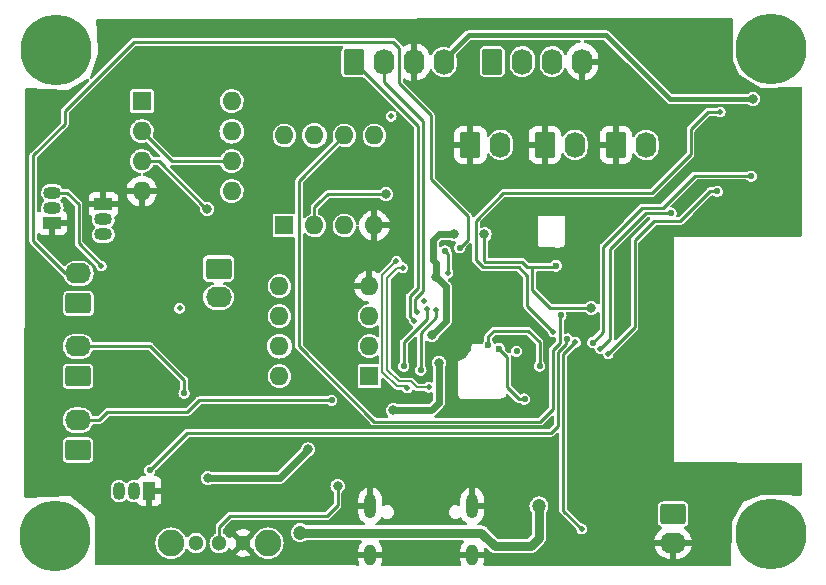
<source format=gbr>
%TF.GenerationSoftware,KiCad,Pcbnew,(6.0.0)*%
%TF.CreationDate,2023-04-24T11:59:45-05:00*%
%TF.ProjectId,SNAP_Project,534e4150-5f50-4726-9f6a-6563742e6b69,1.0*%
%TF.SameCoordinates,Original*%
%TF.FileFunction,Copper,L4,Bot*%
%TF.FilePolarity,Positive*%
%FSLAX46Y46*%
G04 Gerber Fmt 4.6, Leading zero omitted, Abs format (unit mm)*
G04 Created by KiCad (PCBNEW (6.0.0)) date 2023-04-24 11:59:45*
%MOMM*%
%LPD*%
G01*
G04 APERTURE LIST*
G04 Aperture macros list*
%AMRoundRect*
0 Rectangle with rounded corners*
0 $1 Rounding radius*
0 $2 $3 $4 $5 $6 $7 $8 $9 X,Y pos of 4 corners*
0 Add a 4 corners polygon primitive as box body*
4,1,4,$2,$3,$4,$5,$6,$7,$8,$9,$2,$3,0*
0 Add four circle primitives for the rounded corners*
1,1,$1+$1,$2,$3*
1,1,$1+$1,$4,$5*
1,1,$1+$1,$6,$7*
1,1,$1+$1,$8,$9*
0 Add four rect primitives between the rounded corners*
20,1,$1+$1,$2,$3,$4,$5,0*
20,1,$1+$1,$4,$5,$6,$7,0*
20,1,$1+$1,$6,$7,$8,$9,0*
20,1,$1+$1,$8,$9,$2,$3,0*%
G04 Aperture macros list end*
%TA.AperFunction,ComponentPad*%
%ADD10RoundRect,0.250000X-0.620000X-0.845000X0.620000X-0.845000X0.620000X0.845000X-0.620000X0.845000X0*%
%TD*%
%TA.AperFunction,ComponentPad*%
%ADD11O,1.740000X2.190000*%
%TD*%
%TA.AperFunction,ComponentPad*%
%ADD12R,1.050000X1.500000*%
%TD*%
%TA.AperFunction,ComponentPad*%
%ADD13O,1.050000X1.500000*%
%TD*%
%TA.AperFunction,ComponentPad*%
%ADD14C,6.000000*%
%TD*%
%TA.AperFunction,ComponentPad*%
%ADD15RoundRect,0.250000X0.845000X-0.620000X0.845000X0.620000X-0.845000X0.620000X-0.845000X-0.620000X0*%
%TD*%
%TA.AperFunction,ComponentPad*%
%ADD16O,2.190000X1.740000*%
%TD*%
%TA.AperFunction,ComponentPad*%
%ADD17R,1.500000X1.050000*%
%TD*%
%TA.AperFunction,ComponentPad*%
%ADD18O,1.500000X1.050000*%
%TD*%
%TA.AperFunction,ComponentPad*%
%ADD19O,1.000000X2.100000*%
%TD*%
%TA.AperFunction,ComponentPad*%
%ADD20O,1.000000X1.800000*%
%TD*%
%TA.AperFunction,ComponentPad*%
%ADD21R,1.600000X1.600000*%
%TD*%
%TA.AperFunction,ComponentPad*%
%ADD22O,1.600000X1.600000*%
%TD*%
%TA.AperFunction,ComponentPad*%
%ADD23C,1.300000*%
%TD*%
%TA.AperFunction,ComponentPad*%
%ADD24C,2.250000*%
%TD*%
%TA.AperFunction,ViaPad*%
%ADD25C,1.200000*%
%TD*%
%TA.AperFunction,ViaPad*%
%ADD26C,0.550000*%
%TD*%
%TA.AperFunction,ViaPad*%
%ADD27C,1.000000*%
%TD*%
%TA.AperFunction,ViaPad*%
%ADD28C,0.800000*%
%TD*%
%TA.AperFunction,ViaPad*%
%ADD29C,0.700000*%
%TD*%
%TA.AperFunction,ViaPad*%
%ADD30C,0.500000*%
%TD*%
%TA.AperFunction,ViaPad*%
%ADD31C,0.600000*%
%TD*%
%TA.AperFunction,Conductor*%
%ADD32C,0.800000*%
%TD*%
%TA.AperFunction,Conductor*%
%ADD33C,0.250000*%
%TD*%
%TA.AperFunction,Conductor*%
%ADD34C,0.600000*%
%TD*%
%TA.AperFunction,Conductor*%
%ADD35C,0.400000*%
%TD*%
%TA.AperFunction,Conductor*%
%ADD36C,0.200000*%
%TD*%
G04 APERTURE END LIST*
D10*
%TO.P,J4,1,Pin_1*%
%TO.N,I2C1_SDA*%
X95140000Y-78927500D03*
D11*
%TO.P,J4,2,Pin_2*%
%TO.N,I2C1_SCL*%
X97680000Y-78927500D03*
%TO.P,J4,3,Pin_3*%
%TO.N,GND*%
X100220000Y-78927500D03*
%TO.P,J4,4,Pin_4*%
%TO.N,+3V0*%
X102760000Y-78927500D03*
%TD*%
D12*
%TO.P,Q3,1,S*%
%TO.N,GND*%
X77800000Y-115257500D03*
D13*
%TO.P,Q3,2,G*%
%TO.N,FILT_PWM*%
X76530000Y-115257500D03*
%TO.P,Q3,3,D*%
%TO.N,Net-(Q3-Pad3)*%
X75260000Y-115257500D03*
%TD*%
D14*
%TO.P,H2,1*%
%TO.N,N/C*%
X69940000Y-77887500D03*
%TD*%
D15*
%TO.P,BT1,1,+*%
%TO.N,+BATT*%
X122160000Y-117197000D03*
D16*
%TO.P,BT1,2,-*%
%TO.N,GND*%
X122160000Y-119610000D03*
%TD*%
D17*
%TO.P,Q2,1,S*%
%TO.N,GND*%
X73920000Y-90980000D03*
D18*
%TO.P,Q2,2,G*%
%TO.N,FILT_PWM*%
X73920000Y-92250000D03*
%TO.P,Q2,3,D*%
%TO.N,Net-(Q2-Pad3)*%
X73920000Y-93520000D03*
%TD*%
D15*
%TO.P,D4,1,K*%
%TO.N,Net-(D4-Pad1)*%
X71770000Y-111777500D03*
D16*
%TO.P,D4,2,A*%
%TO.N,4261_EN*%
X71770000Y-109237500D03*
%TD*%
D14*
%TO.P,H4,1*%
%TO.N,N/C*%
X69833680Y-119017500D03*
%TD*%
D19*
%TO.P,J1,S1,SHIELD*%
%TO.N,GND*%
X105159273Y-116487500D03*
D20*
X96519273Y-120667500D03*
X105159273Y-120667500D03*
D19*
X96519273Y-116487500D03*
%TD*%
D15*
%TO.P,D3,1,K*%
%TO.N,Net-(D3-Pad1)*%
X71770000Y-105527500D03*
D16*
%TO.P,D3,2,A*%
%TO.N,4273_EN*%
X71770000Y-102987500D03*
%TD*%
D14*
%TO.P,H3,1*%
%TO.N,N/C*%
X130468680Y-118918680D03*
%TD*%
D17*
%TO.P,Q1,1,S*%
%TO.N,GND*%
X69600000Y-92520000D03*
D18*
%TO.P,Q1,2,G*%
%TO.N,FILT_PWM*%
X69600000Y-91250000D03*
%TO.P,Q1,3,D*%
%TO.N,Net-(Q1-Pad3)*%
X69600000Y-89980000D03*
%TD*%
D10*
%TO.P,J3,1,Pin_1*%
%TO.N,unconnected-(J3-Pad1)*%
X106840000Y-78877500D03*
D11*
%TO.P,J3,2,Pin_2*%
%TO.N,SWCLK*%
X109380000Y-78877500D03*
%TO.P,J3,3,Pin_3*%
%TO.N,SWDIO*%
X111920000Y-78877500D03*
%TO.P,J3,4,Pin_4*%
%TO.N,GND*%
X114460000Y-78877500D03*
%TD*%
D10*
%TO.P,SW3,1,1*%
%TO.N,GND*%
X117320000Y-85950000D03*
D11*
%TO.P,SW3,2,2*%
%TO.N,BUTT_BT*%
X119860000Y-85950000D03*
%TD*%
D14*
%TO.P,H1,1*%
%TO.N,N/C*%
X130461320Y-77838680D03*
%TD*%
D21*
%TO.P,U5,1,VOS_1*%
%TO.N,unconnected-(U5-Pad1)*%
X96450000Y-105507500D03*
D22*
%TO.P,U5,2,-*%
%TO.N,Feedback_VREF*%
X96450000Y-102967500D03*
%TO.P,U5,3,+*%
%TO.N,Net-(C27-Pad1)*%
X96450000Y-100427500D03*
%TO.P,U5,4,V-*%
%TO.N,GND*%
X96450000Y-97887500D03*
%TO.P,U5,5,NC*%
%TO.N,unconnected-(U5-Pad5)*%
X88830000Y-97887500D03*
%TO.P,U5,6,OUT*%
%TO.N,Feedback_VREF*%
X88830000Y-100427500D03*
%TO.P,U5,7,V+*%
%TO.N,+5V*%
X88830000Y-102967500D03*
%TO.P,U5,8,VOS_8*%
%TO.N,unconnected-(U5-Pad8)*%
X88830000Y-105507500D03*
%TD*%
D21*
%TO.P,U6,1,VOS_1*%
%TO.N,unconnected-(U6-Pad1)*%
X77180000Y-82230000D03*
D22*
%TO.P,U6,2,-*%
%TO.N,Net-(R24-Pad1)*%
X77180000Y-84770000D03*
%TO.P,U6,3,+*%
%TO.N,Net-(Q4-Pad2)*%
X77180000Y-87310000D03*
%TO.P,U6,4,V-*%
%TO.N,GND*%
X77180000Y-89850000D03*
%TO.P,U6,5,NC*%
%TO.N,unconnected-(U6-Pad5)*%
X84800000Y-89850000D03*
%TO.P,U6,6,OUT*%
%TO.N,Net-(R24-Pad1)*%
X84800000Y-87310000D03*
%TO.P,U6,7,V+*%
%TO.N,+5V*%
X84800000Y-84770000D03*
%TO.P,U6,8,VOS_8*%
%TO.N,unconnected-(U6-Pad8)*%
X84800000Y-82230000D03*
%TD*%
D10*
%TO.P,SW4,1,1*%
%TO.N,GND*%
X111300000Y-85927500D03*
D11*
%TO.P,SW4,2,2*%
%TO.N,BUTT_1*%
X113840000Y-85927500D03*
%TD*%
D21*
%TO.P,U7,1,VOS_1*%
%TO.N,unconnected-(U7-Pad1)*%
X89250000Y-92757500D03*
D22*
%TO.P,U7,2,-*%
%TO.N,Net-(R23-Pad2)*%
X91790000Y-92757500D03*
%TO.P,U7,3,+*%
%TO.N,Net-(R24-Pad2)*%
X94330000Y-92757500D03*
%TO.P,U7,4,V-*%
%TO.N,GND*%
X96870000Y-92757500D03*
%TO.P,U7,5,NC*%
%TO.N,unconnected-(U7-Pad5)*%
X96870000Y-85137500D03*
%TO.P,U7,6,OUT*%
%TO.N,OPAMP_ADC*%
X94330000Y-85137500D03*
%TO.P,U7,7,V+*%
%TO.N,+5V*%
X91790000Y-85137500D03*
%TO.P,U7,8,VOS_8*%
%TO.N,unconnected-(U7-Pad8)*%
X89250000Y-85137500D03*
%TD*%
D23*
%TO.P,SW1,1,A*%
%TO.N,SW_ON*%
X81750000Y-119647640D03*
%TO.P,SW1,2,B*%
%TO.N,SW_EN*%
X83750000Y-119647640D03*
%TO.P,SW1,3,C*%
%TO.N,GND*%
X85750000Y-119647640D03*
D24*
%TO.P,SW1,4*%
%TO.N,N/C*%
X79650000Y-119647640D03*
%TO.P,SW1,5*%
X87850000Y-119647640D03*
%TD*%
D15*
%TO.P,D2,1,K*%
%TO.N,Net-(D2-Pad1)*%
X71800000Y-99357500D03*
D16*
%TO.P,D2,2,A*%
%TO.N,WP7_EN*%
X71800000Y-96817500D03*
%TD*%
D15*
%TO.P,Q4,1,C*%
%TO.N,+5V*%
X83670000Y-96414500D03*
D16*
%TO.P,Q4,2,E*%
%TO.N,Net-(Q4-Pad2)*%
X83670000Y-98827500D03*
%TD*%
D10*
%TO.P,SW5,1,1*%
%TO.N,GND*%
X105000000Y-85927500D03*
D11*
%TO.P,SW5,2,2*%
%TO.N,BUTT_2*%
X107540000Y-85927500D03*
%TD*%
D25*
%TO.N,SW_ON*%
X110800000Y-116500000D03*
X90600000Y-118757500D03*
D26*
%TO.N,GND*%
X125620000Y-90810000D03*
X86325000Y-78950000D03*
X82250000Y-82650000D03*
X97310000Y-87040000D03*
X132800000Y-93300000D03*
X121700000Y-112400000D03*
X124650000Y-113300000D03*
X103070000Y-111420000D03*
X99000000Y-91610000D03*
X104590000Y-89200000D03*
X119490000Y-81800000D03*
X121000000Y-79510000D03*
X86450000Y-86775000D03*
X78280000Y-95110000D03*
X96375000Y-96150000D03*
X121700000Y-100700000D03*
X92650000Y-114350000D03*
X121700000Y-111450000D03*
X75050000Y-120040000D03*
X122575000Y-93300000D03*
X109990000Y-104950000D03*
X118140000Y-80420000D03*
D27*
X88250000Y-111370000D03*
D26*
X129225000Y-93300000D03*
X68020000Y-96430000D03*
X102830000Y-103300000D03*
X132000000Y-115125000D03*
D28*
X105020000Y-111090000D03*
D26*
X89325000Y-87375000D03*
X129570000Y-92360000D03*
X124520000Y-89440000D03*
X88360000Y-114980000D03*
X113780000Y-105860000D03*
X122420000Y-114500000D03*
X99350000Y-120490000D03*
X117775000Y-98175000D03*
X114080000Y-81920000D03*
X126525000Y-113300000D03*
X88750000Y-78950000D03*
X123450000Y-93300000D03*
X121700000Y-108875000D03*
X102840000Y-120480000D03*
X74770000Y-112010000D03*
X111200000Y-94920000D03*
X117930000Y-95010000D03*
X114400000Y-96220000D03*
X128000000Y-115175000D03*
X93125000Y-97500000D03*
X106375000Y-100875000D03*
X121725000Y-105425000D03*
X118425000Y-88900000D03*
X80140000Y-90570000D03*
X106325000Y-96925000D03*
X119225000Y-77025000D03*
X103520000Y-102460000D03*
D29*
X80150000Y-92125000D03*
D26*
X108775000Y-99800000D03*
X108750000Y-97825000D03*
X88600084Y-80584059D03*
X127650000Y-93300000D03*
X112410000Y-82150000D03*
X124600000Y-114440000D03*
X124250000Y-93300000D03*
X120210000Y-115930000D03*
X123300000Y-90560000D03*
X105313589Y-91638589D03*
X124280000Y-118380000D03*
X112220000Y-83550000D03*
X97210000Y-89020000D03*
X131875000Y-113275000D03*
X82390000Y-89140000D03*
X83510000Y-104390000D03*
X119340000Y-103240000D03*
X105300000Y-98775000D03*
X132725000Y-86825000D03*
X121750000Y-93350000D03*
X109975000Y-100875000D03*
X121700000Y-99750000D03*
X121675000Y-101650000D03*
X90110000Y-120360000D03*
X91500000Y-89830000D03*
X128450000Y-93300000D03*
X125240000Y-117080000D03*
X117261417Y-76073976D03*
X105300000Y-99850000D03*
X123890000Y-120650000D03*
X92790000Y-103480000D03*
X121725000Y-96475000D03*
D27*
X119020000Y-113300000D03*
D26*
X131975000Y-93300000D03*
X121725000Y-94950000D03*
X114400000Y-95120000D03*
X74770000Y-109680000D03*
X86080000Y-76100000D03*
X115190000Y-98260000D03*
D27*
X114960000Y-107930000D03*
D26*
X120850000Y-96540000D03*
X117860000Y-100090000D03*
X119920000Y-96540000D03*
X106350000Y-97825000D03*
X121700000Y-103475000D03*
X121700000Y-94125000D03*
X121700000Y-109750000D03*
X92770000Y-80370000D03*
X99125000Y-111075000D03*
X132800000Y-91350000D03*
X94230000Y-120320000D03*
X124830000Y-78370000D03*
X104925000Y-107725000D03*
X109580000Y-106130000D03*
X76590000Y-76140000D03*
X114900000Y-88980000D03*
X132750000Y-85975000D03*
X121675000Y-102550000D03*
X75950000Y-117760000D03*
X125960000Y-116100000D03*
X85950000Y-80600000D03*
X130225000Y-115175000D03*
X131175000Y-115150000D03*
X92010000Y-116410000D03*
X91900000Y-99200000D03*
X92600000Y-100580000D03*
X123780000Y-76790000D03*
X121700000Y-108025000D03*
X110840000Y-107630000D03*
X72050000Y-83510000D03*
X121700000Y-98950000D03*
X120200000Y-99770000D03*
X107525000Y-99825000D03*
X120360000Y-101910000D03*
X121700000Y-110600000D03*
X74230000Y-81020000D03*
X126740000Y-92350000D03*
X109330000Y-86830000D03*
X78300000Y-78210000D03*
X88800000Y-76270000D03*
X116880000Y-92310000D03*
X120741928Y-82229369D03*
X124030000Y-80800000D03*
D30*
X118980000Y-108355000D03*
D26*
X128620000Y-85490000D03*
X121680000Y-76600000D03*
X99700000Y-97020000D03*
X113450000Y-98350000D03*
X91110000Y-105860000D03*
X122600000Y-78050000D03*
X125980000Y-79360000D03*
X129980000Y-85700000D03*
X95040000Y-113490000D03*
X132775000Y-89475000D03*
X93750000Y-100775000D03*
X127505000Y-85065000D03*
X70290000Y-87160000D03*
X82310000Y-76520000D03*
X78600000Y-105875000D03*
X132750000Y-88500000D03*
X87390000Y-99580000D03*
X131880000Y-84180000D03*
X131703551Y-82416110D03*
X123410000Y-83310000D03*
X74770000Y-110870000D03*
X125470000Y-85480000D03*
X132775000Y-90400000D03*
X97560000Y-111250000D03*
X125925000Y-93300000D03*
X125490000Y-120270000D03*
X108750000Y-98800000D03*
X95040000Y-111500000D03*
X125100000Y-93300000D03*
X99175000Y-93250000D03*
X107450000Y-96925000D03*
X132800000Y-114260000D03*
X86010000Y-83030000D03*
X130275000Y-93300000D03*
X91740000Y-79280000D03*
X126940000Y-81000000D03*
X112050000Y-117960000D03*
X86650000Y-103880000D03*
X117760000Y-96350000D03*
X121700000Y-113250000D03*
X84790000Y-91660000D03*
X68080000Y-100270000D03*
X126775000Y-93325000D03*
X132820000Y-115120000D03*
X131125000Y-93300000D03*
X107550000Y-100875000D03*
X113270000Y-92630000D03*
X124390000Y-115820000D03*
X101150000Y-120480000D03*
X105900000Y-88950000D03*
X132800000Y-92375000D03*
X86530000Y-111360000D03*
X105925000Y-107725000D03*
X91860000Y-82560000D03*
X87025000Y-81350000D03*
X123147924Y-79613819D03*
X128350000Y-113300000D03*
X121700000Y-104475000D03*
X79550000Y-83270000D03*
X127400000Y-113275000D03*
X94750000Y-97800000D03*
X113875000Y-116125000D03*
D29*
X86650000Y-92250000D03*
D26*
X77160000Y-120510000D03*
X115050000Y-92060000D03*
X79730000Y-76180000D03*
X125440000Y-76390000D03*
X99050000Y-85400000D03*
X120900000Y-97975000D03*
X68170000Y-107390000D03*
X110650000Y-112375000D03*
X90508785Y-78300753D03*
X76520000Y-80170000D03*
X116940000Y-88540000D03*
X105300000Y-100875000D03*
X120150000Y-78340000D03*
X104860000Y-83120000D03*
X84250000Y-80100000D03*
X105300000Y-97825000D03*
X108800000Y-96925000D03*
X84170000Y-115970000D03*
X106350000Y-99825000D03*
X94100000Y-87725000D03*
X121700000Y-98050000D03*
X81420000Y-79720000D03*
X123700000Y-113300000D03*
X91590000Y-97630000D03*
X122625000Y-113300000D03*
X91660000Y-102420000D03*
X93380000Y-99000000D03*
X108750000Y-100875000D03*
X121700000Y-107200000D03*
X79270000Y-96320000D03*
X130184992Y-81875500D03*
X68500000Y-83820000D03*
X82740000Y-105860000D03*
X114550000Y-100725000D03*
X132725000Y-87675000D03*
D27*
X81375000Y-104500000D03*
D26*
X129780000Y-87570000D03*
X106350000Y-98775000D03*
X130075000Y-113275000D03*
X80940000Y-84640000D03*
X73570000Y-110530000D03*
X126875000Y-115150000D03*
X105325000Y-96750000D03*
X107000000Y-91725000D03*
X116400000Y-112075000D03*
X106410000Y-83360000D03*
X68240000Y-113830000D03*
X87600000Y-113100000D03*
X114270000Y-83600000D03*
X92260000Y-120290000D03*
X120310000Y-94080000D03*
X95410000Y-91210000D03*
X121960000Y-85480000D03*
X132775000Y-113300000D03*
X81780000Y-111880000D03*
X109300000Y-83250000D03*
X107885877Y-82702232D03*
X131000000Y-113300000D03*
X90710000Y-80560000D03*
X125650000Y-113300000D03*
X89310000Y-94960000D03*
X88814144Y-82278701D03*
X129150000Y-115200000D03*
X73670000Y-112750000D03*
X121700000Y-106325000D03*
X129175000Y-113300000D03*
D27*
X111660000Y-111660000D03*
D26*
X115150000Y-93590000D03*
X120125000Y-97975000D03*
X122360000Y-86980000D03*
X85410000Y-105700000D03*
X131390000Y-85690000D03*
X107500000Y-98775000D03*
X91270000Y-114860000D03*
X94270000Y-104530000D03*
X112125000Y-88900000D03*
X69510000Y-82240000D03*
X121725000Y-95700000D03*
X88420000Y-96040000D03*
X91950000Y-76150000D03*
X107500000Y-97825000D03*
X109430000Y-89020000D03*
X131760000Y-92420000D03*
D28*
%TO.N,+3V0*%
X103600000Y-93470000D03*
D30*
X98290000Y-83510000D03*
D28*
X115220000Y-99730000D03*
D31*
X112250000Y-96170000D03*
D28*
X106186044Y-93488555D03*
X101720000Y-102050000D03*
X91260000Y-111720000D03*
X128920000Y-82040000D03*
X98450000Y-108407500D03*
X82760000Y-114140000D03*
X102330000Y-104380000D03*
X102100000Y-97120000D03*
D31*
%TO.N,NRST*%
X107400000Y-103190000D03*
D26*
X109575000Y-107450000D03*
D28*
%TO.N,SW_EN*%
X93750000Y-114807500D03*
D26*
%TO.N,BOOT0*%
X110850000Y-104657500D03*
D31*
X106513341Y-102895814D03*
D30*
%TO.N,RESET_SHT31*%
X112000000Y-101770293D03*
X126150000Y-83130000D03*
D26*
%TO.N,MT3608_EN*%
X77850000Y-113480000D03*
X113214046Y-102371868D03*
%TO.N,OPAMP_ADC*%
X112651089Y-100372905D03*
%TO.N,WP7_EN*%
X104075000Y-94650000D03*
D30*
%TO.N,4273_EN*%
X101330000Y-99870000D03*
D26*
X99350000Y-104675000D03*
X80750000Y-106957500D03*
%TO.N,4261_EN*%
X93250000Y-107557500D03*
X100800000Y-105000000D03*
D30*
X102100000Y-99907500D03*
D26*
%TO.N,RGB_RED*%
X125890000Y-89860000D03*
D30*
X116660000Y-103620000D03*
D26*
%TO.N,RGB_GREEN*%
X128780000Y-88590000D03*
X115350000Y-102670000D03*
D30*
%TO.N,USB_D-*%
X98734834Y-95792334D03*
X99650000Y-106507500D03*
%TO.N,USB_D+*%
X101450000Y-106457500D03*
X99267669Y-96341834D03*
D26*
%TO.N,SWDIO*%
X102850000Y-94907500D03*
D30*
X103096448Y-96783490D03*
%TO.N,I2C1_SCL*%
X100450000Y-100107500D03*
%TO.N,I2C1_SDA*%
X100250000Y-100807500D03*
%TO.N,Net-(Q1-Pad3)*%
X73740000Y-96180000D03*
D28*
%TO.N,Net-(Q4-Pad2)*%
X82700000Y-91357500D03*
D26*
%TO.N,RGB_BLUE*%
X121980000Y-91710000D03*
D30*
X115990000Y-103180000D03*
D26*
%TO.N,Feedback_VREF*%
X108900000Y-103410000D03*
D28*
%TO.N,Net-(R23-Pad2)*%
X97850000Y-90107500D03*
D30*
%TO.N,BAT_STAT*%
X114420000Y-118460000D03*
X113886721Y-102640962D03*
%TO.N,PWM_LEDS*%
X80370000Y-99770000D03*
X101050000Y-99160000D03*
%TD*%
D32*
%TO.N,SW_ON*%
X90600000Y-118757500D02*
X105932500Y-118757500D01*
X105932500Y-118757500D02*
X107075000Y-119900000D01*
X110800000Y-116507500D02*
X110800000Y-119200000D01*
X110100000Y-119900000D02*
X107075000Y-119900000D01*
X110800000Y-119200000D02*
X110100000Y-119900000D01*
D33*
%TO.N,+3V0*%
X106250489Y-95820489D02*
X106186044Y-95756044D01*
D34*
X102100000Y-97120000D02*
X102900000Y-97920000D01*
X91260000Y-111720000D02*
X88840000Y-114140000D01*
X88840000Y-114140000D02*
X82760000Y-114140000D01*
X101682500Y-108407500D02*
X102330000Y-107760000D01*
D33*
X109800000Y-96270000D02*
X109350489Y-95820489D01*
X110125000Y-96270000D02*
X109800000Y-96270000D01*
X115220000Y-99730000D02*
X111745704Y-99730000D01*
D35*
X116460000Y-76640000D02*
X118560000Y-78740000D01*
D34*
X102100000Y-95970000D02*
X101810000Y-95680000D01*
X102100000Y-97120000D02*
X102100000Y-95970000D01*
X101810000Y-94000000D02*
X102340000Y-93470000D01*
X102340000Y-93470000D02*
X103600000Y-93470000D01*
D33*
X110250000Y-96395000D02*
X110125000Y-96270000D01*
X109350489Y-95820489D02*
X106250489Y-95820489D01*
D34*
X102900000Y-100870000D02*
X101720000Y-102050000D01*
D33*
X112150000Y-96270000D02*
X109800000Y-96270000D01*
D35*
X104840000Y-76640000D02*
X115320000Y-76640000D01*
X102760000Y-78720000D02*
X102760000Y-78927500D01*
X104840000Y-76640000D02*
X102760000Y-78720000D01*
D34*
X102330000Y-107760000D02*
X102330000Y-104380000D01*
D33*
X111745704Y-99730000D02*
X110250000Y-98234296D01*
X112250000Y-96170000D02*
X112150000Y-96270000D01*
D35*
X115320000Y-76640000D02*
X116460000Y-76640000D01*
D34*
X102900000Y-97920000D02*
X102900000Y-100870000D01*
D33*
X106186044Y-95756044D02*
X106186044Y-93488555D01*
D35*
X118560000Y-78740000D02*
X121860000Y-82040000D01*
D34*
X98450000Y-108407500D02*
X101682500Y-108407500D01*
D33*
X110250000Y-98234296D02*
X110250000Y-96395000D01*
D34*
X101810000Y-95680000D02*
X101810000Y-94000000D01*
D35*
X121860000Y-82040000D02*
X128920000Y-82040000D01*
D33*
%TO.N,NRST*%
X108070000Y-103860000D02*
X108070000Y-106410000D01*
X108070000Y-106410000D02*
X109110000Y-107450000D01*
X109110000Y-107450000D02*
X109575000Y-107450000D01*
X107400000Y-103190000D02*
X108070000Y-103860000D01*
%TO.N,SW_EN*%
X83950000Y-118057500D02*
X84650000Y-117357500D01*
X83750000Y-118257500D02*
X83950000Y-118057500D01*
X83750000Y-119647640D02*
X83750000Y-118257500D01*
X93750000Y-116457500D02*
X93750000Y-114807500D01*
X93550000Y-116657500D02*
X93750000Y-116457500D01*
X92850000Y-117357500D02*
X93550000Y-116657500D01*
X84650000Y-117357500D02*
X92250000Y-117357500D01*
X92250000Y-117357500D02*
X92850000Y-117357500D01*
%TO.N,BOOT0*%
X110850000Y-102650000D02*
X110850000Y-104657500D01*
X109890000Y-101690000D02*
X110850000Y-102650000D01*
X106513341Y-102136659D02*
X106960000Y-101690000D01*
X106960000Y-101690000D02*
X109890000Y-101690000D01*
X106513341Y-102895814D02*
X106513341Y-102136659D01*
%TO.N,RESET_SHT31*%
X109100000Y-96300000D02*
X106094282Y-96300000D01*
X109800000Y-97000000D02*
X109100000Y-96300000D01*
X109800000Y-99570293D02*
X109800000Y-97000000D01*
X123640000Y-86740000D02*
X123640000Y-84630000D01*
X126020000Y-83130000D02*
X126150000Y-83130000D01*
X106094282Y-96300000D02*
X105442989Y-95648707D01*
X105442989Y-92357011D02*
X107780000Y-90020000D01*
X107780000Y-90020000D02*
X120360000Y-90020000D01*
X120360000Y-90020000D02*
X123640000Y-86740000D01*
X105442989Y-95648707D02*
X105442989Y-92357011D01*
X123640000Y-84630000D02*
X125140000Y-83130000D01*
X125140000Y-83130000D02*
X126020000Y-83130000D01*
X112000000Y-101770293D02*
X109800000Y-99570293D01*
%TO.N,MT3608_EN*%
X112400490Y-103491489D02*
X113100489Y-102791490D01*
X81030000Y-110300000D02*
X111850000Y-110300000D01*
X112400489Y-109749511D02*
X112400490Y-103491489D01*
X77850000Y-113480000D02*
X81030000Y-110300000D01*
X113100489Y-102485425D02*
X113214046Y-102371868D01*
X111850000Y-110300000D02*
X112400489Y-109749511D01*
X113100489Y-102791490D02*
X113100489Y-102485425D01*
%TO.N,OPAMP_ADC*%
X111950980Y-103305295D02*
X112575978Y-102680297D01*
X111950978Y-108329022D02*
X111950980Y-103305295D01*
X96857500Y-109357500D02*
X110922500Y-109357500D01*
X90500000Y-103000000D02*
X96857500Y-109357500D01*
X90500000Y-88967500D02*
X90500000Y-103000000D01*
X112575978Y-102680297D02*
X112575978Y-100448016D01*
X94330000Y-85137500D02*
X90500000Y-88967500D01*
X112575978Y-100448016D02*
X112651089Y-100372905D01*
X110922500Y-109357500D02*
X111950978Y-108329022D01*
%TO.N,WP7_EN*%
X98460000Y-77220000D02*
X76510000Y-77220000D01*
X67990000Y-86830000D02*
X67990000Y-94110000D01*
X70697500Y-96817500D02*
X71800000Y-96817500D01*
X101630000Y-88802824D02*
X101630000Y-83410000D01*
X76510000Y-77220000D02*
X70662500Y-83067500D01*
X98940000Y-77700000D02*
X98460000Y-77220000D01*
X67990000Y-94110000D02*
X70697500Y-96817500D01*
X70662500Y-84157500D02*
X67990000Y-86830000D01*
X104775500Y-93949500D02*
X104775500Y-91948324D01*
X70662500Y-83067500D02*
X70662500Y-84157500D01*
X104775500Y-91948324D02*
X101630000Y-88802824D01*
X104075000Y-94650000D02*
X104775500Y-93949500D01*
X101630000Y-83410000D02*
X98940000Y-80720000D01*
X98940000Y-80720000D02*
X98940000Y-77700000D01*
%TO.N,4273_EN*%
X101330000Y-99870000D02*
X101330000Y-100677500D01*
X80750000Y-106957500D02*
X80750000Y-105840000D01*
X77897500Y-102987500D02*
X71770000Y-102987500D01*
X101330000Y-100677500D02*
X99350000Y-102657500D01*
X99350000Y-102657500D02*
X99350000Y-104675000D01*
X80750000Y-105840000D02*
X77897500Y-102987500D01*
%TO.N,4261_EN*%
X82022500Y-107557500D02*
X81010000Y-108570000D01*
X100800000Y-101843204D02*
X100800000Y-105000000D01*
X74240000Y-108570000D02*
X73572500Y-109237500D01*
X102100000Y-99907500D02*
X102100000Y-100543204D01*
X81010000Y-108570000D02*
X74240000Y-108570000D01*
X73572500Y-109237500D02*
X71770000Y-109237500D01*
X93250000Y-107557500D02*
X82022500Y-107557500D01*
X102100000Y-100543204D02*
X100800000Y-101843204D01*
%TO.N,RGB_RED*%
X124440000Y-90670000D02*
X125250000Y-89860000D01*
X120190000Y-92720000D02*
X120510000Y-92400000D01*
X118890000Y-99140000D02*
X118890000Y-94020000D01*
X122710000Y-92400000D02*
X124440000Y-90670000D01*
X118890000Y-94020000D02*
X120190000Y-92720000D01*
X116660000Y-103620000D02*
X118890000Y-101390000D01*
X120510000Y-92400000D02*
X122710000Y-92400000D01*
X118890000Y-101390000D02*
X118890000Y-99140000D01*
X125250000Y-89860000D02*
X125890000Y-89860000D01*
%TO.N,RGB_GREEN*%
X119550000Y-91250000D02*
X120820000Y-91250000D01*
X116260000Y-95840000D02*
X116260000Y-94540000D01*
X116260000Y-101760000D02*
X116260000Y-95840000D01*
X121270000Y-91250000D02*
X123990000Y-88530000D01*
X128720000Y-88530000D02*
X128780000Y-88590000D01*
X118190000Y-92610000D02*
X119550000Y-91250000D01*
X123990000Y-88530000D02*
X128720000Y-88530000D01*
X116260000Y-94540000D02*
X118190000Y-92610000D01*
X120820000Y-91250000D02*
X121270000Y-91250000D01*
X115350000Y-102670000D02*
X116260000Y-101760000D01*
D36*
%TO.N,USB_D-*%
X97549511Y-96977657D02*
X98734834Y-95792334D01*
X97550988Y-105123481D02*
X97550989Y-97926096D01*
X97550989Y-97926096D02*
X97549511Y-97924618D01*
X99650000Y-106507500D02*
X99499511Y-106357011D01*
X97549511Y-97924618D02*
X97549511Y-96977657D01*
X98784516Y-106357010D02*
X97550988Y-105123481D01*
X99499511Y-106357011D02*
X98784516Y-106357010D01*
%TO.N,USB_D+*%
X98950000Y-105957500D02*
X97950499Y-104957999D01*
X97949022Y-97759135D02*
X97949022Y-97206869D01*
X97950499Y-97760612D02*
X97949022Y-97759135D01*
X97949022Y-97206869D02*
X98814057Y-96341834D01*
X98814057Y-96341834D02*
X99267669Y-96341834D01*
X99950000Y-105957500D02*
X98950000Y-105957500D01*
X101450000Y-106457500D02*
X100450000Y-106457500D01*
X100450000Y-106457500D02*
X99950000Y-105957500D01*
X97950499Y-104957999D02*
X97950499Y-97760612D01*
D33*
%TO.N,SWDIO*%
X102850000Y-94907500D02*
X103096448Y-95153948D01*
X103096448Y-95153948D02*
X103096448Y-96783490D01*
%TO.N,I2C1_SCL*%
X100299520Y-99957020D02*
X100450000Y-100107500D01*
X97680000Y-80640000D02*
X100990000Y-83950000D01*
X100990000Y-98265686D02*
X100299520Y-98956166D01*
X100299520Y-98956166D02*
X100299520Y-99957020D01*
X100990000Y-83950000D02*
X100990000Y-98265686D01*
X97680000Y-78927500D02*
X97680000Y-80640000D01*
%TO.N,I2C1_SDA*%
X99850000Y-100407500D02*
X99850000Y-98769968D01*
X99850000Y-98769968D02*
X100540000Y-98079968D01*
X100250000Y-100807500D02*
X99850000Y-100407500D01*
X100540000Y-84327500D02*
X95140000Y-78927500D01*
X100540000Y-98079968D02*
X100540000Y-84327500D01*
%TO.N,Net-(Q1-Pad3)*%
X71820000Y-94260000D02*
X71820000Y-90950000D01*
X73740000Y-96180000D02*
X71820000Y-94260000D01*
X71820000Y-90950000D02*
X70850000Y-89980000D01*
X70850000Y-89980000D02*
X69600000Y-89980000D01*
%TO.N,Net-(Q4-Pad2)*%
X82650000Y-91357500D02*
X78602500Y-87310000D01*
X78602500Y-87310000D02*
X77180000Y-87310000D01*
X82700000Y-91357500D02*
X82650000Y-91357500D01*
%TO.N,RGB_BLUE*%
X116830000Y-94740000D02*
X119650000Y-91920000D01*
X119650000Y-91920000D02*
X119860000Y-91710000D01*
X116830000Y-102340000D02*
X116830000Y-96350000D01*
X116830000Y-96350000D02*
X116830000Y-94740000D01*
X115990000Y-103180000D02*
X116830000Y-102340000D01*
X119860000Y-91710000D02*
X121980000Y-91710000D01*
%TO.N,Net-(R23-Pad2)*%
X92900000Y-90107500D02*
X97850000Y-90107500D01*
X91790000Y-91217500D02*
X92200000Y-90807500D01*
X92200000Y-90807500D02*
X92900000Y-90107500D01*
X91790000Y-92757500D02*
X91790000Y-91217500D01*
%TO.N,Net-(R24-Pad1)*%
X77180000Y-84770000D02*
X79720000Y-87310000D01*
X79720000Y-87310000D02*
X84800000Y-87310000D01*
%TO.N,BAT_STAT*%
X112850000Y-116890000D02*
X112850000Y-103677683D01*
X112850000Y-103677683D02*
X113886721Y-102640962D01*
X114420000Y-118460000D02*
X112850000Y-116890000D01*
%TD*%
%TA.AperFunction,Conductor*%
%TO.N,GND*%
G36*
X127168361Y-75232614D02*
G01*
X127214896Y-75286233D01*
X127226316Y-75339991D01*
X127191445Y-78652753D01*
X127190000Y-78790000D01*
X127291939Y-79000909D01*
X127762022Y-79973495D01*
X127762023Y-79973496D01*
X127770000Y-79990000D01*
X127785696Y-79999466D01*
X127785697Y-79999467D01*
X129636729Y-81115811D01*
X129710000Y-81160000D01*
X132320050Y-81035363D01*
X132967884Y-81004427D01*
X133036881Y-81021157D01*
X133085881Y-81072534D01*
X133099894Y-81130287D01*
X133099733Y-86125910D01*
X133099494Y-93574004D01*
X133079490Y-93642124D01*
X133025833Y-93688615D01*
X132973494Y-93700000D01*
X122225000Y-93700000D01*
X122225000Y-112825000D01*
X132973015Y-112836937D01*
X133041111Y-112857014D01*
X133087545Y-112910721D01*
X133098873Y-112962938D01*
X133098821Y-114560127D01*
X133098791Y-115497542D01*
X133078787Y-115565662D01*
X133025130Y-115612153D01*
X132970798Y-115623522D01*
X131573717Y-115601404D01*
X129602836Y-115570203D01*
X129602835Y-115570203D01*
X129590000Y-115570000D01*
X129578128Y-115574885D01*
X129578127Y-115574885D01*
X129401530Y-115647546D01*
X128110355Y-116178800D01*
X128103440Y-116190889D01*
X128103439Y-116190889D01*
X127132647Y-117887893D01*
X127120000Y-117910000D01*
X127119872Y-117926207D01*
X127119872Y-117926208D01*
X127092207Y-121439421D01*
X127071669Y-121507382D01*
X127017649Y-121553451D01*
X126966416Y-121564429D01*
X106220832Y-121598204D01*
X106152679Y-121578313D01*
X106106099Y-121524733D01*
X106095880Y-121454475D01*
X106100525Y-121434106D01*
X106148153Y-121283962D01*
X106150703Y-121271968D01*
X106166880Y-121127739D01*
X106167273Y-121120715D01*
X106167273Y-120939615D01*
X106162798Y-120924376D01*
X106161408Y-120923171D01*
X106153725Y-120921500D01*
X104169388Y-120921500D01*
X104154149Y-120925975D01*
X104152944Y-120927365D01*
X104151273Y-120935048D01*
X104151273Y-121114157D01*
X104151574Y-121120305D01*
X104165085Y-121258103D01*
X104167468Y-121270138D01*
X104218524Y-121439243D01*
X104219065Y-121510237D01*
X104181137Y-121570254D01*
X104116783Y-121600238D01*
X104098112Y-121601661D01*
X97576365Y-121612278D01*
X97508214Y-121592388D01*
X97461634Y-121538808D01*
X97451415Y-121468550D01*
X97456060Y-121448181D01*
X97508153Y-121283962D01*
X97510703Y-121271968D01*
X97526880Y-121127739D01*
X97527273Y-121120715D01*
X97527273Y-120939615D01*
X97522798Y-120924376D01*
X97521408Y-120923171D01*
X97513725Y-120921500D01*
X95529388Y-120921500D01*
X95514149Y-120925975D01*
X95512944Y-120927365D01*
X95511273Y-120935048D01*
X95511273Y-121114157D01*
X95511574Y-121120305D01*
X95525085Y-121258103D01*
X95527467Y-121270135D01*
X95578580Y-121439424D01*
X95579121Y-121510419D01*
X95541194Y-121570436D01*
X95476840Y-121600420D01*
X95407213Y-121591173D01*
X95211980Y-121505271D01*
X95211979Y-121505271D01*
X95200000Y-121500000D01*
X73330682Y-121491212D01*
X73262570Y-121471183D01*
X73216098Y-121417508D01*
X73204735Y-121364591D01*
X73206594Y-120987775D01*
X73213202Y-119647640D01*
X78319437Y-119647640D01*
X78339651Y-119878690D01*
X78399680Y-120102719D01*
X78424437Y-120155811D01*
X78495373Y-120307934D01*
X78495376Y-120307939D01*
X78497699Y-120312921D01*
X78500855Y-120317428D01*
X78500856Y-120317430D01*
X78627391Y-120498140D01*
X78630730Y-120502909D01*
X78794731Y-120666910D01*
X78799239Y-120670067D01*
X78799242Y-120670069D01*
X78819322Y-120684129D01*
X78984718Y-120799941D01*
X78989700Y-120802264D01*
X78989705Y-120802267D01*
X79096616Y-120852120D01*
X79194921Y-120897960D01*
X79418950Y-120957989D01*
X79650000Y-120978203D01*
X79881050Y-120957989D01*
X80105079Y-120897960D01*
X80203384Y-120852120D01*
X80310295Y-120802267D01*
X80310300Y-120802264D01*
X80315282Y-120799941D01*
X80480678Y-120684129D01*
X80500758Y-120670069D01*
X80500761Y-120670067D01*
X80505269Y-120666910D01*
X80547195Y-120624984D01*
X85137016Y-120624984D01*
X85146898Y-120637474D01*
X85190279Y-120666460D01*
X85200389Y-120671950D01*
X85385318Y-120751402D01*
X85396261Y-120754957D01*
X85592567Y-120799377D01*
X85603975Y-120800879D01*
X85805096Y-120808780D01*
X85816580Y-120808178D01*
X86015774Y-120779297D01*
X86026957Y-120776612D01*
X86217547Y-120711916D01*
X86228060Y-120707235D01*
X86354766Y-120636275D01*
X86364631Y-120626197D01*
X86361675Y-120618525D01*
X85762812Y-120019662D01*
X85748868Y-120012048D01*
X85747035Y-120012179D01*
X85740420Y-120016430D01*
X85143212Y-120613638D01*
X85137016Y-120624984D01*
X80547195Y-120624984D01*
X80669270Y-120502909D01*
X80672610Y-120498140D01*
X80799144Y-120317430D01*
X80799145Y-120317428D01*
X80802301Y-120312921D01*
X80804624Y-120307939D01*
X80804627Y-120307934D01*
X80859096Y-120191124D01*
X80906013Y-120137839D01*
X80974291Y-120118378D01*
X81042251Y-120138920D01*
X81066927Y-120160063D01*
X81150850Y-120253268D01*
X81177770Y-120283166D01*
X81183109Y-120287045D01*
X81308678Y-120378277D01*
X81322407Y-120388252D01*
X81328435Y-120390936D01*
X81328437Y-120390937D01*
X81411000Y-120427696D01*
X81485733Y-120460969D01*
X81573171Y-120479555D01*
X81654152Y-120496768D01*
X81654156Y-120496768D01*
X81660609Y-120498140D01*
X81839391Y-120498140D01*
X81845844Y-120496768D01*
X81845848Y-120496768D01*
X81926829Y-120479555D01*
X82014267Y-120460969D01*
X82089000Y-120427696D01*
X82171563Y-120390937D01*
X82171565Y-120390936D01*
X82177593Y-120388252D01*
X82191323Y-120378277D01*
X82316891Y-120287045D01*
X82322230Y-120283166D01*
X82349151Y-120253268D01*
X82437440Y-120155213D01*
X82437441Y-120155212D01*
X82441859Y-120150305D01*
X82488153Y-120070122D01*
X82527946Y-120001198D01*
X82527947Y-120001197D01*
X82531250Y-119995475D01*
X82570043Y-119876084D01*
X82584457Y-119831722D01*
X82584457Y-119831720D01*
X82586497Y-119825443D01*
X82605185Y-119647640D01*
X82894815Y-119647640D01*
X82913503Y-119825443D01*
X82915543Y-119831720D01*
X82915543Y-119831722D01*
X82929957Y-119876084D01*
X82968750Y-119995475D01*
X82972053Y-120001197D01*
X82972054Y-120001198D01*
X83011847Y-120070122D01*
X83058141Y-120150305D01*
X83062559Y-120155212D01*
X83062560Y-120155213D01*
X83150850Y-120253268D01*
X83177770Y-120283166D01*
X83183109Y-120287045D01*
X83308678Y-120378277D01*
X83322407Y-120388252D01*
X83328435Y-120390936D01*
X83328437Y-120390937D01*
X83411000Y-120427696D01*
X83485733Y-120460969D01*
X83573171Y-120479555D01*
X83654152Y-120496768D01*
X83654156Y-120496768D01*
X83660609Y-120498140D01*
X83839391Y-120498140D01*
X83845844Y-120496768D01*
X83845848Y-120496768D01*
X83926829Y-120479555D01*
X84014267Y-120460969D01*
X84089000Y-120427696D01*
X84171563Y-120390937D01*
X84171565Y-120390936D01*
X84177593Y-120388252D01*
X84191323Y-120378277D01*
X84316891Y-120287045D01*
X84322230Y-120283166D01*
X84349151Y-120253268D01*
X84437440Y-120155213D01*
X84437441Y-120155212D01*
X84441859Y-120150305D01*
X84445159Y-120144589D01*
X84445162Y-120144585D01*
X84465360Y-120109600D01*
X84467343Y-120106165D01*
X84518725Y-120057172D01*
X84588439Y-120043735D01*
X84654350Y-120070122D01*
X84690888Y-120116414D01*
X84740429Y-120223878D01*
X84746178Y-120233835D01*
X84759912Y-120253268D01*
X84770501Y-120261656D01*
X84783802Y-120254628D01*
X85377978Y-119660452D01*
X85384356Y-119648772D01*
X86114408Y-119648772D01*
X86114539Y-119650605D01*
X86118790Y-119657220D01*
X86614891Y-120153321D01*
X86639991Y-120189166D01*
X86695373Y-120307934D01*
X86695376Y-120307939D01*
X86697699Y-120312921D01*
X86700855Y-120317428D01*
X86700856Y-120317430D01*
X86827391Y-120498140D01*
X86830730Y-120502909D01*
X86994731Y-120666910D01*
X86999239Y-120670067D01*
X86999242Y-120670069D01*
X87019322Y-120684129D01*
X87184718Y-120799941D01*
X87189700Y-120802264D01*
X87189705Y-120802267D01*
X87296616Y-120852120D01*
X87394921Y-120897960D01*
X87618950Y-120957989D01*
X87850000Y-120978203D01*
X88081050Y-120957989D01*
X88305079Y-120897960D01*
X88403384Y-120852120D01*
X88510295Y-120802267D01*
X88510300Y-120802264D01*
X88515282Y-120799941D01*
X88680678Y-120684129D01*
X88700758Y-120670069D01*
X88700761Y-120670067D01*
X88705269Y-120666910D01*
X88869270Y-120502909D01*
X88872610Y-120498140D01*
X88999144Y-120317430D01*
X88999145Y-120317428D01*
X89002301Y-120312921D01*
X89004624Y-120307939D01*
X89004627Y-120307934D01*
X89075563Y-120155811D01*
X89100320Y-120102719D01*
X89160349Y-119878690D01*
X89180563Y-119647640D01*
X89160349Y-119416590D01*
X89100320Y-119192561D01*
X89037340Y-119057500D01*
X89004627Y-118987346D01*
X89004624Y-118987341D01*
X89002301Y-118982359D01*
X88999144Y-118977850D01*
X88872429Y-118796882D01*
X88872427Y-118796879D01*
X88869270Y-118792371D01*
X88823152Y-118746253D01*
X89794514Y-118746253D01*
X89795201Y-118753260D01*
X89795201Y-118753263D01*
X89799638Y-118798512D01*
X89812039Y-118924986D01*
X89814262Y-118931668D01*
X89814262Y-118931669D01*
X89847508Y-119031610D01*
X89868726Y-119095396D01*
X89872373Y-119101418D01*
X89942864Y-119217812D01*
X89961759Y-119249012D01*
X89966648Y-119254075D01*
X89966649Y-119254076D01*
X89994805Y-119283232D01*
X90086514Y-119378199D01*
X90236789Y-119476536D01*
X90405116Y-119539136D01*
X90412097Y-119540067D01*
X90412099Y-119540068D01*
X90576149Y-119561957D01*
X90576153Y-119561957D01*
X90583130Y-119562888D01*
X90590142Y-119562250D01*
X90590146Y-119562250D01*
X90754960Y-119547251D01*
X90754961Y-119547251D01*
X90761981Y-119546612D01*
X90899491Y-119501932D01*
X90926082Y-119493292D01*
X90932782Y-119491115D01*
X90963714Y-119472676D01*
X91080992Y-119402765D01*
X91080994Y-119402764D01*
X91087044Y-119399157D01*
X91092143Y-119394301D01*
X91092146Y-119394299D01*
X91093769Y-119392753D01*
X91095053Y-119392092D01*
X91097758Y-119390039D01*
X91098119Y-119390514D01*
X91156895Y-119360262D01*
X91180660Y-119358000D01*
X95696319Y-119358000D01*
X95764440Y-119378002D01*
X95810933Y-119431658D01*
X95821037Y-119501932D01*
X95792841Y-119564991D01*
X95687495Y-119690539D01*
X95680565Y-119700659D01*
X95591271Y-119863085D01*
X95586439Y-119874358D01*
X95530393Y-120051038D01*
X95527843Y-120063032D01*
X95511666Y-120207261D01*
X95511273Y-120214285D01*
X95511273Y-120395385D01*
X95515748Y-120410624D01*
X95517138Y-120411829D01*
X95524821Y-120413500D01*
X97509158Y-120413500D01*
X97524397Y-120409025D01*
X97525602Y-120407635D01*
X97527273Y-120399952D01*
X97527273Y-120220843D01*
X97526972Y-120214695D01*
X97513461Y-120076897D01*
X97511078Y-120064862D01*
X97457506Y-119887424D01*
X97452832Y-119876084D01*
X97365813Y-119712423D01*
X97359024Y-119702206D01*
X97246010Y-119563636D01*
X97218456Y-119498204D01*
X97230651Y-119428263D01*
X97278724Y-119376017D01*
X97343653Y-119358000D01*
X104336319Y-119358000D01*
X104404440Y-119378002D01*
X104450933Y-119431658D01*
X104461037Y-119501932D01*
X104432841Y-119564991D01*
X104327495Y-119690539D01*
X104320565Y-119700659D01*
X104231271Y-119863085D01*
X104226439Y-119874358D01*
X104170393Y-120051038D01*
X104167843Y-120063032D01*
X104151666Y-120207261D01*
X104151273Y-120214285D01*
X104151273Y-120395385D01*
X104155748Y-120410624D01*
X104157138Y-120411829D01*
X104164821Y-120413500D01*
X106149158Y-120413500D01*
X106164397Y-120409025D01*
X106165602Y-120407635D01*
X106167273Y-120399952D01*
X106167273Y-120220843D01*
X106166973Y-120214697D01*
X106160710Y-120150830D01*
X106173969Y-120081083D01*
X106222832Y-120029575D01*
X106291784Y-120012662D01*
X106358935Y-120035712D01*
X106375204Y-120049439D01*
X106616703Y-120290938D01*
X106627570Y-120303328D01*
X106646718Y-120328282D01*
X106711873Y-120378277D01*
X106772159Y-120424536D01*
X106918238Y-120485044D01*
X107075000Y-120505682D01*
X107083188Y-120504604D01*
X107106173Y-120501578D01*
X107122619Y-120500500D01*
X110052381Y-120500500D01*
X110068827Y-120501578D01*
X110100000Y-120505682D01*
X110108188Y-120504604D01*
X110139361Y-120500500D01*
X110234051Y-120488034D01*
X110256762Y-120485044D01*
X110402841Y-120424536D01*
X110463127Y-120378277D01*
X110528282Y-120328282D01*
X110547426Y-120303333D01*
X110558294Y-120290941D01*
X110970656Y-119878580D01*
X120583317Y-119878580D01*
X120609252Y-120002188D01*
X120612312Y-120012384D01*
X120694284Y-120219952D01*
X120699018Y-120229489D01*
X120814796Y-120420285D01*
X120821062Y-120428878D01*
X120967333Y-120597441D01*
X120974964Y-120604861D01*
X121147542Y-120746368D01*
X121156309Y-120752393D01*
X121350262Y-120862797D01*
X121359926Y-120867262D01*
X121569711Y-120943410D01*
X121579979Y-120946181D01*
X121800766Y-120986106D01*
X121808995Y-120987039D01*
X121827874Y-120987930D01*
X121830849Y-120988000D01*
X121887885Y-120988000D01*
X121903124Y-120983525D01*
X121904329Y-120982135D01*
X121906000Y-120974452D01*
X121906000Y-120969885D01*
X122414000Y-120969885D01*
X122418475Y-120985124D01*
X122419865Y-120986329D01*
X122427548Y-120988000D01*
X122441054Y-120988000D01*
X122446363Y-120987775D01*
X122612707Y-120973661D01*
X122623179Y-120971871D01*
X122839202Y-120915802D01*
X122849242Y-120912266D01*
X123052732Y-120820601D01*
X123062018Y-120815432D01*
X123247155Y-120690790D01*
X123255441Y-120684129D01*
X123416930Y-120530076D01*
X123423979Y-120522108D01*
X123557203Y-120343048D01*
X123562802Y-120334018D01*
X123663953Y-120135069D01*
X123667956Y-120125208D01*
X123734138Y-119912071D01*
X123736420Y-119901691D01*
X123739036Y-119881957D01*
X123736840Y-119867793D01*
X123723655Y-119864000D01*
X122432115Y-119864000D01*
X122416876Y-119868475D01*
X122415671Y-119869865D01*
X122414000Y-119877548D01*
X122414000Y-120969885D01*
X121906000Y-120969885D01*
X121906000Y-119882115D01*
X121901525Y-119866876D01*
X121900135Y-119865671D01*
X121892452Y-119864000D01*
X120598373Y-119864000D01*
X120584842Y-119867973D01*
X120583317Y-119878580D01*
X110970656Y-119878580D01*
X111190950Y-119658286D01*
X111203341Y-119647420D01*
X111221729Y-119633311D01*
X111221732Y-119633308D01*
X111228282Y-119628282D01*
X111254628Y-119593948D01*
X111324536Y-119502841D01*
X111385044Y-119356762D01*
X111387509Y-119338043D01*
X120580964Y-119338043D01*
X120583160Y-119352207D01*
X120596345Y-119356000D01*
X123721627Y-119356000D01*
X123735158Y-119352027D01*
X123736683Y-119341420D01*
X123710748Y-119217812D01*
X123707688Y-119207616D01*
X123625716Y-119000048D01*
X123620982Y-118990511D01*
X123505204Y-118799715D01*
X123498938Y-118791122D01*
X123352667Y-118622559D01*
X123345036Y-118615139D01*
X123172458Y-118473632D01*
X123163696Y-118467611D01*
X123155345Y-118462857D01*
X123106039Y-118411774D01*
X123092178Y-118342144D01*
X123118162Y-118276073D01*
X123175931Y-118234472D01*
X123209300Y-118222754D01*
X123209301Y-118222753D01*
X123218184Y-118219634D01*
X123225754Y-118214042D01*
X123225757Y-118214041D01*
X123319579Y-118144742D01*
X123327150Y-118139150D01*
X123351567Y-118106092D01*
X123402041Y-118037757D01*
X123402042Y-118037754D01*
X123407634Y-118030184D01*
X123452519Y-117902369D01*
X123455500Y-117870834D01*
X123455500Y-116523166D01*
X123452519Y-116491631D01*
X123407634Y-116363816D01*
X123402042Y-116356246D01*
X123402041Y-116356243D01*
X123332742Y-116262421D01*
X123327150Y-116254850D01*
X123268960Y-116211870D01*
X123225757Y-116179959D01*
X123225754Y-116179958D01*
X123218184Y-116174366D01*
X123090369Y-116129481D01*
X123082723Y-116128758D01*
X123082722Y-116128758D01*
X123076752Y-116128194D01*
X123058834Y-116126500D01*
X121261166Y-116126500D01*
X121243248Y-116128194D01*
X121237278Y-116128758D01*
X121237277Y-116128758D01*
X121229631Y-116129481D01*
X121101816Y-116174366D01*
X121094246Y-116179958D01*
X121094243Y-116179959D01*
X121051040Y-116211870D01*
X120992850Y-116254850D01*
X120987258Y-116262421D01*
X120917959Y-116356243D01*
X120917958Y-116356246D01*
X120912366Y-116363816D01*
X120867481Y-116491631D01*
X120864500Y-116523166D01*
X120864500Y-117870834D01*
X120867481Y-117902369D01*
X120912366Y-118030184D01*
X120917958Y-118037754D01*
X120917959Y-118037757D01*
X120968433Y-118106092D01*
X120992850Y-118139150D01*
X121000421Y-118144742D01*
X121094243Y-118214041D01*
X121094246Y-118214042D01*
X121101816Y-118219634D01*
X121139775Y-118232964D01*
X121148087Y-118235883D01*
X121205733Y-118277326D01*
X121231821Y-118343356D01*
X121218070Y-118413008D01*
X121176706Y-118459286D01*
X121072845Y-118529210D01*
X121064559Y-118535871D01*
X120903070Y-118689924D01*
X120896021Y-118697892D01*
X120762797Y-118876952D01*
X120757198Y-118885982D01*
X120656047Y-119084931D01*
X120652044Y-119094792D01*
X120585862Y-119307929D01*
X120583580Y-119318309D01*
X120580964Y-119338043D01*
X111387509Y-119338043D01*
X111392543Y-119299805D01*
X111404604Y-119208188D01*
X111405682Y-119200000D01*
X111401578Y-119168827D01*
X111400500Y-119152381D01*
X111400500Y-117080832D01*
X111421552Y-117011105D01*
X111500231Y-116892683D01*
X111516483Y-116868222D01*
X111559474Y-116755048D01*
X111577757Y-116706919D01*
X111577758Y-116706914D01*
X111580257Y-116700336D01*
X111598498Y-116570545D01*
X111604700Y-116526416D01*
X111604700Y-116526411D01*
X111605251Y-116522493D01*
X111605411Y-116511025D01*
X111605510Y-116503963D01*
X111605510Y-116503958D01*
X111605565Y-116500000D01*
X111585546Y-116321528D01*
X111579427Y-116303955D01*
X111546927Y-116210630D01*
X111526485Y-116151927D01*
X111514050Y-116132026D01*
X111435049Y-116005599D01*
X111431316Y-115999625D01*
X111363201Y-115931033D01*
X111309733Y-115877190D01*
X111309729Y-115877187D01*
X111304770Y-115872193D01*
X111293761Y-115865206D01*
X111195238Y-115802682D01*
X111153136Y-115775963D01*
X111123352Y-115765357D01*
X110990586Y-115718081D01*
X110990581Y-115718080D01*
X110983951Y-115715719D01*
X110976965Y-115714886D01*
X110976961Y-115714885D01*
X110849177Y-115699648D01*
X110805624Y-115694455D01*
X110798621Y-115695191D01*
X110798620Y-115695191D01*
X110634025Y-115712490D01*
X110634021Y-115712491D01*
X110627017Y-115713227D01*
X110620346Y-115715498D01*
X110463677Y-115768832D01*
X110463674Y-115768833D01*
X110457007Y-115771103D01*
X110451009Y-115774793D01*
X110451007Y-115774794D01*
X110390473Y-115812035D01*
X110304045Y-115865206D01*
X110299014Y-115870132D01*
X110299011Y-115870135D01*
X110284562Y-115884285D01*
X110175732Y-115990859D01*
X110171913Y-115996784D01*
X110171912Y-115996786D01*
X110088317Y-116126500D01*
X110078446Y-116141817D01*
X110076037Y-116148437D01*
X110076035Y-116148440D01*
X110051669Y-116215385D01*
X110017022Y-116310578D01*
X109994514Y-116488753D01*
X109995201Y-116495760D01*
X109995201Y-116495763D01*
X110002534Y-116570545D01*
X110012039Y-116667486D01*
X110014262Y-116674168D01*
X110014262Y-116674169D01*
X110041167Y-116755048D01*
X110068726Y-116837896D01*
X110072373Y-116843918D01*
X110142993Y-116960525D01*
X110161759Y-116991512D01*
X110166649Y-116996576D01*
X110170951Y-117002162D01*
X110169148Y-117003550D01*
X110197067Y-117056858D01*
X110199500Y-117081501D01*
X110199500Y-118899073D01*
X110179498Y-118967194D01*
X110162596Y-118988168D01*
X109888170Y-119262595D01*
X109825857Y-119296620D01*
X109799074Y-119299500D01*
X107375925Y-119299500D01*
X107307804Y-119279498D01*
X107286830Y-119262595D01*
X106390797Y-118366562D01*
X106379929Y-118354171D01*
X106365805Y-118335764D01*
X106360782Y-118329218D01*
X106344960Y-118317077D01*
X106280349Y-118267500D01*
X106235341Y-118232964D01*
X106089262Y-118172456D01*
X105971861Y-118157000D01*
X105932500Y-118151818D01*
X105924312Y-118152896D01*
X105901327Y-118155922D01*
X105884881Y-118157000D01*
X105706654Y-118157000D01*
X105638533Y-118136998D01*
X105592040Y-118083342D01*
X105581936Y-118013068D01*
X105611430Y-117948488D01*
X105648279Y-117919338D01*
X105708427Y-117887893D01*
X105718688Y-117881179D01*
X105863146Y-117765032D01*
X105871905Y-117756454D01*
X105991051Y-117614461D01*
X105997981Y-117604341D01*
X106087275Y-117441915D01*
X106092107Y-117430642D01*
X106148153Y-117253962D01*
X106150703Y-117241968D01*
X106166880Y-117097739D01*
X106167273Y-117090715D01*
X106167273Y-116759615D01*
X106162798Y-116744376D01*
X106161408Y-116743171D01*
X106153725Y-116741500D01*
X105031273Y-116741500D01*
X104963152Y-116721498D01*
X104916659Y-116667842D01*
X104905273Y-116615500D01*
X104905273Y-116215385D01*
X105413273Y-116215385D01*
X105417748Y-116230624D01*
X105419138Y-116231829D01*
X105426821Y-116233500D01*
X106149158Y-116233500D01*
X106164397Y-116229025D01*
X106165602Y-116227635D01*
X106167273Y-116219952D01*
X106167273Y-115890843D01*
X106166972Y-115884695D01*
X106153461Y-115746897D01*
X106151078Y-115734862D01*
X106097506Y-115557424D01*
X106092832Y-115546084D01*
X106005813Y-115382423D01*
X105999024Y-115372206D01*
X105881876Y-115228567D01*
X105873232Y-115219863D01*
X105730417Y-115101716D01*
X105720246Y-115094856D01*
X105557197Y-115006696D01*
X105545892Y-115001944D01*
X105430581Y-114966250D01*
X105416478Y-114966044D01*
X105413273Y-114972799D01*
X105413273Y-116215385D01*
X104905273Y-116215385D01*
X104905273Y-114979576D01*
X104901300Y-114966045D01*
X104893505Y-114964925D01*
X104785752Y-114996638D01*
X104774384Y-115001231D01*
X104610119Y-115087107D01*
X104599858Y-115093821D01*
X104455400Y-115209968D01*
X104446641Y-115218546D01*
X104327495Y-115360539D01*
X104320565Y-115370659D01*
X104231271Y-115533085D01*
X104226439Y-115544358D01*
X104170393Y-115721038D01*
X104167843Y-115733032D01*
X104151666Y-115877261D01*
X104151273Y-115884285D01*
X104151273Y-116380809D01*
X104131271Y-116448930D01*
X104077615Y-116495423D01*
X104007341Y-116505527D01*
X103977055Y-116497218D01*
X103887138Y-116459973D01*
X103879509Y-116456813D01*
X103766993Y-116442000D01*
X103691553Y-116442000D01*
X103579037Y-116456813D01*
X103439040Y-116514802D01*
X103318822Y-116607049D01*
X103226575Y-116727267D01*
X103168586Y-116867264D01*
X103167508Y-116875452D01*
X103163247Y-116907820D01*
X103148807Y-117017500D01*
X103168586Y-117167736D01*
X103226575Y-117307733D01*
X103318822Y-117427951D01*
X103439040Y-117520198D01*
X103579037Y-117578187D01*
X103691553Y-117593000D01*
X103766993Y-117593000D01*
X103879509Y-117578187D01*
X104019506Y-117520198D01*
X104082351Y-117471975D01*
X104148571Y-117446374D01*
X104218120Y-117460639D01*
X104270307Y-117512784D01*
X104312733Y-117592577D01*
X104319522Y-117602794D01*
X104436670Y-117746433D01*
X104445314Y-117755137D01*
X104588129Y-117873284D01*
X104598300Y-117880144D01*
X104672315Y-117920164D01*
X104722724Y-117970159D01*
X104738101Y-118039470D01*
X104713565Y-118106092D01*
X104656905Y-118148873D01*
X104612386Y-118157000D01*
X97066654Y-118157000D01*
X96998533Y-118136998D01*
X96952040Y-118083342D01*
X96941936Y-118013068D01*
X96971430Y-117948488D01*
X97008279Y-117919338D01*
X97068427Y-117887893D01*
X97078688Y-117881179D01*
X97223146Y-117765032D01*
X97231905Y-117756454D01*
X97351051Y-117614461D01*
X97357975Y-117604348D01*
X97409138Y-117511284D01*
X97459484Y-117461225D01*
X97528901Y-117446332D01*
X97596255Y-117472021D01*
X97659040Y-117520198D01*
X97799037Y-117578187D01*
X97911553Y-117593000D01*
X97986993Y-117593000D01*
X98099509Y-117578187D01*
X98239506Y-117520198D01*
X98359724Y-117427951D01*
X98451971Y-117307733D01*
X98509960Y-117167736D01*
X98529739Y-117017500D01*
X98515299Y-116907820D01*
X98511038Y-116875452D01*
X98509960Y-116867264D01*
X98451971Y-116727267D01*
X98359724Y-116607049D01*
X98239506Y-116514802D01*
X98099509Y-116456813D01*
X97986993Y-116442000D01*
X97911553Y-116442000D01*
X97799037Y-116456813D01*
X97791408Y-116459973D01*
X97701491Y-116497218D01*
X97630901Y-116504807D01*
X97567414Y-116473028D01*
X97531187Y-116411970D01*
X97527273Y-116380809D01*
X97527273Y-115890843D01*
X97526972Y-115884695D01*
X97513461Y-115746897D01*
X97511078Y-115734862D01*
X97457506Y-115557424D01*
X97452832Y-115546084D01*
X97365813Y-115382423D01*
X97359024Y-115372206D01*
X97241876Y-115228567D01*
X97233232Y-115219863D01*
X97090417Y-115101716D01*
X97080246Y-115094856D01*
X96917197Y-115006696D01*
X96905892Y-115001944D01*
X96790581Y-114966250D01*
X96776478Y-114966044D01*
X96773273Y-114972799D01*
X96773273Y-116615500D01*
X96753271Y-116683621D01*
X96699615Y-116730114D01*
X96647273Y-116741500D01*
X95529388Y-116741500D01*
X95514149Y-116745975D01*
X95512944Y-116747365D01*
X95511273Y-116755048D01*
X95511273Y-117084157D01*
X95511574Y-117090305D01*
X95525085Y-117228103D01*
X95527468Y-117240138D01*
X95581040Y-117417576D01*
X95585714Y-117428916D01*
X95672733Y-117592577D01*
X95679522Y-117602794D01*
X95796670Y-117746433D01*
X95805314Y-117755137D01*
X95948129Y-117873284D01*
X95958300Y-117880144D01*
X96032315Y-117920164D01*
X96082724Y-117970159D01*
X96098101Y-118039470D01*
X96073565Y-118106092D01*
X96016905Y-118148873D01*
X95972386Y-118157000D01*
X91181851Y-118157000D01*
X91113730Y-118136998D01*
X91107740Y-118132683D01*
X91104770Y-118129693D01*
X91098822Y-118125919D01*
X91098818Y-118125915D01*
X90971386Y-118045045D01*
X90953136Y-118033463D01*
X90907706Y-118017286D01*
X90790586Y-117975581D01*
X90790581Y-117975580D01*
X90783951Y-117973219D01*
X90776965Y-117972386D01*
X90776961Y-117972385D01*
X90649177Y-117957148D01*
X90605624Y-117951955D01*
X90598621Y-117952691D01*
X90598620Y-117952691D01*
X90434025Y-117969990D01*
X90434021Y-117969991D01*
X90427017Y-117970727D01*
X90420346Y-117972998D01*
X90263677Y-118026332D01*
X90263674Y-118026333D01*
X90257007Y-118028603D01*
X90251009Y-118032293D01*
X90251007Y-118032294D01*
X90219429Y-118051721D01*
X90104045Y-118122706D01*
X90099014Y-118127632D01*
X90099011Y-118127635D01*
X90053242Y-118172456D01*
X89975732Y-118248359D01*
X89971913Y-118254284D01*
X89971912Y-118254286D01*
X89914510Y-118343356D01*
X89878446Y-118399317D01*
X89876037Y-118405937D01*
X89876035Y-118405940D01*
X89850566Y-118475917D01*
X89817022Y-118568078D01*
X89794514Y-118746253D01*
X88823152Y-118746253D01*
X88705269Y-118628370D01*
X88696971Y-118622559D01*
X88571509Y-118534710D01*
X88515282Y-118495339D01*
X88510300Y-118493016D01*
X88510295Y-118493013D01*
X88389238Y-118436564D01*
X88305079Y-118397320D01*
X88081050Y-118337291D01*
X87850000Y-118317077D01*
X87618950Y-118337291D01*
X87394921Y-118397320D01*
X87310762Y-118436564D01*
X87189706Y-118493013D01*
X87189701Y-118493016D01*
X87184719Y-118495339D01*
X87180212Y-118498495D01*
X87180210Y-118498496D01*
X86999242Y-118625211D01*
X86999239Y-118625213D01*
X86994731Y-118628370D01*
X86830730Y-118792371D01*
X86827573Y-118796879D01*
X86827571Y-118796882D01*
X86700856Y-118977850D01*
X86697699Y-118982359D01*
X86695376Y-118987341D01*
X86695373Y-118987346D01*
X86639991Y-119106114D01*
X86614891Y-119141959D01*
X86122022Y-119634828D01*
X86114408Y-119648772D01*
X85384356Y-119648772D01*
X85385592Y-119646508D01*
X85385461Y-119644675D01*
X85381210Y-119638060D01*
X84781520Y-119038370D01*
X84769140Y-119031610D01*
X84763174Y-119036076D01*
X84686382Y-119182032D01*
X84636962Y-119233005D01*
X84567830Y-119249167D01*
X84500934Y-119225388D01*
X84465755Y-119186364D01*
X84445162Y-119150696D01*
X84441859Y-119144975D01*
X84407670Y-119107004D01*
X84326645Y-119017017D01*
X84326643Y-119017016D01*
X84322230Y-119012114D01*
X84292496Y-118990511D01*
X84182935Y-118910909D01*
X84182933Y-118910908D01*
X84177593Y-118907028D01*
X84150250Y-118894854D01*
X84096155Y-118848875D01*
X84075500Y-118779748D01*
X84075500Y-118669836D01*
X85136307Y-118669836D01*
X85139793Y-118678223D01*
X85737188Y-119275618D01*
X85751132Y-119283232D01*
X85752965Y-119283101D01*
X85759580Y-119278850D01*
X86356533Y-118681897D01*
X86363293Y-118669517D01*
X86357263Y-118661462D01*
X86282857Y-118614515D01*
X86272609Y-118609294D01*
X86085663Y-118534710D01*
X86074635Y-118531443D01*
X85877230Y-118492177D01*
X85865784Y-118490974D01*
X85664537Y-118488340D01*
X85653057Y-118489243D01*
X85454701Y-118523327D01*
X85443581Y-118526307D01*
X85254748Y-118595971D01*
X85244370Y-118600921D01*
X85145906Y-118659501D01*
X85136307Y-118669836D01*
X84075500Y-118669836D01*
X84075500Y-118444516D01*
X84095502Y-118376395D01*
X84112405Y-118355421D01*
X84200298Y-118267528D01*
X84747922Y-117719905D01*
X84810234Y-117685879D01*
X84837017Y-117683000D01*
X92830290Y-117683000D01*
X92841272Y-117683480D01*
X92867820Y-117685803D01*
X92867822Y-117685803D01*
X92878807Y-117686764D01*
X92915215Y-117677008D01*
X92925942Y-117674630D01*
X92929301Y-117674038D01*
X92963045Y-117668088D01*
X92972590Y-117662577D01*
X92975866Y-117661385D01*
X92979034Y-117659908D01*
X92989684Y-117657054D01*
X93020544Y-117635445D01*
X93029815Y-117629539D01*
X93052906Y-117616207D01*
X93062455Y-117610694D01*
X93086679Y-117581825D01*
X93094106Y-117573720D01*
X93800298Y-116867529D01*
X93800307Y-116867519D01*
X93966215Y-116701611D01*
X93974319Y-116694184D01*
X93994749Y-116677041D01*
X94003194Y-116669955D01*
X94008973Y-116659945D01*
X94022039Y-116637315D01*
X94027945Y-116628044D01*
X94043230Y-116606215D01*
X94049554Y-116597184D01*
X94052408Y-116586534D01*
X94053885Y-116583366D01*
X94055077Y-116580090D01*
X94060588Y-116570545D01*
X94067130Y-116533442D01*
X94069509Y-116522710D01*
X94070177Y-116520218D01*
X94079264Y-116486307D01*
X94078103Y-116473028D01*
X94075979Y-116448757D01*
X94075500Y-116437776D01*
X94075500Y-116215385D01*
X95511273Y-116215385D01*
X95515748Y-116230624D01*
X95517138Y-116231829D01*
X95524821Y-116233500D01*
X96247158Y-116233500D01*
X96262397Y-116229025D01*
X96263602Y-116227635D01*
X96265273Y-116219952D01*
X96265273Y-114979576D01*
X96261300Y-114966045D01*
X96253505Y-114964925D01*
X96145752Y-114996638D01*
X96134384Y-115001231D01*
X95970119Y-115087107D01*
X95959858Y-115093821D01*
X95815400Y-115209968D01*
X95806641Y-115218546D01*
X95687495Y-115360539D01*
X95680565Y-115370659D01*
X95591271Y-115533085D01*
X95586439Y-115544358D01*
X95530393Y-115721038D01*
X95527843Y-115733032D01*
X95511666Y-115877261D01*
X95511273Y-115884285D01*
X95511273Y-116215385D01*
X94075500Y-116215385D01*
X94075500Y-115376786D01*
X94095502Y-115308665D01*
X94124796Y-115276823D01*
X94171736Y-115240805D01*
X94178282Y-115235782D01*
X94274536Y-115110341D01*
X94335044Y-114964262D01*
X94355682Y-114807500D01*
X94344827Y-114725044D01*
X94336122Y-114658926D01*
X94335044Y-114650738D01*
X94330204Y-114639052D01*
X94325484Y-114627657D01*
X94274536Y-114504659D01*
X94190510Y-114395154D01*
X94183305Y-114385764D01*
X94178282Y-114379218D01*
X94052841Y-114282964D01*
X93906762Y-114222456D01*
X93750000Y-114201818D01*
X93593238Y-114222456D01*
X93447159Y-114282964D01*
X93321718Y-114379218D01*
X93316695Y-114385764D01*
X93309490Y-114395154D01*
X93225464Y-114504659D01*
X93174516Y-114627657D01*
X93169797Y-114639052D01*
X93164956Y-114650738D01*
X93163878Y-114658926D01*
X93155173Y-114725044D01*
X93144318Y-114807500D01*
X93164956Y-114964262D01*
X93225464Y-115110341D01*
X93321718Y-115235782D01*
X93328264Y-115240805D01*
X93375204Y-115276823D01*
X93417071Y-115334161D01*
X93424500Y-115376786D01*
X93424500Y-116270484D01*
X93404498Y-116338605D01*
X93387595Y-116359579D01*
X93339981Y-116407193D01*
X93339971Y-116407202D01*
X93040255Y-116706919D01*
X92752079Y-116995095D01*
X92689766Y-117029120D01*
X92662983Y-117032000D01*
X84669698Y-117032000D01*
X84658716Y-117031520D01*
X84632180Y-117029198D01*
X84632178Y-117029198D01*
X84621193Y-117028237D01*
X84610543Y-117031091D01*
X84610541Y-117031091D01*
X84584804Y-117037988D01*
X84574069Y-117040368D01*
X84566508Y-117041701D01*
X84536955Y-117046912D01*
X84527407Y-117052424D01*
X84524130Y-117053617D01*
X84520962Y-117055094D01*
X84510316Y-117057947D01*
X84501287Y-117064269D01*
X84479453Y-117079557D01*
X84470185Y-117085461D01*
X84437545Y-117104306D01*
X84430462Y-117112747D01*
X84430461Y-117112748D01*
X84413325Y-117133170D01*
X84405900Y-117141273D01*
X83739972Y-117807202D01*
X83533779Y-118013395D01*
X83525675Y-118020821D01*
X83496806Y-118045045D01*
X83491293Y-118054594D01*
X83477961Y-118077685D01*
X83472055Y-118086956D01*
X83450446Y-118117816D01*
X83447592Y-118128466D01*
X83446115Y-118131634D01*
X83444923Y-118134910D01*
X83439412Y-118144455D01*
X83434665Y-118171378D01*
X83432870Y-118181558D01*
X83430492Y-118192285D01*
X83420736Y-118228693D01*
X83421697Y-118239678D01*
X83421697Y-118239680D01*
X83424020Y-118266228D01*
X83424500Y-118277210D01*
X83424500Y-118779748D01*
X83404498Y-118847869D01*
X83349749Y-118894855D01*
X83328438Y-118904343D01*
X83328436Y-118904344D01*
X83322408Y-118907028D01*
X83317067Y-118910908D01*
X83317066Y-118910909D01*
X83251315Y-118958680D01*
X83177770Y-119012114D01*
X83173357Y-119017016D01*
X83173355Y-119017017D01*
X83092330Y-119107004D01*
X83058141Y-119144975D01*
X83054838Y-119150696D01*
X82995152Y-119254076D01*
X82968750Y-119299805D01*
X82913503Y-119469837D01*
X82912813Y-119476400D01*
X82912813Y-119476401D01*
X82905366Y-119547251D01*
X82894815Y-119647640D01*
X82605185Y-119647640D01*
X82594634Y-119547251D01*
X82587187Y-119476401D01*
X82587187Y-119476400D01*
X82586497Y-119469837D01*
X82531250Y-119299805D01*
X82504849Y-119254076D01*
X82445162Y-119150696D01*
X82441859Y-119144975D01*
X82407670Y-119107004D01*
X82326645Y-119017017D01*
X82326643Y-119017016D01*
X82322230Y-119012114D01*
X82292496Y-118990511D01*
X82182935Y-118910909D01*
X82182933Y-118910908D01*
X82177593Y-118907028D01*
X82171565Y-118904344D01*
X82171563Y-118904343D01*
X82020298Y-118836996D01*
X82020297Y-118836996D01*
X82014267Y-118834311D01*
X81900735Y-118810179D01*
X81845848Y-118798512D01*
X81845844Y-118798512D01*
X81839391Y-118797140D01*
X81660609Y-118797140D01*
X81654156Y-118798512D01*
X81654152Y-118798512D01*
X81599265Y-118810179D01*
X81485733Y-118834311D01*
X81479703Y-118836996D01*
X81479702Y-118836996D01*
X81328438Y-118904343D01*
X81328436Y-118904344D01*
X81322408Y-118907028D01*
X81317067Y-118910908D01*
X81317066Y-118910909D01*
X81251315Y-118958680D01*
X81177770Y-119012114D01*
X81173357Y-119017016D01*
X81173355Y-119017017D01*
X81066927Y-119135217D01*
X81006481Y-119172456D01*
X80935497Y-119171104D01*
X80876513Y-119131590D01*
X80859096Y-119104156D01*
X80804627Y-118987346D01*
X80804624Y-118987341D01*
X80802301Y-118982359D01*
X80799144Y-118977850D01*
X80672429Y-118796882D01*
X80672427Y-118796879D01*
X80669270Y-118792371D01*
X80505269Y-118628370D01*
X80496971Y-118622559D01*
X80371509Y-118534710D01*
X80315282Y-118495339D01*
X80310300Y-118493016D01*
X80310295Y-118493013D01*
X80189238Y-118436564D01*
X80105079Y-118397320D01*
X79881050Y-118337291D01*
X79650000Y-118317077D01*
X79418950Y-118337291D01*
X79194921Y-118397320D01*
X79110762Y-118436564D01*
X78989706Y-118493013D01*
X78989701Y-118493016D01*
X78984719Y-118495339D01*
X78980212Y-118498495D01*
X78980210Y-118498496D01*
X78799242Y-118625211D01*
X78799239Y-118625213D01*
X78794731Y-118628370D01*
X78630730Y-118792371D01*
X78627573Y-118796879D01*
X78627571Y-118796882D01*
X78500856Y-118977850D01*
X78497699Y-118982359D01*
X78495376Y-118987341D01*
X78495373Y-118987346D01*
X78462660Y-119057500D01*
X78399680Y-119192561D01*
X78339651Y-119416590D01*
X78319437Y-119647640D01*
X73213202Y-119647640D01*
X73214660Y-119352027D01*
X73224257Y-117406162D01*
X73224257Y-117406161D01*
X73224346Y-117388045D01*
X73216675Y-117381719D01*
X73216673Y-117381717D01*
X71113731Y-115647546D01*
X71099754Y-115636020D01*
X69178436Y-115721038D01*
X67339778Y-115802398D01*
X67270840Y-115785427D01*
X67222020Y-115733879D01*
X67208208Y-115676215D01*
X67216035Y-112451334D01*
X70474500Y-112451334D01*
X70477481Y-112482869D01*
X70522366Y-112610684D01*
X70527958Y-112618254D01*
X70527959Y-112618257D01*
X70590335Y-112702706D01*
X70602850Y-112719650D01*
X70610421Y-112725242D01*
X70704243Y-112794541D01*
X70704246Y-112794542D01*
X70711816Y-112800134D01*
X70839631Y-112845019D01*
X70847277Y-112845742D01*
X70847278Y-112845742D01*
X70853248Y-112846306D01*
X70871166Y-112848000D01*
X72668834Y-112848000D01*
X72686752Y-112846306D01*
X72692722Y-112845742D01*
X72692723Y-112845742D01*
X72700369Y-112845019D01*
X72828184Y-112800134D01*
X72835754Y-112794542D01*
X72835757Y-112794541D01*
X72929579Y-112725242D01*
X72937150Y-112719650D01*
X72949665Y-112702706D01*
X73012041Y-112618257D01*
X73012042Y-112618254D01*
X73017634Y-112610684D01*
X73062519Y-112482869D01*
X73065500Y-112451334D01*
X73065500Y-111103666D01*
X73062519Y-111072131D01*
X73017634Y-110944316D01*
X73012042Y-110936746D01*
X73012041Y-110936743D01*
X72942742Y-110842921D01*
X72937150Y-110835350D01*
X72920206Y-110822835D01*
X72835757Y-110760459D01*
X72835754Y-110760458D01*
X72828184Y-110754866D01*
X72700369Y-110709981D01*
X72692723Y-110709258D01*
X72692722Y-110709258D01*
X72686752Y-110708694D01*
X72668834Y-110707000D01*
X70871166Y-110707000D01*
X70853248Y-110708694D01*
X70847278Y-110709258D01*
X70847277Y-110709258D01*
X70839631Y-110709981D01*
X70711816Y-110754866D01*
X70704246Y-110760458D01*
X70704243Y-110760459D01*
X70619794Y-110822835D01*
X70602850Y-110835350D01*
X70597258Y-110842921D01*
X70527959Y-110936743D01*
X70527958Y-110936746D01*
X70522366Y-110944316D01*
X70477481Y-111072131D01*
X70474500Y-111103666D01*
X70474500Y-112451334D01*
X67216035Y-112451334D01*
X67223854Y-109229990D01*
X70469346Y-109229990D01*
X70488373Y-109439062D01*
X70490111Y-109444968D01*
X70490112Y-109444972D01*
X70518488Y-109541385D01*
X70547647Y-109640457D01*
X70644909Y-109826503D01*
X70776456Y-109990114D01*
X70937276Y-110125058D01*
X70942668Y-110128022D01*
X70942672Y-110128025D01*
X70957821Y-110136353D01*
X71121245Y-110226196D01*
X71321354Y-110289674D01*
X71327471Y-110290360D01*
X71327475Y-110290361D01*
X71405392Y-110299100D01*
X71484736Y-110308000D01*
X72047830Y-110308000D01*
X72203934Y-110292694D01*
X72404910Y-110232016D01*
X72421436Y-110223229D01*
X72584826Y-110136353D01*
X72584828Y-110136351D01*
X72590272Y-110133457D01*
X72696517Y-110046806D01*
X72748186Y-110004666D01*
X72748189Y-110004663D01*
X72752961Y-110000771D01*
X72756890Y-109996022D01*
X72882850Y-109843763D01*
X72882852Y-109843759D01*
X72886779Y-109839013D01*
X72986630Y-109654343D01*
X72988453Y-109648455D01*
X72990839Y-109642778D01*
X72992831Y-109643615D01*
X73026671Y-109592594D01*
X73091671Y-109564037D01*
X73107800Y-109563000D01*
X73552790Y-109563000D01*
X73563772Y-109563480D01*
X73590320Y-109565803D01*
X73590322Y-109565803D01*
X73601307Y-109566764D01*
X73637715Y-109557008D01*
X73648442Y-109554630D01*
X73651801Y-109554038D01*
X73685545Y-109548088D01*
X73695090Y-109542577D01*
X73698366Y-109541385D01*
X73701534Y-109539908D01*
X73712184Y-109537054D01*
X73743044Y-109515445D01*
X73752315Y-109509539D01*
X73775406Y-109496207D01*
X73784955Y-109490694D01*
X73809185Y-109461817D01*
X73816611Y-109453715D01*
X74337921Y-108932405D01*
X74400233Y-108898379D01*
X74427016Y-108895500D01*
X80990290Y-108895500D01*
X81001272Y-108895980D01*
X81027820Y-108898303D01*
X81027822Y-108898303D01*
X81038807Y-108899264D01*
X81075215Y-108889508D01*
X81085942Y-108887130D01*
X81089301Y-108886538D01*
X81123045Y-108880588D01*
X81132590Y-108875077D01*
X81135866Y-108873885D01*
X81139034Y-108872408D01*
X81149684Y-108869554D01*
X81180544Y-108847945D01*
X81189815Y-108842039D01*
X81212906Y-108828707D01*
X81222455Y-108823194D01*
X81246679Y-108794325D01*
X81254106Y-108786220D01*
X82120423Y-107919904D01*
X82182735Y-107885879D01*
X82209518Y-107883000D01*
X92847116Y-107883000D01*
X92915237Y-107903002D01*
X92926226Y-107911362D01*
X92929804Y-107915619D01*
X92937275Y-107920592D01*
X92937276Y-107920593D01*
X92988253Y-107954526D01*
X93043187Y-107991093D01*
X93074072Y-108000742D01*
X93155994Y-108026336D01*
X93173195Y-108031710D01*
X93309377Y-108034206D01*
X93352542Y-108022438D01*
X93432124Y-108000742D01*
X93432127Y-108000741D01*
X93440786Y-107998380D01*
X93448436Y-107993683D01*
X93448438Y-107993682D01*
X93549206Y-107931811D01*
X93549209Y-107931808D01*
X93556858Y-107927112D01*
X93563383Y-107919904D01*
X93642233Y-107832791D01*
X93642234Y-107832790D01*
X93648261Y-107826131D01*
X93657255Y-107807569D01*
X93703734Y-107711635D01*
X93703734Y-107711634D01*
X93707649Y-107703554D01*
X93730247Y-107569237D01*
X93730390Y-107557500D01*
X93712733Y-107434206D01*
X93712354Y-107431557D01*
X93712353Y-107431554D01*
X93711081Y-107422671D01*
X93654706Y-107298680D01*
X93565796Y-107195496D01*
X93548643Y-107184378D01*
X93459032Y-107126294D01*
X93459030Y-107126293D01*
X93451501Y-107121413D01*
X93442904Y-107118842D01*
X93442902Y-107118841D01*
X93362506Y-107094798D01*
X93321006Y-107082387D01*
X93312030Y-107082332D01*
X93312029Y-107082332D01*
X93255036Y-107081984D01*
X93184804Y-107081555D01*
X93176172Y-107084022D01*
X93062473Y-107116517D01*
X93062471Y-107116518D01*
X93053842Y-107118984D01*
X92938650Y-107191665D01*
X92932709Y-107198392D01*
X92928526Y-107201952D01*
X92863686Y-107230872D01*
X92846861Y-107232000D01*
X82042213Y-107232000D01*
X82031232Y-107231521D01*
X82004670Y-107229197D01*
X82004668Y-107229197D01*
X81993693Y-107228237D01*
X81957283Y-107237992D01*
X81946576Y-107240366D01*
X81909455Y-107246912D01*
X81899911Y-107252422D01*
X81896635Y-107253614D01*
X81893464Y-107255093D01*
X81882816Y-107257946D01*
X81873787Y-107264268D01*
X81851949Y-107279559D01*
X81842679Y-107285464D01*
X81819592Y-107298793D01*
X81819588Y-107298796D01*
X81810045Y-107304306D01*
X81796376Y-107320596D01*
X81785825Y-107333170D01*
X81778400Y-107341273D01*
X81335877Y-107783797D01*
X80912079Y-108207595D01*
X80849766Y-108241620D01*
X80822983Y-108244500D01*
X74259710Y-108244500D01*
X74248728Y-108244020D01*
X74222180Y-108241697D01*
X74222178Y-108241697D01*
X74211193Y-108240736D01*
X74174785Y-108250492D01*
X74164058Y-108252870D01*
X74160699Y-108253462D01*
X74126955Y-108259412D01*
X74117410Y-108264923D01*
X74114134Y-108266115D01*
X74110966Y-108267592D01*
X74100316Y-108270446D01*
X74091285Y-108276770D01*
X74069456Y-108292055D01*
X74060185Y-108297961D01*
X74037094Y-108311293D01*
X74027545Y-108316806D01*
X74020459Y-108325251D01*
X74003315Y-108345682D01*
X73995889Y-108353785D01*
X73474579Y-108875095D01*
X73412267Y-108909121D01*
X73385484Y-108912000D01*
X73107987Y-108912000D01*
X73039866Y-108891998D01*
X72992396Y-108834688D01*
X72992353Y-108834543D01*
X72988172Y-108826544D01*
X72897945Y-108653956D01*
X72897944Y-108653955D01*
X72895091Y-108648497D01*
X72763544Y-108484886D01*
X72602724Y-108349942D01*
X72597332Y-108346978D01*
X72597328Y-108346975D01*
X72424152Y-108251771D01*
X72418755Y-108248804D01*
X72218646Y-108185326D01*
X72212529Y-108184640D01*
X72212525Y-108184639D01*
X72134608Y-108175900D01*
X72055264Y-108167000D01*
X71492170Y-108167000D01*
X71336066Y-108182306D01*
X71135090Y-108242984D01*
X71129649Y-108245877D01*
X70955174Y-108338647D01*
X70955172Y-108338649D01*
X70949728Y-108341543D01*
X70943068Y-108346975D01*
X70791814Y-108470334D01*
X70791811Y-108470337D01*
X70787039Y-108474229D01*
X70783112Y-108478976D01*
X70783110Y-108478978D01*
X70657150Y-108631237D01*
X70657148Y-108631241D01*
X70653221Y-108635987D01*
X70553370Y-108820657D01*
X70491290Y-109021205D01*
X70469346Y-109229990D01*
X67223854Y-109229990D01*
X67231205Y-106201334D01*
X70474500Y-106201334D01*
X70476194Y-106219252D01*
X70476547Y-106222984D01*
X70477481Y-106232869D01*
X70522366Y-106360684D01*
X70527958Y-106368254D01*
X70527959Y-106368257D01*
X70589852Y-106452052D01*
X70602850Y-106469650D01*
X70610421Y-106475242D01*
X70704243Y-106544541D01*
X70704246Y-106544542D01*
X70711816Y-106550134D01*
X70839631Y-106595019D01*
X70847277Y-106595742D01*
X70847278Y-106595742D01*
X70853248Y-106596306D01*
X70871166Y-106598000D01*
X72668834Y-106598000D01*
X72686752Y-106596306D01*
X72692722Y-106595742D01*
X72692723Y-106595742D01*
X72700369Y-106595019D01*
X72828184Y-106550134D01*
X72835754Y-106544542D01*
X72835757Y-106544541D01*
X72929579Y-106475242D01*
X72937150Y-106469650D01*
X72950148Y-106452052D01*
X73012041Y-106368257D01*
X73012042Y-106368254D01*
X73017634Y-106360684D01*
X73062519Y-106232869D01*
X73063454Y-106222984D01*
X73063806Y-106219252D01*
X73065500Y-106201334D01*
X73065500Y-104853666D01*
X73062519Y-104822131D01*
X73017634Y-104694316D01*
X73012042Y-104686746D01*
X73012041Y-104686743D01*
X72942742Y-104592921D01*
X72937150Y-104585350D01*
X72897491Y-104556057D01*
X72835757Y-104510459D01*
X72835754Y-104510458D01*
X72828184Y-104504866D01*
X72700369Y-104459981D01*
X72692723Y-104459258D01*
X72692722Y-104459258D01*
X72686752Y-104458694D01*
X72668834Y-104457000D01*
X70871166Y-104457000D01*
X70853248Y-104458694D01*
X70847278Y-104459258D01*
X70847277Y-104459258D01*
X70839631Y-104459981D01*
X70711816Y-104504866D01*
X70704246Y-104510458D01*
X70704243Y-104510459D01*
X70642509Y-104556057D01*
X70602850Y-104585350D01*
X70597258Y-104592921D01*
X70527959Y-104686743D01*
X70527958Y-104686746D01*
X70522366Y-104694316D01*
X70477481Y-104822131D01*
X70474500Y-104853666D01*
X70474500Y-106201334D01*
X67231205Y-106201334D01*
X67239024Y-102979990D01*
X70469346Y-102979990D01*
X70470892Y-102996974D01*
X70486688Y-103170544D01*
X70488373Y-103189062D01*
X70490111Y-103194968D01*
X70490112Y-103194972D01*
X70524148Y-103310614D01*
X70547647Y-103390457D01*
X70563358Y-103420510D01*
X70634219Y-103556054D01*
X70644909Y-103576503D01*
X70776456Y-103740114D01*
X70937276Y-103875058D01*
X70942668Y-103878022D01*
X70942672Y-103878025D01*
X71114742Y-103972621D01*
X71121245Y-103976196D01*
X71321354Y-104039674D01*
X71327471Y-104040360D01*
X71327475Y-104040361D01*
X71405392Y-104049100D01*
X71484736Y-104058000D01*
X72047830Y-104058000D01*
X72203934Y-104042694D01*
X72404910Y-103982016D01*
X72423467Y-103972149D01*
X72584826Y-103886353D01*
X72584828Y-103886351D01*
X72590272Y-103883457D01*
X72677263Y-103812509D01*
X72748186Y-103754666D01*
X72748189Y-103754663D01*
X72752961Y-103750771D01*
X72758009Y-103744669D01*
X72882850Y-103593763D01*
X72882852Y-103593759D01*
X72886779Y-103589013D01*
X72986630Y-103404343D01*
X72988453Y-103398455D01*
X72990839Y-103392778D01*
X72992831Y-103393615D01*
X73026671Y-103342594D01*
X73091671Y-103314037D01*
X73107800Y-103313000D01*
X77710484Y-103313000D01*
X77778605Y-103333002D01*
X77799579Y-103349905D01*
X80387595Y-105937922D01*
X80421621Y-106000234D01*
X80424500Y-106027017D01*
X80424500Y-106560013D01*
X80404498Y-106628134D01*
X80392943Y-106643418D01*
X80348487Y-106693755D01*
X80344673Y-106701878D01*
X80344672Y-106701880D01*
X80325514Y-106742686D01*
X80290601Y-106817048D01*
X80289221Y-106825912D01*
X80289220Y-106825915D01*
X80273262Y-106928408D01*
X80269646Y-106951631D01*
X80270810Y-106960533D01*
X80270810Y-106960536D01*
X80273023Y-106977460D01*
X80287306Y-107086686D01*
X80342162Y-107211356D01*
X80347939Y-107218229D01*
X80347940Y-107218230D01*
X80404456Y-107285464D01*
X80429804Y-107315619D01*
X80543187Y-107391093D01*
X80574072Y-107400742D01*
X80644263Y-107422671D01*
X80673195Y-107431710D01*
X80809377Y-107434206D01*
X80860769Y-107420195D01*
X80932124Y-107400742D01*
X80932127Y-107400741D01*
X80940786Y-107398380D01*
X80948436Y-107393683D01*
X80948438Y-107393682D01*
X81049206Y-107331811D01*
X81049209Y-107331808D01*
X81056858Y-107327112D01*
X81067667Y-107315171D01*
X81142233Y-107232791D01*
X81142234Y-107232790D01*
X81148261Y-107226131D01*
X81155420Y-107211356D01*
X81203734Y-107111635D01*
X81203734Y-107111634D01*
X81207649Y-107103554D01*
X81226712Y-106990249D01*
X81229441Y-106974030D01*
X81229441Y-106974025D01*
X81230247Y-106969237D01*
X81230390Y-106957500D01*
X81223150Y-106906943D01*
X81212354Y-106831557D01*
X81212353Y-106831554D01*
X81211081Y-106822671D01*
X81154706Y-106698680D01*
X81119547Y-106657876D01*
X81106047Y-106642209D01*
X81076733Y-106577547D01*
X81075500Y-106559961D01*
X81075500Y-105859713D01*
X81075979Y-105848732D01*
X81078303Y-105822170D01*
X81078303Y-105822168D01*
X81079263Y-105811193D01*
X81069508Y-105774783D01*
X81067133Y-105764072D01*
X81060588Y-105726955D01*
X81055078Y-105717411D01*
X81053886Y-105714135D01*
X81052407Y-105710964D01*
X81049554Y-105700316D01*
X81027940Y-105669448D01*
X81022036Y-105660179D01*
X81008709Y-105637096D01*
X81008707Y-105637093D01*
X81003194Y-105627545D01*
X80994316Y-105620095D01*
X80974331Y-105603326D01*
X80966227Y-105595900D01*
X80863790Y-105493463D01*
X87824757Y-105493463D01*
X87841175Y-105688983D01*
X87895258Y-105877591D01*
X87898076Y-105883074D01*
X87982123Y-106046613D01*
X87982126Y-106046617D01*
X87984944Y-106052101D01*
X88106818Y-106205869D01*
X88111511Y-106209863D01*
X88111512Y-106209864D01*
X88242169Y-106321061D01*
X88256238Y-106333035D01*
X88261616Y-106336041D01*
X88261618Y-106336042D01*
X88328751Y-106373561D01*
X88427513Y-106428757D01*
X88614118Y-106489389D01*
X88808946Y-106512621D01*
X88815081Y-106512149D01*
X88815083Y-106512149D01*
X88998434Y-106498041D01*
X88998438Y-106498040D01*
X89004576Y-106497568D01*
X89193556Y-106444803D01*
X89368689Y-106356337D01*
X89398515Y-106333035D01*
X89445996Y-106295938D01*
X89523303Y-106235540D01*
X89532210Y-106225222D01*
X89647485Y-106091673D01*
X89647485Y-106091672D01*
X89651509Y-106087011D01*
X89748425Y-105916409D01*
X89810358Y-105730232D01*
X89834949Y-105535571D01*
X89835341Y-105507500D01*
X89816194Y-105312228D01*
X89814413Y-105306329D01*
X89814412Y-105306324D01*
X89761265Y-105130293D01*
X89759484Y-105124394D01*
X89667370Y-104951153D01*
X89543361Y-104799102D01*
X89392180Y-104674035D01*
X89219585Y-104580713D01*
X89102247Y-104544391D01*
X89038039Y-104524515D01*
X89038036Y-104524514D01*
X89032152Y-104522693D01*
X89026027Y-104522049D01*
X89026026Y-104522049D01*
X88843147Y-104502827D01*
X88843146Y-104502827D01*
X88837019Y-104502183D01*
X88746082Y-104510459D01*
X88647759Y-104519407D01*
X88647758Y-104519407D01*
X88641618Y-104519966D01*
X88635704Y-104521707D01*
X88635702Y-104521707D01*
X88542776Y-104549057D01*
X88453393Y-104575364D01*
X88447928Y-104578221D01*
X88284972Y-104663412D01*
X88284968Y-104663415D01*
X88279512Y-104666267D01*
X88274712Y-104670127D01*
X88274711Y-104670127D01*
X88264874Y-104678036D01*
X88126600Y-104789211D01*
X88000480Y-104939516D01*
X87997516Y-104944908D01*
X87997513Y-104944912D01*
X87919885Y-105086118D01*
X87905956Y-105111454D01*
X87904095Y-105117321D01*
X87904094Y-105117323D01*
X87893187Y-105151706D01*
X87846628Y-105298478D01*
X87824757Y-105493463D01*
X80863790Y-105493463D01*
X78323088Y-102952762D01*
X87774520Y-102952762D01*
X87775036Y-102958906D01*
X87790611Y-103144378D01*
X87791759Y-103158053D01*
X87793458Y-103163978D01*
X87846772Y-103349905D01*
X87848544Y-103356086D01*
X87851359Y-103361563D01*
X87851360Y-103361566D01*
X87934977Y-103524268D01*
X87942712Y-103539318D01*
X88070677Y-103700770D01*
X88075370Y-103704764D01*
X88075371Y-103704765D01*
X88209729Y-103819112D01*
X88227564Y-103834291D01*
X88232942Y-103837297D01*
X88232944Y-103837298D01*
X88285073Y-103866432D01*
X88407398Y-103934797D01*
X88479622Y-103958264D01*
X88597471Y-103996556D01*
X88597475Y-103996557D01*
X88603329Y-103998459D01*
X88807894Y-104022851D01*
X88814029Y-104022379D01*
X88814031Y-104022379D01*
X88870039Y-104018069D01*
X89013300Y-104007046D01*
X89019230Y-104005390D01*
X89019232Y-104005390D01*
X89205797Y-103953300D01*
X89205796Y-103953300D01*
X89211725Y-103951645D01*
X89217214Y-103948872D01*
X89217220Y-103948870D01*
X89380418Y-103866432D01*
X89395610Y-103858758D01*
X89405694Y-103850880D01*
X89505433Y-103772955D01*
X89557951Y-103731924D01*
X89611520Y-103669864D01*
X89688540Y-103580634D01*
X89688540Y-103580633D01*
X89692564Y-103575972D01*
X89697691Y-103566948D01*
X89764703Y-103448985D01*
X89794323Y-103396844D01*
X89859351Y-103201363D01*
X89885171Y-102996974D01*
X89885460Y-102976273D01*
X89885534Y-102971022D01*
X89885534Y-102971018D01*
X89885583Y-102967500D01*
X89865480Y-102762470D01*
X89805935Y-102565249D01*
X89709218Y-102383349D01*
X89617984Y-102271485D01*
X89582906Y-102228475D01*
X89582903Y-102228472D01*
X89579011Y-102223700D01*
X89574262Y-102219771D01*
X89425025Y-102096311D01*
X89425021Y-102096309D01*
X89420275Y-102092382D01*
X89239055Y-101994397D01*
X89042254Y-101933477D01*
X89036129Y-101932833D01*
X89036128Y-101932833D01*
X88843498Y-101912587D01*
X88843496Y-101912587D01*
X88837369Y-101911943D01*
X88750529Y-101919846D01*
X88638342Y-101930055D01*
X88638339Y-101930056D01*
X88632203Y-101930614D01*
X88434572Y-101988780D01*
X88429107Y-101991637D01*
X88394242Y-102009864D01*
X88252002Y-102084226D01*
X88247201Y-102088086D01*
X88247198Y-102088088D01*
X88114898Y-102194460D01*
X88091447Y-102213315D01*
X87959024Y-102371130D01*
X87956056Y-102376528D01*
X87956053Y-102376533D01*
X87867861Y-102536955D01*
X87859776Y-102551662D01*
X87797484Y-102748032D01*
X87796798Y-102754149D01*
X87796797Y-102754153D01*
X87783855Y-102869534D01*
X87774520Y-102952762D01*
X78323088Y-102952762D01*
X78141610Y-102771284D01*
X78134183Y-102763180D01*
X78128635Y-102756568D01*
X78109955Y-102734306D01*
X78099746Y-102728412D01*
X78077315Y-102715461D01*
X78068044Y-102709555D01*
X78046215Y-102694270D01*
X78037184Y-102687946D01*
X78026534Y-102685092D01*
X78023366Y-102683615D01*
X78020090Y-102682423D01*
X78010545Y-102676912D01*
X77976801Y-102670962D01*
X77973442Y-102670370D01*
X77962715Y-102667992D01*
X77926307Y-102658236D01*
X77915322Y-102659197D01*
X77915320Y-102659197D01*
X77888772Y-102661520D01*
X77877790Y-102662000D01*
X73107987Y-102662000D01*
X73039866Y-102641998D01*
X72992396Y-102584688D01*
X72992353Y-102584543D01*
X72988774Y-102577696D01*
X72897945Y-102403956D01*
X72897944Y-102403955D01*
X72895091Y-102398497D01*
X72763544Y-102234886D01*
X72602724Y-102099942D01*
X72597332Y-102096978D01*
X72597328Y-102096975D01*
X72424152Y-102001771D01*
X72418755Y-101998804D01*
X72218646Y-101935326D01*
X72212529Y-101934640D01*
X72212525Y-101934639D01*
X72134608Y-101925900D01*
X72055264Y-101917000D01*
X71492170Y-101917000D01*
X71336066Y-101932306D01*
X71135090Y-101992984D01*
X71129649Y-101995877D01*
X70955174Y-102088647D01*
X70955172Y-102088649D01*
X70949728Y-102091543D01*
X70900689Y-102131538D01*
X70791814Y-102220334D01*
X70791811Y-102220337D01*
X70787039Y-102224229D01*
X70783112Y-102228976D01*
X70783110Y-102228978D01*
X70657150Y-102381237D01*
X70657148Y-102381241D01*
X70653221Y-102385987D01*
X70553370Y-102570657D01*
X70491290Y-102771205D01*
X70490646Y-102777330D01*
X70490646Y-102777331D01*
X70470255Y-102971341D01*
X70469346Y-102979990D01*
X67239024Y-102979990D01*
X67246181Y-100031334D01*
X70504500Y-100031334D01*
X70507481Y-100062869D01*
X70552366Y-100190684D01*
X70557958Y-100198254D01*
X70557959Y-100198257D01*
X70589769Y-100241324D01*
X70632850Y-100299650D01*
X70640421Y-100305242D01*
X70734243Y-100374541D01*
X70734246Y-100374542D01*
X70741816Y-100380134D01*
X70869631Y-100425019D01*
X70877277Y-100425742D01*
X70877278Y-100425742D01*
X70883248Y-100426306D01*
X70901166Y-100428000D01*
X72698834Y-100428000D01*
X72716752Y-100426306D01*
X72722722Y-100425742D01*
X72722723Y-100425742D01*
X72730369Y-100425019D01*
X72763276Y-100413463D01*
X87824757Y-100413463D01*
X87841175Y-100608983D01*
X87895258Y-100797591D01*
X87898076Y-100803074D01*
X87982123Y-100966613D01*
X87982126Y-100966617D01*
X87984944Y-100972101D01*
X88106818Y-101125869D01*
X88111511Y-101129863D01*
X88111512Y-101129864D01*
X88250723Y-101248341D01*
X88256238Y-101253035D01*
X88261616Y-101256041D01*
X88261618Y-101256042D01*
X88292917Y-101273534D01*
X88427513Y-101348757D01*
X88614118Y-101409389D01*
X88808946Y-101432621D01*
X88815081Y-101432149D01*
X88815083Y-101432149D01*
X88998434Y-101418041D01*
X88998438Y-101418040D01*
X89004576Y-101417568D01*
X89193556Y-101364803D01*
X89368689Y-101276337D01*
X89380021Y-101267484D01*
X89478791Y-101190316D01*
X89523303Y-101155540D01*
X89530147Y-101147612D01*
X89647485Y-101011673D01*
X89647485Y-101011672D01*
X89651509Y-101007011D01*
X89748425Y-100836409D01*
X89810358Y-100650232D01*
X89834949Y-100455571D01*
X89835341Y-100427500D01*
X89816194Y-100232228D01*
X89814413Y-100226329D01*
X89814412Y-100226324D01*
X89761265Y-100050293D01*
X89759484Y-100044394D01*
X89667370Y-99871153D01*
X89543361Y-99719102D01*
X89392180Y-99594035D01*
X89219585Y-99500713D01*
X89084977Y-99459045D01*
X89038039Y-99444515D01*
X89038036Y-99444514D01*
X89032152Y-99442693D01*
X89026027Y-99442049D01*
X89026026Y-99442049D01*
X88843147Y-99422827D01*
X88843146Y-99422827D01*
X88837019Y-99422183D01*
X88749708Y-99430129D01*
X88647759Y-99439407D01*
X88647758Y-99439407D01*
X88641618Y-99439966D01*
X88635704Y-99441707D01*
X88635702Y-99441707D01*
X88511242Y-99478338D01*
X88453393Y-99495364D01*
X88447928Y-99498221D01*
X88284972Y-99583412D01*
X88284968Y-99583415D01*
X88279512Y-99586267D01*
X88274712Y-99590127D01*
X88274711Y-99590127D01*
X88263551Y-99599100D01*
X88126600Y-99709211D01*
X88000480Y-99859516D01*
X87997516Y-99864908D01*
X87997513Y-99864912D01*
X87950674Y-99950112D01*
X87905956Y-100031454D01*
X87904095Y-100037321D01*
X87904094Y-100037323D01*
X87884583Y-100098830D01*
X87846628Y-100218478D01*
X87824757Y-100413463D01*
X72763276Y-100413463D01*
X72858184Y-100380134D01*
X72865754Y-100374542D01*
X72865757Y-100374541D01*
X72959579Y-100305242D01*
X72967150Y-100299650D01*
X73010231Y-100241324D01*
X73042041Y-100198257D01*
X73042042Y-100198254D01*
X73047634Y-100190684D01*
X73092519Y-100062869D01*
X73095500Y-100031334D01*
X73095500Y-99764440D01*
X79914901Y-99764440D01*
X79916065Y-99773342D01*
X79916065Y-99773345D01*
X79930468Y-99883489D01*
X79930469Y-99883493D01*
X79931633Y-99892394D01*
X79935250Y-99900614D01*
X79974012Y-99988707D01*
X79983605Y-100010510D01*
X79989382Y-100017383D01*
X79989383Y-100017384D01*
X80060859Y-100102415D01*
X80066639Y-100109291D01*
X80119485Y-100144468D01*
X80147784Y-100163305D01*
X80174060Y-100180796D01*
X80297233Y-100219278D01*
X80306203Y-100219442D01*
X80306207Y-100219443D01*
X80364942Y-100220519D01*
X80426255Y-100221643D01*
X80512033Y-100198257D01*
X80542092Y-100190062D01*
X80542093Y-100190062D01*
X80550755Y-100187700D01*
X80558405Y-100183003D01*
X80558407Y-100183002D01*
X80653072Y-100124878D01*
X80653075Y-100124875D01*
X80660724Y-100120179D01*
X80669476Y-100110510D01*
X80741300Y-100031161D01*
X80741303Y-100031157D01*
X80747322Y-100024507D01*
X80803588Y-99908375D01*
X80805334Y-99898000D01*
X80824190Y-99785917D01*
X80824997Y-99781120D01*
X80825133Y-99770000D01*
X80814298Y-99694341D01*
X80808112Y-99651145D01*
X80808111Y-99651142D01*
X80806839Y-99642259D01*
X80800724Y-99628809D01*
X80757145Y-99532962D01*
X80757143Y-99532959D01*
X80753428Y-99524788D01*
X80697550Y-99459938D01*
X80675051Y-99433826D01*
X80675049Y-99433824D01*
X80669193Y-99427028D01*
X80560906Y-99356841D01*
X80552311Y-99354271D01*
X80552310Y-99354270D01*
X80445874Y-99322438D01*
X80445872Y-99322438D01*
X80437273Y-99319866D01*
X80428298Y-99319811D01*
X80428297Y-99319811D01*
X80373641Y-99319477D01*
X80308231Y-99319078D01*
X80296475Y-99322438D01*
X80192786Y-99352072D01*
X80192784Y-99352073D01*
X80184155Y-99354539D01*
X80075019Y-99423399D01*
X79989596Y-99520122D01*
X79985782Y-99528245D01*
X79985781Y-99528247D01*
X79964658Y-99573238D01*
X79934754Y-99636932D01*
X79933374Y-99645798D01*
X79916282Y-99755567D01*
X79916282Y-99755571D01*
X79914901Y-99764440D01*
X73095500Y-99764440D01*
X73095500Y-98683666D01*
X73092519Y-98652131D01*
X73047634Y-98524316D01*
X73042042Y-98516746D01*
X73042041Y-98516743D01*
X72972742Y-98422921D01*
X72967150Y-98415350D01*
X72917572Y-98378731D01*
X72865757Y-98340459D01*
X72865754Y-98340458D01*
X72858184Y-98334866D01*
X72730369Y-98289981D01*
X72722723Y-98289258D01*
X72722722Y-98289258D01*
X72716752Y-98288694D01*
X72698834Y-98287000D01*
X70901166Y-98287000D01*
X70883248Y-98288694D01*
X70877278Y-98289258D01*
X70877277Y-98289258D01*
X70869631Y-98289981D01*
X70741816Y-98334866D01*
X70734246Y-98340458D01*
X70734243Y-98340459D01*
X70682428Y-98378731D01*
X70632850Y-98415350D01*
X70627258Y-98422921D01*
X70557959Y-98516743D01*
X70557958Y-98516746D01*
X70552366Y-98524316D01*
X70507481Y-98652131D01*
X70504500Y-98683666D01*
X70504500Y-100031334D01*
X67246181Y-100031334D01*
X67291788Y-81241297D01*
X67311956Y-81173225D01*
X67365724Y-81126863D01*
X67425019Y-81115811D01*
X70866918Y-81313678D01*
X70866920Y-81313678D01*
X70885000Y-81314717D01*
X72537219Y-80382613D01*
X72606378Y-80366563D01*
X72673235Y-80390450D01*
X72716565Y-80446691D01*
X72722610Y-80517430D01*
X72688225Y-80581449D01*
X70446285Y-82823389D01*
X70438181Y-82830816D01*
X70409306Y-82855045D01*
X70403793Y-82864594D01*
X70390461Y-82887685D01*
X70384555Y-82896956D01*
X70362946Y-82927816D01*
X70360092Y-82938466D01*
X70358615Y-82941634D01*
X70357423Y-82944910D01*
X70351912Y-82954455D01*
X70345962Y-82988199D01*
X70345370Y-82991558D01*
X70342992Y-83002285D01*
X70333236Y-83038693D01*
X70334197Y-83049678D01*
X70334197Y-83049680D01*
X70336520Y-83076228D01*
X70337000Y-83087210D01*
X70337000Y-83970484D01*
X70316998Y-84038605D01*
X70300095Y-84059579D01*
X67773785Y-86585889D01*
X67765681Y-86593316D01*
X67736806Y-86617545D01*
X67731293Y-86627094D01*
X67717961Y-86650185D01*
X67712055Y-86659456D01*
X67690446Y-86690316D01*
X67687592Y-86700966D01*
X67686115Y-86704134D01*
X67684923Y-86707410D01*
X67679412Y-86716955D01*
X67673785Y-86748869D01*
X67672870Y-86754058D01*
X67670492Y-86764785D01*
X67660736Y-86801193D01*
X67661697Y-86812178D01*
X67661697Y-86812180D01*
X67664020Y-86838728D01*
X67664500Y-86849710D01*
X67664500Y-94090290D01*
X67664020Y-94101272D01*
X67660736Y-94138807D01*
X67670313Y-94174546D01*
X67670491Y-94175210D01*
X67672870Y-94185942D01*
X67679412Y-94223045D01*
X67684923Y-94232590D01*
X67686115Y-94235866D01*
X67687592Y-94239034D01*
X67690446Y-94249684D01*
X67696770Y-94258715D01*
X67712055Y-94280544D01*
X67717961Y-94289815D01*
X67723718Y-94299786D01*
X67736806Y-94322455D01*
X67752879Y-94335942D01*
X67765682Y-94346685D01*
X67773785Y-94354111D01*
X70453395Y-97033722D01*
X70460821Y-97041825D01*
X70485045Y-97070694D01*
X70494590Y-97076205D01*
X70499859Y-97079247D01*
X70548852Y-97130630D01*
X70557732Y-97152791D01*
X70577647Y-97220457D01*
X70580501Y-97225916D01*
X70662900Y-97383531D01*
X70674909Y-97406503D01*
X70806456Y-97570114D01*
X70967276Y-97705058D01*
X70972668Y-97708022D01*
X70972672Y-97708025D01*
X71100106Y-97778082D01*
X71151245Y-97806196D01*
X71351354Y-97869674D01*
X71357471Y-97870360D01*
X71357475Y-97870361D01*
X71435392Y-97879100D01*
X71514736Y-97888000D01*
X72077830Y-97888000D01*
X72233934Y-97872694D01*
X72434910Y-97812016D01*
X72492073Y-97781622D01*
X72614826Y-97716353D01*
X72614828Y-97716351D01*
X72620272Y-97713457D01*
X72701055Y-97647572D01*
X72778186Y-97584666D01*
X72778189Y-97584663D01*
X72782961Y-97580771D01*
X72786890Y-97576022D01*
X72912850Y-97423763D01*
X72912852Y-97423759D01*
X72916779Y-97419013D01*
X73016630Y-97234343D01*
X73078710Y-97033795D01*
X73082012Y-97002384D01*
X73100010Y-96831138D01*
X73100010Y-96831137D01*
X73100654Y-96825010D01*
X73087945Y-96685356D01*
X73082186Y-96622077D01*
X73082185Y-96622074D01*
X73081627Y-96615938D01*
X73078833Y-96606442D01*
X73024092Y-96420452D01*
X73022353Y-96414543D01*
X72925091Y-96228497D01*
X72793544Y-96064886D01*
X72632724Y-95929942D01*
X72627332Y-95926978D01*
X72627328Y-95926975D01*
X72454152Y-95831771D01*
X72448755Y-95828804D01*
X72277796Y-95774573D01*
X72254519Y-95767189D01*
X72248646Y-95765326D01*
X72242529Y-95764640D01*
X72242525Y-95764639D01*
X72164608Y-95755900D01*
X72085264Y-95747000D01*
X71522170Y-95747000D01*
X71366066Y-95762306D01*
X71165090Y-95822984D01*
X71159649Y-95825877D01*
X70985174Y-95918647D01*
X70985172Y-95918649D01*
X70979728Y-95921543D01*
X70951580Y-95944500D01*
X70821814Y-96050334D01*
X70821811Y-96050337D01*
X70817039Y-96054229D01*
X70714029Y-96178746D01*
X70655197Y-96218483D01*
X70584219Y-96220105D01*
X70527851Y-96187524D01*
X68352405Y-94012079D01*
X68318380Y-93949767D01*
X68315500Y-93922984D01*
X68315500Y-93531190D01*
X68335502Y-93463069D01*
X68389158Y-93416576D01*
X68459432Y-93406472D01*
X68517065Y-93430364D01*
X68596352Y-93489786D01*
X68611946Y-93498324D01*
X68732394Y-93543478D01*
X68747649Y-93547105D01*
X68798514Y-93552631D01*
X68805328Y-93553000D01*
X69327885Y-93553000D01*
X69343124Y-93548525D01*
X69344329Y-93547135D01*
X69346000Y-93539452D01*
X69346000Y-93534884D01*
X69854000Y-93534884D01*
X69858475Y-93550123D01*
X69859865Y-93551328D01*
X69867548Y-93552999D01*
X70394669Y-93552999D01*
X70401490Y-93552629D01*
X70452352Y-93547105D01*
X70467604Y-93543479D01*
X70588054Y-93498324D01*
X70603649Y-93489786D01*
X70705724Y-93413285D01*
X70718285Y-93400724D01*
X70794786Y-93298649D01*
X70803324Y-93283054D01*
X70848478Y-93162606D01*
X70852105Y-93147351D01*
X70857631Y-93096486D01*
X70858000Y-93089672D01*
X70858000Y-92792115D01*
X70853525Y-92776876D01*
X70852135Y-92775671D01*
X70844452Y-92774000D01*
X69872115Y-92774000D01*
X69856876Y-92778475D01*
X69855671Y-92779865D01*
X69854000Y-92787548D01*
X69854000Y-93534884D01*
X69346000Y-93534884D01*
X69346000Y-92392000D01*
X69366002Y-92323879D01*
X69419658Y-92277386D01*
X69472000Y-92266000D01*
X70839884Y-92266000D01*
X70855123Y-92261525D01*
X70856328Y-92260135D01*
X70857999Y-92252452D01*
X70857999Y-91950331D01*
X70857629Y-91943510D01*
X70852105Y-91892648D01*
X70848479Y-91877396D01*
X70803324Y-91756946D01*
X70794786Y-91741351D01*
X70718285Y-91639276D01*
X70705724Y-91626715D01*
X70603643Y-91550210D01*
X70597740Y-91546978D01*
X70547594Y-91496720D01*
X70532581Y-91427328D01*
X70537659Y-91399939D01*
X70543895Y-91379350D01*
X70545572Y-91352326D01*
X70549469Y-91289501D01*
X70554370Y-91210499D01*
X70540720Y-91131058D01*
X70526960Y-91050983D01*
X70525720Y-91043767D01*
X70459482Y-90888098D01*
X70412411Y-90824135D01*
X70363547Y-90757736D01*
X70363545Y-90757733D01*
X70359209Y-90751842D01*
X70353636Y-90747107D01*
X70353630Y-90747101D01*
X70313191Y-90712746D01*
X70274226Y-90653397D01*
X70273533Y-90582404D01*
X70303297Y-90530069D01*
X70404846Y-90422871D01*
X70404852Y-90422863D01*
X70409885Y-90417550D01*
X70413560Y-90411223D01*
X70413563Y-90411219D01*
X70438542Y-90368214D01*
X70490053Y-90319356D01*
X70547496Y-90305500D01*
X70662983Y-90305500D01*
X70731104Y-90325502D01*
X70752079Y-90342405D01*
X71457596Y-91047923D01*
X71491621Y-91110235D01*
X71494500Y-91137018D01*
X71494500Y-94240290D01*
X71494020Y-94251272D01*
X71490736Y-94288807D01*
X71497194Y-94312906D01*
X71500491Y-94325210D01*
X71502870Y-94335942D01*
X71509412Y-94373045D01*
X71514923Y-94382590D01*
X71516115Y-94385866D01*
X71517592Y-94389034D01*
X71520446Y-94399684D01*
X71526770Y-94408715D01*
X71542055Y-94430544D01*
X71547961Y-94439815D01*
X71559615Y-94460000D01*
X71566806Y-94472455D01*
X71575251Y-94479541D01*
X71595682Y-94496685D01*
X71603785Y-94504111D01*
X73256237Y-96156563D01*
X73290263Y-96218875D01*
X73292077Y-96229314D01*
X73301633Y-96302394D01*
X73353605Y-96420510D01*
X73436639Y-96519291D01*
X73544060Y-96590796D01*
X73626692Y-96616612D01*
X73656674Y-96625979D01*
X73667233Y-96629278D01*
X73676203Y-96629442D01*
X73676207Y-96629443D01*
X73734942Y-96630519D01*
X73796255Y-96631643D01*
X73894812Y-96604773D01*
X73912092Y-96600062D01*
X73912093Y-96600062D01*
X73920755Y-96597700D01*
X73928405Y-96593003D01*
X73928407Y-96593002D01*
X74023072Y-96534878D01*
X74023075Y-96534875D01*
X74030724Y-96530179D01*
X74039831Y-96520118D01*
X74111300Y-96441161D01*
X74111303Y-96441157D01*
X74117322Y-96434507D01*
X74173588Y-96318375D01*
X74187791Y-96233956D01*
X74194190Y-96195917D01*
X74194997Y-96191120D01*
X74195133Y-96180000D01*
X74187748Y-96128433D01*
X74178112Y-96061145D01*
X74178111Y-96061142D01*
X74176839Y-96052259D01*
X74169887Y-96036968D01*
X74127145Y-95942962D01*
X74127143Y-95942959D01*
X74123428Y-95934788D01*
X74066094Y-95868248D01*
X74045051Y-95843826D01*
X74045049Y-95843824D01*
X74039193Y-95837028D01*
X73930906Y-95766841D01*
X73922311Y-95764271D01*
X73922310Y-95764270D01*
X73864976Y-95747123D01*
X82324500Y-95747123D01*
X82324501Y-97081876D01*
X82324870Y-97085270D01*
X82324870Y-97085276D01*
X82330253Y-97134827D01*
X82331149Y-97143080D01*
X82381474Y-97277324D01*
X82386854Y-97284503D01*
X82386856Y-97284506D01*
X82421957Y-97331340D01*
X82467454Y-97392046D01*
X82474635Y-97397428D01*
X82574994Y-97472644D01*
X82574997Y-97472646D01*
X82582176Y-97478026D01*
X82633652Y-97497323D01*
X82709025Y-97525579D01*
X82709027Y-97525579D01*
X82716420Y-97528351D01*
X82724270Y-97529204D01*
X82724271Y-97529204D01*
X82774217Y-97534630D01*
X82777623Y-97535000D01*
X83168793Y-97535000D01*
X83236914Y-97555002D01*
X83283407Y-97608658D01*
X83293511Y-97678932D01*
X83264017Y-97743512D01*
X83205212Y-97781621D01*
X83035090Y-97832984D01*
X83029649Y-97835877D01*
X82855174Y-97928647D01*
X82855172Y-97928649D01*
X82849728Y-97931543D01*
X82814158Y-97960553D01*
X82691814Y-98060334D01*
X82691811Y-98060337D01*
X82687039Y-98064229D01*
X82683112Y-98068976D01*
X82683110Y-98068978D01*
X82557150Y-98221237D01*
X82557148Y-98221241D01*
X82553221Y-98225987D01*
X82453370Y-98410657D01*
X82391290Y-98611205D01*
X82390646Y-98617330D01*
X82390646Y-98617331D01*
X82370170Y-98812148D01*
X82369346Y-98819990D01*
X82369905Y-98826130D01*
X82387679Y-99021431D01*
X82388373Y-99029062D01*
X82390111Y-99034968D01*
X82390112Y-99034972D01*
X82423413Y-99148116D01*
X82447647Y-99230457D01*
X82484901Y-99301718D01*
X82512375Y-99354270D01*
X82544909Y-99416503D01*
X82676456Y-99580114D01*
X82837276Y-99715058D01*
X82842668Y-99718022D01*
X82842672Y-99718025D01*
X83010900Y-99810509D01*
X83021245Y-99816196D01*
X83221354Y-99879674D01*
X83227471Y-99880360D01*
X83227475Y-99880361D01*
X83305392Y-99889100D01*
X83384736Y-99898000D01*
X83947830Y-99898000D01*
X84103934Y-99882694D01*
X84304910Y-99822016D01*
X84321436Y-99813229D01*
X84484826Y-99726353D01*
X84484828Y-99726351D01*
X84490272Y-99723457D01*
X84582625Y-99648136D01*
X84648186Y-99594666D01*
X84648189Y-99594663D01*
X84652961Y-99590771D01*
X84656890Y-99586022D01*
X84782850Y-99433763D01*
X84782852Y-99433759D01*
X84786779Y-99429013D01*
X84886630Y-99244343D01*
X84948710Y-99043795D01*
X84949923Y-99032259D01*
X84970010Y-98841138D01*
X84970010Y-98841137D01*
X84970654Y-98835010D01*
X84959827Y-98716042D01*
X84952186Y-98632077D01*
X84952185Y-98632074D01*
X84951627Y-98625938D01*
X84943824Y-98599424D01*
X84894092Y-98430452D01*
X84892353Y-98424543D01*
X84821628Y-98289258D01*
X84797945Y-98243956D01*
X84797944Y-98243955D01*
X84795091Y-98238497D01*
X84663544Y-98074886D01*
X84502724Y-97939942D01*
X84497332Y-97936978D01*
X84497328Y-97936975D01*
X84381800Y-97873463D01*
X87824757Y-97873463D01*
X87841175Y-98068983D01*
X87895258Y-98257591D01*
X87898076Y-98263074D01*
X87982123Y-98426613D01*
X87982126Y-98426617D01*
X87984944Y-98432101D01*
X88106818Y-98585869D01*
X88111511Y-98589863D01*
X88111512Y-98589864D01*
X88246513Y-98704758D01*
X88256238Y-98713035D01*
X88261616Y-98716041D01*
X88261618Y-98716042D01*
X88296211Y-98735375D01*
X88427513Y-98808757D01*
X88614118Y-98869389D01*
X88808946Y-98892621D01*
X88815081Y-98892149D01*
X88815083Y-98892149D01*
X88998434Y-98878041D01*
X88998438Y-98878040D01*
X89004576Y-98877568D01*
X89193556Y-98824803D01*
X89368689Y-98736337D01*
X89398515Y-98713035D01*
X89509994Y-98625938D01*
X89523303Y-98615540D01*
X89545217Y-98590153D01*
X89647485Y-98471673D01*
X89647485Y-98471672D01*
X89651509Y-98467011D01*
X89666432Y-98440743D01*
X89687644Y-98403402D01*
X89748425Y-98296409D01*
X89810358Y-98110232D01*
X89834949Y-97915571D01*
X89835341Y-97887500D01*
X89816194Y-97692228D01*
X89814413Y-97686329D01*
X89814412Y-97686324D01*
X89761265Y-97510293D01*
X89759484Y-97504394D01*
X89667370Y-97331153D01*
X89543361Y-97179102D01*
X89392180Y-97054035D01*
X89219585Y-96960713D01*
X89094087Y-96921865D01*
X89038039Y-96904515D01*
X89038036Y-96904514D01*
X89032152Y-96902693D01*
X89026027Y-96902049D01*
X89026026Y-96902049D01*
X88843147Y-96882827D01*
X88843146Y-96882827D01*
X88837019Y-96882183D01*
X88714383Y-96893344D01*
X88647759Y-96899407D01*
X88647758Y-96899407D01*
X88641618Y-96899966D01*
X88635704Y-96901707D01*
X88635702Y-96901707D01*
X88539776Y-96929940D01*
X88453393Y-96955364D01*
X88447928Y-96958221D01*
X88284972Y-97043412D01*
X88284968Y-97043415D01*
X88279512Y-97046267D01*
X88274712Y-97050127D01*
X88274711Y-97050127D01*
X88259633Y-97062250D01*
X88126600Y-97169211D01*
X88000480Y-97319516D01*
X87997516Y-97324908D01*
X87997513Y-97324912D01*
X87940075Y-97429392D01*
X87905956Y-97491454D01*
X87904095Y-97497321D01*
X87904094Y-97497323D01*
X87886256Y-97553556D01*
X87846628Y-97678478D01*
X87824757Y-97873463D01*
X84381800Y-97873463D01*
X84324152Y-97841771D01*
X84318755Y-97838804D01*
X84136851Y-97781101D01*
X84077967Y-97741438D01*
X84049875Y-97676235D01*
X84061492Y-97606196D01*
X84109132Y-97553556D01*
X84174949Y-97534999D01*
X84562376Y-97534999D01*
X84565770Y-97534630D01*
X84565776Y-97534630D01*
X84615722Y-97529205D01*
X84615726Y-97529204D01*
X84623580Y-97528351D01*
X84757824Y-97478026D01*
X84765003Y-97472646D01*
X84765006Y-97472644D01*
X84865365Y-97397428D01*
X84872546Y-97392046D01*
X84918043Y-97331340D01*
X84953144Y-97284506D01*
X84953146Y-97284503D01*
X84958526Y-97277324D01*
X85008851Y-97143080D01*
X85015500Y-97081877D01*
X85015499Y-95747124D01*
X85013904Y-95732438D01*
X85009705Y-95693778D01*
X85009704Y-95693774D01*
X85008851Y-95685920D01*
X84958526Y-95551676D01*
X84953146Y-95544497D01*
X84953144Y-95544494D01*
X84877928Y-95444135D01*
X84872546Y-95436954D01*
X84865365Y-95431572D01*
X84765006Y-95356356D01*
X84765003Y-95356354D01*
X84757824Y-95350974D01*
X84668439Y-95317466D01*
X84630975Y-95303421D01*
X84630973Y-95303421D01*
X84623580Y-95300649D01*
X84615730Y-95299796D01*
X84615729Y-95299796D01*
X84565774Y-95294369D01*
X84565773Y-95294369D01*
X84562377Y-95294000D01*
X83670131Y-95294000D01*
X82777624Y-95294001D01*
X82774230Y-95294370D01*
X82774224Y-95294370D01*
X82724278Y-95299795D01*
X82724274Y-95299796D01*
X82716420Y-95300649D01*
X82582176Y-95350974D01*
X82574997Y-95356354D01*
X82574994Y-95356356D01*
X82474635Y-95431572D01*
X82467454Y-95436954D01*
X82462072Y-95444135D01*
X82386856Y-95544494D01*
X82386854Y-95544497D01*
X82381474Y-95551676D01*
X82367496Y-95588963D01*
X82337173Y-95669852D01*
X82331149Y-95685920D01*
X82330296Y-95693770D01*
X82330296Y-95693771D01*
X82326525Y-95728484D01*
X82324500Y-95747123D01*
X73864976Y-95747123D01*
X73815874Y-95732438D01*
X73815872Y-95732438D01*
X73807273Y-95729866D01*
X73798297Y-95729811D01*
X73789417Y-95728484D01*
X73789747Y-95726279D01*
X73733578Y-95709410D01*
X73713254Y-95692928D01*
X72182405Y-94162079D01*
X72148379Y-94099767D01*
X72145500Y-94072984D01*
X72145500Y-91549669D01*
X72662001Y-91549669D01*
X72662371Y-91556490D01*
X72667895Y-91607352D01*
X72671521Y-91622604D01*
X72716676Y-91743054D01*
X72725214Y-91758649D01*
X72801715Y-91860724D01*
X72814276Y-91873285D01*
X72916357Y-91949790D01*
X72922260Y-91953022D01*
X72972406Y-92003280D01*
X72987419Y-92072672D01*
X72982341Y-92100061D01*
X72976105Y-92120650D01*
X72975652Y-92127959D01*
X72975651Y-92127962D01*
X72974622Y-92144556D01*
X72965630Y-92289501D01*
X72966870Y-92296717D01*
X72966870Y-92296719D01*
X72980217Y-92374394D01*
X72994280Y-92456233D01*
X73060518Y-92611902D01*
X73069655Y-92624318D01*
X73156453Y-92742264D01*
X73156455Y-92742267D01*
X73160791Y-92748158D01*
X73166364Y-92752893D01*
X73166370Y-92752899D01*
X73206809Y-92787254D01*
X73245774Y-92846603D01*
X73246467Y-92917596D01*
X73216703Y-92969931D01*
X73115154Y-93077129D01*
X73115148Y-93077137D01*
X73110115Y-93082450D01*
X73025144Y-93228738D01*
X72976105Y-93390650D01*
X72975652Y-93397959D01*
X72975651Y-93397962D01*
X72974408Y-93418000D01*
X72965630Y-93559501D01*
X72966870Y-93566717D01*
X72966870Y-93566719D01*
X72979827Y-93642124D01*
X72994280Y-93726233D01*
X73060518Y-93881902D01*
X73067531Y-93891431D01*
X73156453Y-94012264D01*
X73156455Y-94012267D01*
X73160791Y-94018158D01*
X73166367Y-94022895D01*
X73284146Y-94122957D01*
X73284149Y-94122959D01*
X73289720Y-94127692D01*
X73440389Y-94204627D01*
X73447498Y-94206367D01*
X73447502Y-94206368D01*
X73551010Y-94231696D01*
X73604717Y-94244838D01*
X73610314Y-94245185D01*
X73610319Y-94245186D01*
X73613449Y-94245380D01*
X73613458Y-94245380D01*
X73615388Y-94245500D01*
X74187363Y-94245500D01*
X74276035Y-94235162D01*
X74305765Y-94231696D01*
X74305766Y-94231696D01*
X74313037Y-94230848D01*
X74319914Y-94228352D01*
X74319917Y-94228351D01*
X74465182Y-94175622D01*
X74472061Y-94173125D01*
X74613540Y-94080367D01*
X74729885Y-93957550D01*
X74814856Y-93811262D01*
X74823319Y-93783322D01*
X74841774Y-93722388D01*
X74863895Y-93649350D01*
X74864654Y-93637129D01*
X74869895Y-93552629D01*
X74874370Y-93480499D01*
X74870825Y-93459864D01*
X74846960Y-93320983D01*
X74845720Y-93313767D01*
X74779482Y-93158098D01*
X74729126Y-93089672D01*
X74683547Y-93027736D01*
X74683545Y-93027733D01*
X74679209Y-93021842D01*
X74673636Y-93017107D01*
X74673630Y-93017101D01*
X74633191Y-92982746D01*
X74594226Y-92923397D01*
X74593533Y-92852404D01*
X74623297Y-92800069D01*
X74724846Y-92692871D01*
X74724852Y-92692863D01*
X74729885Y-92687550D01*
X74814856Y-92541262D01*
X74820028Y-92524188D01*
X74841003Y-92454932D01*
X74863895Y-92379350D01*
X74865006Y-92361454D01*
X74869656Y-92286486D01*
X74874370Y-92210499D01*
X74870765Y-92189516D01*
X74852895Y-92085522D01*
X74861072Y-92014998D01*
X74906079Y-91960090D01*
X74916567Y-91953664D01*
X74923644Y-91949790D01*
X75025724Y-91873285D01*
X75038285Y-91860724D01*
X75114786Y-91758649D01*
X75123324Y-91743054D01*
X75168478Y-91622606D01*
X75172105Y-91607351D01*
X75177631Y-91556486D01*
X75178000Y-91549672D01*
X75178000Y-91252115D01*
X75173525Y-91236876D01*
X75172135Y-91235671D01*
X75164452Y-91234000D01*
X72680116Y-91234000D01*
X72664877Y-91238475D01*
X72663672Y-91239865D01*
X72662001Y-91247548D01*
X72662001Y-91549669D01*
X72145500Y-91549669D01*
X72145500Y-90969713D01*
X72145979Y-90958732D01*
X72148303Y-90932170D01*
X72148303Y-90932168D01*
X72149263Y-90921193D01*
X72139508Y-90884783D01*
X72137133Y-90874072D01*
X72133708Y-90854649D01*
X72130588Y-90836955D01*
X72125078Y-90827411D01*
X72123886Y-90824135D01*
X72122407Y-90820964D01*
X72119554Y-90810316D01*
X72097940Y-90779448D01*
X72092036Y-90770179D01*
X72078707Y-90747092D01*
X72078704Y-90747088D01*
X72073194Y-90737545D01*
X72044324Y-90713320D01*
X72038394Y-90707885D01*
X72662000Y-90707885D01*
X72666475Y-90723124D01*
X72667865Y-90724329D01*
X72675548Y-90726000D01*
X73647885Y-90726000D01*
X73663124Y-90721525D01*
X73664329Y-90720135D01*
X73666000Y-90712452D01*
X73666000Y-90707885D01*
X74174000Y-90707885D01*
X74178475Y-90723124D01*
X74179865Y-90724329D01*
X74187548Y-90726000D01*
X75159884Y-90726000D01*
X75175123Y-90721525D01*
X75176328Y-90720135D01*
X75177999Y-90712452D01*
X75177999Y-90410331D01*
X75177629Y-90403510D01*
X75172105Y-90352648D01*
X75168479Y-90337396D01*
X75123324Y-90216946D01*
X75114786Y-90201351D01*
X75051210Y-90116522D01*
X75897273Y-90116522D01*
X75944764Y-90293761D01*
X75948510Y-90304053D01*
X76040586Y-90501511D01*
X76046069Y-90511007D01*
X76171028Y-90689467D01*
X76178084Y-90697875D01*
X76332125Y-90851916D01*
X76340533Y-90858972D01*
X76518993Y-90983931D01*
X76528489Y-90989414D01*
X76725947Y-91081490D01*
X76736239Y-91085236D01*
X76908503Y-91131394D01*
X76922599Y-91131058D01*
X76926000Y-91123116D01*
X76926000Y-91117967D01*
X77434000Y-91117967D01*
X77437973Y-91131498D01*
X77446522Y-91132727D01*
X77623761Y-91085236D01*
X77634053Y-91081490D01*
X77831511Y-90989414D01*
X77841007Y-90983931D01*
X78019467Y-90858972D01*
X78027875Y-90851916D01*
X78181916Y-90697875D01*
X78188972Y-90689467D01*
X78313931Y-90511007D01*
X78319414Y-90501511D01*
X78411490Y-90304053D01*
X78415236Y-90293761D01*
X78461394Y-90121497D01*
X78461058Y-90107401D01*
X78453116Y-90104000D01*
X77452115Y-90104000D01*
X77436876Y-90108475D01*
X77435671Y-90109865D01*
X77434000Y-90117548D01*
X77434000Y-91117967D01*
X76926000Y-91117967D01*
X76926000Y-90122115D01*
X76921525Y-90106876D01*
X76920135Y-90105671D01*
X76912452Y-90104000D01*
X75912033Y-90104000D01*
X75898502Y-90107973D01*
X75897273Y-90116522D01*
X75051210Y-90116522D01*
X75038285Y-90099276D01*
X75025724Y-90086715D01*
X74923649Y-90010214D01*
X74908054Y-90001676D01*
X74787606Y-89956522D01*
X74772351Y-89952895D01*
X74721486Y-89947369D01*
X74714672Y-89947000D01*
X74192115Y-89947000D01*
X74176876Y-89951475D01*
X74175671Y-89952865D01*
X74174000Y-89960548D01*
X74174000Y-90707885D01*
X73666000Y-90707885D01*
X73666000Y-89965116D01*
X73661525Y-89949877D01*
X73660135Y-89948672D01*
X73652452Y-89947001D01*
X73125331Y-89947001D01*
X73118510Y-89947371D01*
X73067648Y-89952895D01*
X73052396Y-89956521D01*
X72931946Y-90001676D01*
X72916351Y-90010214D01*
X72814276Y-90086715D01*
X72801715Y-90099276D01*
X72725214Y-90201351D01*
X72716676Y-90216946D01*
X72671522Y-90337394D01*
X72667895Y-90352649D01*
X72662369Y-90403514D01*
X72662000Y-90410328D01*
X72662000Y-90707885D01*
X72038394Y-90707885D01*
X72036221Y-90705894D01*
X71094114Y-89763787D01*
X71086688Y-89755684D01*
X71069540Y-89735249D01*
X71069539Y-89735248D01*
X71062455Y-89726806D01*
X71052911Y-89721296D01*
X71052910Y-89721295D01*
X71029815Y-89707961D01*
X71020544Y-89702055D01*
X71011530Y-89695743D01*
X70989684Y-89680446D01*
X70979034Y-89677592D01*
X70975866Y-89676115D01*
X70972590Y-89674923D01*
X70963045Y-89669412D01*
X70929301Y-89663462D01*
X70925942Y-89662870D01*
X70915215Y-89660492D01*
X70878807Y-89650736D01*
X70867822Y-89651697D01*
X70867820Y-89651697D01*
X70841272Y-89654020D01*
X70830290Y-89654500D01*
X70549987Y-89654500D01*
X70481866Y-89634498D01*
X70448505Y-89603182D01*
X70430343Y-89578503D01*
X75898606Y-89578503D01*
X75898942Y-89592599D01*
X75906884Y-89596000D01*
X78447967Y-89596000D01*
X78461498Y-89592027D01*
X78462727Y-89583478D01*
X78415236Y-89406239D01*
X78411490Y-89395947D01*
X78319414Y-89198489D01*
X78313931Y-89188993D01*
X78188972Y-89010533D01*
X78181916Y-89002125D01*
X78027875Y-88848084D01*
X78019467Y-88841028D01*
X77841007Y-88716069D01*
X77831511Y-88710586D01*
X77634053Y-88618510D01*
X77623761Y-88614764D01*
X77413312Y-88558375D01*
X77402520Y-88556472D01*
X77347520Y-88551660D01*
X77281402Y-88525797D01*
X77239762Y-88468293D01*
X77235821Y-88397406D01*
X77270830Y-88335642D01*
X77333674Y-88302609D01*
X77347766Y-88300658D01*
X77348430Y-88300541D01*
X77354576Y-88300068D01*
X77543556Y-88247303D01*
X77718689Y-88158837D01*
X77724992Y-88153913D01*
X77868453Y-88041829D01*
X77873303Y-88038040D01*
X77903084Y-88003539D01*
X77997485Y-87894173D01*
X77997485Y-87894172D01*
X78001509Y-87889511D01*
X78024457Y-87849116D01*
X78095379Y-87724272D01*
X78095381Y-87724267D01*
X78098425Y-87718909D01*
X78100372Y-87713056D01*
X78101621Y-87710251D01*
X78147601Y-87656155D01*
X78216728Y-87635500D01*
X78415484Y-87635500D01*
X78483605Y-87655502D01*
X78504579Y-87672405D01*
X82061474Y-91229301D01*
X82095500Y-91291613D01*
X82097301Y-91334841D01*
X82094318Y-91357500D01*
X82095396Y-91365688D01*
X82111023Y-91484384D01*
X82114956Y-91514262D01*
X82175464Y-91660341D01*
X82227981Y-91728783D01*
X82263073Y-91774515D01*
X82271718Y-91785782D01*
X82278264Y-91790805D01*
X82289738Y-91799609D01*
X82397159Y-91882036D01*
X82543238Y-91942544D01*
X82700000Y-91963182D01*
X82708188Y-91962104D01*
X82717729Y-91960848D01*
X82856762Y-91942544D01*
X83002841Y-91882036D01*
X83110262Y-91799609D01*
X83121736Y-91790805D01*
X83128282Y-91785782D01*
X83136928Y-91774515D01*
X83172019Y-91728783D01*
X83224536Y-91660341D01*
X83285044Y-91514262D01*
X83288978Y-91484384D01*
X83304604Y-91365688D01*
X83305682Y-91357500D01*
X83289122Y-91231714D01*
X83286122Y-91208926D01*
X83285044Y-91200738D01*
X83224536Y-91054659D01*
X83136104Y-90939412D01*
X83133305Y-90935764D01*
X83128282Y-90929218D01*
X83002841Y-90832964D01*
X82856762Y-90772456D01*
X82839467Y-90770179D01*
X82708188Y-90752896D01*
X82700000Y-90751818D01*
X82588975Y-90766435D01*
X82518828Y-90755496D01*
X82483435Y-90730608D01*
X81588790Y-89835963D01*
X83794757Y-89835963D01*
X83811175Y-90031483D01*
X83865258Y-90220091D01*
X83868076Y-90225574D01*
X83952123Y-90389113D01*
X83952126Y-90389117D01*
X83954944Y-90394601D01*
X84076818Y-90548369D01*
X84081511Y-90552363D01*
X84081512Y-90552364D01*
X84193410Y-90647596D01*
X84226238Y-90675535D01*
X84231616Y-90678541D01*
X84231618Y-90678542D01*
X84306041Y-90720135D01*
X84397513Y-90771257D01*
X84584118Y-90831889D01*
X84778946Y-90855121D01*
X84785081Y-90854649D01*
X84785083Y-90854649D01*
X84968434Y-90840541D01*
X84968438Y-90840540D01*
X84974576Y-90840068D01*
X85163556Y-90787303D01*
X85338689Y-90698837D01*
X85350789Y-90689384D01*
X85430625Y-90627009D01*
X85493303Y-90578040D01*
X85523084Y-90543539D01*
X85617485Y-90434173D01*
X85617485Y-90434172D01*
X85621509Y-90429511D01*
X85627082Y-90419702D01*
X85665173Y-90352649D01*
X85718425Y-90258909D01*
X85780358Y-90072732D01*
X85804949Y-89878071D01*
X85805341Y-89850000D01*
X85786194Y-89654728D01*
X85784413Y-89648829D01*
X85784412Y-89648824D01*
X85731265Y-89472793D01*
X85729484Y-89466894D01*
X85637370Y-89293653D01*
X85513361Y-89141602D01*
X85362180Y-89016535D01*
X85189585Y-88923213D01*
X85087324Y-88891558D01*
X85008039Y-88867015D01*
X85008036Y-88867014D01*
X85002152Y-88865193D01*
X84996027Y-88864549D01*
X84996026Y-88864549D01*
X84813147Y-88845327D01*
X84813146Y-88845327D01*
X84807019Y-88844683D01*
X84688161Y-88855500D01*
X84617759Y-88861907D01*
X84617758Y-88861907D01*
X84611618Y-88862466D01*
X84605704Y-88864207D01*
X84605702Y-88864207D01*
X84509895Y-88892405D01*
X84423393Y-88917864D01*
X84417928Y-88920721D01*
X84254972Y-89005912D01*
X84254968Y-89005915D01*
X84249512Y-89008767D01*
X84244712Y-89012627D01*
X84244711Y-89012627D01*
X84231072Y-89023593D01*
X84096600Y-89131711D01*
X83970480Y-89282016D01*
X83967516Y-89287408D01*
X83967513Y-89287412D01*
X83947191Y-89324378D01*
X83875956Y-89453954D01*
X83874095Y-89459821D01*
X83874094Y-89459823D01*
X83859937Y-89504452D01*
X83816628Y-89640978D01*
X83794757Y-89835963D01*
X81588790Y-89835963D01*
X81046459Y-89293632D01*
X79606094Y-87853268D01*
X79572068Y-87790956D01*
X79577133Y-87720141D01*
X79619680Y-87663305D01*
X79686200Y-87638494D01*
X79688388Y-87638511D01*
X79691193Y-87639263D01*
X79698840Y-87638594D01*
X79728731Y-87635979D01*
X79739712Y-87635500D01*
X83765431Y-87635500D01*
X83833552Y-87655502D01*
X83877496Y-87703904D01*
X83954944Y-87854601D01*
X84076818Y-88008369D01*
X84081511Y-88012363D01*
X84081512Y-88012364D01*
X84201977Y-88114887D01*
X84226238Y-88135535D01*
X84231616Y-88138541D01*
X84231618Y-88138542D01*
X84263348Y-88156275D01*
X84397513Y-88231257D01*
X84584118Y-88291889D01*
X84778946Y-88315121D01*
X84785081Y-88314649D01*
X84785083Y-88314649D01*
X84968434Y-88300541D01*
X84968438Y-88300540D01*
X84974576Y-88300068D01*
X85163556Y-88247303D01*
X85338689Y-88158837D01*
X85344992Y-88153913D01*
X85488453Y-88041829D01*
X85493303Y-88038040D01*
X85523084Y-88003539D01*
X85617485Y-87894173D01*
X85617485Y-87894172D01*
X85621509Y-87889511D01*
X85718425Y-87718909D01*
X85780358Y-87532732D01*
X85804949Y-87338071D01*
X85805341Y-87310000D01*
X85786194Y-87114728D01*
X85784413Y-87108829D01*
X85784412Y-87108824D01*
X85731265Y-86932793D01*
X85729484Y-86926894D01*
X85637370Y-86753653D01*
X85513361Y-86601602D01*
X85362180Y-86476535D01*
X85189585Y-86383213D01*
X85095868Y-86354203D01*
X85008039Y-86327015D01*
X85008036Y-86327014D01*
X85002152Y-86325193D01*
X84996027Y-86324549D01*
X84996026Y-86324549D01*
X84813147Y-86305327D01*
X84813146Y-86305327D01*
X84807019Y-86304683D01*
X84684383Y-86315844D01*
X84617759Y-86321907D01*
X84617758Y-86321907D01*
X84611618Y-86322466D01*
X84605704Y-86324207D01*
X84605702Y-86324207D01*
X84479217Y-86361434D01*
X84423393Y-86377864D01*
X84417928Y-86380721D01*
X84254972Y-86465912D01*
X84254968Y-86465915D01*
X84249512Y-86468767D01*
X84244712Y-86472627D01*
X84244711Y-86472627D01*
X84210326Y-86500273D01*
X84096600Y-86591711D01*
X83970480Y-86742016D01*
X83967516Y-86747408D01*
X83967513Y-86747412D01*
X83875956Y-86913954D01*
X83874816Y-86913327D01*
X83833881Y-86962871D01*
X83763292Y-86984500D01*
X79907017Y-86984500D01*
X79838896Y-86964498D01*
X79817922Y-86947595D01*
X78141173Y-85270846D01*
X78107147Y-85208534D01*
X78110710Y-85141979D01*
X78119140Y-85116637D01*
X78160358Y-84992732D01*
X78184949Y-84798071D01*
X78185341Y-84770000D01*
X78183896Y-84755262D01*
X83744520Y-84755262D01*
X83761759Y-84960553D01*
X83763458Y-84966478D01*
X83813508Y-85141022D01*
X83818544Y-85158586D01*
X83821359Y-85164063D01*
X83821360Y-85164066D01*
X83891860Y-85301245D01*
X83912712Y-85341818D01*
X84040677Y-85503270D01*
X84045370Y-85507264D01*
X84045371Y-85507265D01*
X84062919Y-85522199D01*
X84197564Y-85636791D01*
X84202942Y-85639797D01*
X84202944Y-85639798D01*
X84268817Y-85676613D01*
X84377398Y-85737297D01*
X84472238Y-85768113D01*
X84567471Y-85799056D01*
X84567475Y-85799057D01*
X84573329Y-85800959D01*
X84777894Y-85825351D01*
X84784029Y-85824879D01*
X84784031Y-85824879D01*
X84840039Y-85820569D01*
X84983300Y-85809546D01*
X84989230Y-85807890D01*
X84989232Y-85807890D01*
X85175797Y-85755800D01*
X85175796Y-85755800D01*
X85181725Y-85754145D01*
X85187214Y-85751372D01*
X85187220Y-85751370D01*
X85335212Y-85676613D01*
X85365610Y-85661258D01*
X85527951Y-85534424D01*
X85538504Y-85522199D01*
X85658540Y-85383134D01*
X85658540Y-85383133D01*
X85662564Y-85378472D01*
X85666603Y-85371363D01*
X85747533Y-85228900D01*
X85764323Y-85199344D01*
X85789565Y-85123463D01*
X88244757Y-85123463D01*
X88261175Y-85318983D01*
X88315258Y-85507591D01*
X88329048Y-85534424D01*
X88402123Y-85676613D01*
X88402126Y-85676617D01*
X88404944Y-85682101D01*
X88526818Y-85835869D01*
X88531511Y-85839863D01*
X88531512Y-85839864D01*
X88608885Y-85905713D01*
X88676238Y-85963035D01*
X88681616Y-85966041D01*
X88681618Y-85966042D01*
X88750057Y-86004291D01*
X88847513Y-86058757D01*
X89034118Y-86119389D01*
X89228946Y-86142621D01*
X89235081Y-86142149D01*
X89235083Y-86142149D01*
X89418434Y-86128041D01*
X89418438Y-86128040D01*
X89424576Y-86127568D01*
X89613556Y-86074803D01*
X89788689Y-85986337D01*
X89818515Y-85963035D01*
X89938453Y-85869329D01*
X89943303Y-85865540D01*
X89973084Y-85831039D01*
X90067485Y-85721673D01*
X90067485Y-85721672D01*
X90071509Y-85717011D01*
X90081822Y-85698858D01*
X90151330Y-85576501D01*
X90168425Y-85546409D01*
X90230358Y-85360232D01*
X90254949Y-85165571D01*
X90255228Y-85145574D01*
X90255292Y-85141023D01*
X90255292Y-85141019D01*
X90255341Y-85137500D01*
X90253896Y-85122762D01*
X90734520Y-85122762D01*
X90737031Y-85152662D01*
X90750214Y-85309649D01*
X90751759Y-85328053D01*
X90753458Y-85333978D01*
X90805671Y-85516066D01*
X90808544Y-85526086D01*
X90811359Y-85531563D01*
X90811360Y-85531566D01*
X90897336Y-85698858D01*
X90902712Y-85709318D01*
X91030677Y-85870770D01*
X91035370Y-85874764D01*
X91035371Y-85874765D01*
X91169729Y-85989112D01*
X91187564Y-86004291D01*
X91367398Y-86104797D01*
X91462238Y-86135613D01*
X91557471Y-86166556D01*
X91557475Y-86166557D01*
X91563329Y-86168459D01*
X91767894Y-86192851D01*
X91774029Y-86192379D01*
X91774031Y-86192379D01*
X91830039Y-86188069D01*
X91973300Y-86177046D01*
X91979230Y-86175390D01*
X91979232Y-86175390D01*
X92165797Y-86123300D01*
X92165796Y-86123300D01*
X92171725Y-86121645D01*
X92177214Y-86118872D01*
X92177220Y-86118870D01*
X92350116Y-86031533D01*
X92355610Y-86028758D01*
X92414757Y-85982548D01*
X92513101Y-85905713D01*
X92517951Y-85901924D01*
X92571520Y-85839864D01*
X92648540Y-85750634D01*
X92648540Y-85750633D01*
X92652564Y-85745972D01*
X92656411Y-85739201D01*
X92697066Y-85667635D01*
X92754323Y-85566844D01*
X92819351Y-85371363D01*
X92845171Y-85166974D01*
X92845470Y-85145574D01*
X92845534Y-85141022D01*
X92845534Y-85141018D01*
X92845583Y-85137500D01*
X92825480Y-84932470D01*
X92765935Y-84735249D01*
X92669218Y-84553349D01*
X92594982Y-84462327D01*
X92542906Y-84398475D01*
X92542903Y-84398472D01*
X92539011Y-84393700D01*
X92530784Y-84386894D01*
X92385025Y-84266311D01*
X92385021Y-84266309D01*
X92380275Y-84262382D01*
X92199055Y-84164397D01*
X92002254Y-84103477D01*
X91996129Y-84102833D01*
X91996128Y-84102833D01*
X91803498Y-84082587D01*
X91803496Y-84082587D01*
X91797369Y-84081943D01*
X91710529Y-84089846D01*
X91598342Y-84100055D01*
X91598339Y-84100056D01*
X91592203Y-84100614D01*
X91394572Y-84158780D01*
X91212002Y-84254226D01*
X91207201Y-84258086D01*
X91207198Y-84258088D01*
X91063469Y-84373649D01*
X91051447Y-84383315D01*
X90919024Y-84541130D01*
X90916056Y-84546528D01*
X90916053Y-84546533D01*
X90829811Y-84703408D01*
X90819776Y-84721662D01*
X90757484Y-84918032D01*
X90756798Y-84924149D01*
X90756797Y-84924153D01*
X90742526Y-85051386D01*
X90734520Y-85122762D01*
X90253896Y-85122762D01*
X90236194Y-84942228D01*
X90234413Y-84936329D01*
X90234412Y-84936324D01*
X90181265Y-84760293D01*
X90179484Y-84754394D01*
X90087370Y-84581153D01*
X89963361Y-84429102D01*
X89812180Y-84304035D01*
X89639585Y-84210713D01*
X89519789Y-84173630D01*
X89458039Y-84154515D01*
X89458036Y-84154514D01*
X89452152Y-84152693D01*
X89446027Y-84152049D01*
X89446026Y-84152049D01*
X89263147Y-84132827D01*
X89263146Y-84132827D01*
X89257019Y-84132183D01*
X89135062Y-84143282D01*
X89067759Y-84149407D01*
X89067758Y-84149407D01*
X89061618Y-84149966D01*
X89055704Y-84151707D01*
X89055702Y-84151707D01*
X88997276Y-84168903D01*
X88873393Y-84205364D01*
X88867928Y-84208221D01*
X88704972Y-84293412D01*
X88704968Y-84293415D01*
X88699512Y-84296267D01*
X88694712Y-84300127D01*
X88694711Y-84300127D01*
X88664397Y-84324500D01*
X88546600Y-84419211D01*
X88420480Y-84569516D01*
X88417516Y-84574908D01*
X88417513Y-84574912D01*
X88376239Y-84649990D01*
X88325956Y-84741454D01*
X88324095Y-84747321D01*
X88324094Y-84747323D01*
X88315783Y-84773522D01*
X88266628Y-84928478D01*
X88244757Y-85123463D01*
X85789565Y-85123463D01*
X85829351Y-85003863D01*
X85855171Y-84799474D01*
X85855583Y-84770000D01*
X85835480Y-84564970D01*
X85775935Y-84367749D01*
X85679218Y-84185849D01*
X85581778Y-84066376D01*
X85552906Y-84030975D01*
X85552903Y-84030972D01*
X85549011Y-84026200D01*
X85481662Y-83970484D01*
X85395025Y-83898811D01*
X85395021Y-83898809D01*
X85390275Y-83894882D01*
X85209055Y-83796897D01*
X85012254Y-83735977D01*
X85006129Y-83735333D01*
X85006128Y-83735333D01*
X84813498Y-83715087D01*
X84813496Y-83715087D01*
X84807369Y-83714443D01*
X84720529Y-83722346D01*
X84608342Y-83732555D01*
X84608339Y-83732556D01*
X84602203Y-83733114D01*
X84404572Y-83791280D01*
X84399107Y-83794137D01*
X84318798Y-83836122D01*
X84222002Y-83886726D01*
X84217201Y-83890586D01*
X84217198Y-83890588D01*
X84066254Y-84011950D01*
X84061447Y-84015815D01*
X83929024Y-84173630D01*
X83926056Y-84179028D01*
X83926053Y-84179033D01*
X83832794Y-84348672D01*
X83829776Y-84354162D01*
X83767484Y-84550532D01*
X83766798Y-84556649D01*
X83766797Y-84556653D01*
X83747630Y-84727535D01*
X83744520Y-84755262D01*
X78183896Y-84755262D01*
X78166194Y-84574728D01*
X78164413Y-84568829D01*
X78164412Y-84568824D01*
X78111265Y-84392793D01*
X78109484Y-84386894D01*
X78017370Y-84213653D01*
X77893361Y-84061602D01*
X77742180Y-83936535D01*
X77569585Y-83843213D01*
X77463312Y-83810316D01*
X77388039Y-83787015D01*
X77388036Y-83787014D01*
X77382152Y-83785193D01*
X77376027Y-83784549D01*
X77376026Y-83784549D01*
X77193147Y-83765327D01*
X77193146Y-83765327D01*
X77187019Y-83764683D01*
X77064383Y-83775844D01*
X76997759Y-83781907D01*
X76997758Y-83781907D01*
X76991618Y-83782466D01*
X76985704Y-83784207D01*
X76985702Y-83784207D01*
X76896992Y-83810316D01*
X76803393Y-83837864D01*
X76797928Y-83840721D01*
X76634972Y-83925912D01*
X76634968Y-83925915D01*
X76629512Y-83928767D01*
X76624712Y-83932627D01*
X76624711Y-83932627D01*
X76594893Y-83956601D01*
X76476600Y-84051711D01*
X76350480Y-84202016D01*
X76347516Y-84207408D01*
X76347513Y-84207412D01*
X76276073Y-84337362D01*
X76255956Y-84373954D01*
X76254095Y-84379821D01*
X76254094Y-84379823D01*
X76239707Y-84425177D01*
X76196628Y-84560978D01*
X76174757Y-84755963D01*
X76191175Y-84951483D01*
X76245258Y-85140091D01*
X76258353Y-85165571D01*
X76332123Y-85309113D01*
X76332126Y-85309117D01*
X76334944Y-85314601D01*
X76456818Y-85468369D01*
X76461511Y-85472363D01*
X76461512Y-85472364D01*
X76578828Y-85572207D01*
X76606238Y-85595535D01*
X76611616Y-85598541D01*
X76611618Y-85598542D01*
X76680057Y-85636791D01*
X76777513Y-85691257D01*
X76964118Y-85751889D01*
X77158946Y-85775121D01*
X77165081Y-85774649D01*
X77165083Y-85774649D01*
X77348434Y-85760541D01*
X77348438Y-85760540D01*
X77354576Y-85760068D01*
X77543556Y-85707303D01*
X77548466Y-85704823D01*
X77618983Y-85698858D01*
X77682895Y-85733221D01*
X78716407Y-86766733D01*
X78750432Y-86829044D01*
X78745367Y-86899859D01*
X78702820Y-86956695D01*
X78636300Y-86981506D01*
X78634116Y-86981489D01*
X78631307Y-86980736D01*
X78599720Y-86983500D01*
X78593772Y-86984020D01*
X78582790Y-86984500D01*
X78215821Y-86984500D01*
X78147700Y-86964498D01*
X78104570Y-86917653D01*
X78102604Y-86913954D01*
X78017370Y-86753653D01*
X77893361Y-86601602D01*
X77742180Y-86476535D01*
X77569585Y-86383213D01*
X77475868Y-86354203D01*
X77388039Y-86327015D01*
X77388036Y-86327014D01*
X77382152Y-86325193D01*
X77376027Y-86324549D01*
X77376026Y-86324549D01*
X77193147Y-86305327D01*
X77193146Y-86305327D01*
X77187019Y-86304683D01*
X77064383Y-86315844D01*
X76997759Y-86321907D01*
X76997758Y-86321907D01*
X76991618Y-86322466D01*
X76985704Y-86324207D01*
X76985702Y-86324207D01*
X76859217Y-86361434D01*
X76803393Y-86377864D01*
X76797928Y-86380721D01*
X76634972Y-86465912D01*
X76634968Y-86465915D01*
X76629512Y-86468767D01*
X76624712Y-86472627D01*
X76624711Y-86472627D01*
X76590326Y-86500273D01*
X76476600Y-86591711D01*
X76350480Y-86742016D01*
X76347516Y-86747408D01*
X76347513Y-86747412D01*
X76289441Y-86853045D01*
X76255956Y-86913954D01*
X76254095Y-86919821D01*
X76254094Y-86919823D01*
X76234771Y-86980736D01*
X76196628Y-87100978D01*
X76174757Y-87295963D01*
X76191175Y-87491483D01*
X76245258Y-87680091D01*
X76248076Y-87685574D01*
X76332123Y-87849113D01*
X76332125Y-87849116D01*
X76334944Y-87854601D01*
X76456818Y-88008369D01*
X76461511Y-88012363D01*
X76461512Y-88012364D01*
X76581977Y-88114887D01*
X76606238Y-88135535D01*
X76611616Y-88138541D01*
X76611618Y-88138542D01*
X76643348Y-88156275D01*
X76777513Y-88231257D01*
X76964118Y-88291889D01*
X77001162Y-88296306D01*
X77030443Y-88299798D01*
X77095716Y-88327726D01*
X77135529Y-88386509D01*
X77137241Y-88457485D01*
X77100308Y-88518119D01*
X77036458Y-88549161D01*
X77026505Y-88550433D01*
X76957480Y-88556472D01*
X76946688Y-88558375D01*
X76736239Y-88614764D01*
X76725947Y-88618510D01*
X76528489Y-88710586D01*
X76518993Y-88716069D01*
X76340533Y-88841028D01*
X76332125Y-88848084D01*
X76178084Y-89002125D01*
X76171028Y-89010533D01*
X76046069Y-89188993D01*
X76040586Y-89198489D01*
X75948510Y-89395947D01*
X75944764Y-89406239D01*
X75898606Y-89578503D01*
X70430343Y-89578503D01*
X70363547Y-89487736D01*
X70363545Y-89487733D01*
X70359209Y-89481842D01*
X70296768Y-89428794D01*
X70235854Y-89377043D01*
X70235851Y-89377041D01*
X70230280Y-89372308D01*
X70079611Y-89295373D01*
X70072502Y-89293633D01*
X70072498Y-89293632D01*
X69957108Y-89265396D01*
X69915283Y-89255162D01*
X69909686Y-89254815D01*
X69909681Y-89254814D01*
X69906551Y-89254620D01*
X69906542Y-89254620D01*
X69904612Y-89254500D01*
X69332637Y-89254500D01*
X69243965Y-89264838D01*
X69214235Y-89268304D01*
X69214234Y-89268304D01*
X69206963Y-89269152D01*
X69200086Y-89271648D01*
X69200083Y-89271649D01*
X69054818Y-89324378D01*
X69047939Y-89326875D01*
X68906460Y-89419633D01*
X68790115Y-89542450D01*
X68705144Y-89688738D01*
X68703023Y-89695740D01*
X68703022Y-89695743D01*
X68695540Y-89720446D01*
X68656105Y-89850650D01*
X68655652Y-89857959D01*
X68655651Y-89857962D01*
X68653826Y-89887384D01*
X68645630Y-90019501D01*
X68646870Y-90026717D01*
X68646870Y-90026719D01*
X68673040Y-90179017D01*
X68674280Y-90186233D01*
X68740518Y-90341902D01*
X68770325Y-90382405D01*
X68836453Y-90472264D01*
X68836455Y-90472267D01*
X68840791Y-90478158D01*
X68846364Y-90482893D01*
X68846370Y-90482899D01*
X68886809Y-90517254D01*
X68925774Y-90576603D01*
X68926467Y-90647596D01*
X68896703Y-90699931D01*
X68795154Y-90807129D01*
X68795148Y-90807137D01*
X68790115Y-90812450D01*
X68705144Y-90958738D01*
X68703023Y-90965740D01*
X68703022Y-90965743D01*
X68695853Y-90989414D01*
X68656105Y-91120650D01*
X68655652Y-91127959D01*
X68655651Y-91127962D01*
X68652544Y-91178044D01*
X68645630Y-91289501D01*
X68646870Y-91296717D01*
X68646870Y-91296719D01*
X68667105Y-91414478D01*
X68658928Y-91485002D01*
X68613921Y-91539910D01*
X68603433Y-91546336D01*
X68596356Y-91550210D01*
X68517065Y-91609636D01*
X68450559Y-91634484D01*
X68381176Y-91619431D01*
X68330946Y-91569257D01*
X68315500Y-91508810D01*
X68315500Y-87017016D01*
X68335502Y-86948895D01*
X68352405Y-86927921D01*
X70878715Y-84401611D01*
X70886819Y-84394184D01*
X70907249Y-84377041D01*
X70915694Y-84369955D01*
X70927928Y-84348765D01*
X70934539Y-84337315D01*
X70940445Y-84328044D01*
X70955730Y-84306215D01*
X70962054Y-84297184D01*
X70964908Y-84286534D01*
X70966385Y-84283366D01*
X70967577Y-84280090D01*
X70973088Y-84270545D01*
X70979630Y-84233442D01*
X70982009Y-84222710D01*
X70991764Y-84186307D01*
X70990242Y-84168903D01*
X70988479Y-84148757D01*
X70988000Y-84137776D01*
X70988000Y-83254516D01*
X71008002Y-83186395D01*
X71024905Y-83165421D01*
X71140578Y-83049748D01*
X76179500Y-83049748D01*
X76180707Y-83055816D01*
X76188392Y-83094449D01*
X76191133Y-83108231D01*
X76235448Y-83174552D01*
X76301769Y-83218867D01*
X76313938Y-83221288D01*
X76313939Y-83221288D01*
X76354184Y-83229293D01*
X76360252Y-83230500D01*
X77999748Y-83230500D01*
X78005816Y-83229293D01*
X78046061Y-83221288D01*
X78046062Y-83221288D01*
X78058231Y-83218867D01*
X78124552Y-83174552D01*
X78168867Y-83108231D01*
X78171609Y-83094449D01*
X78179293Y-83055816D01*
X78180500Y-83049748D01*
X78180500Y-82215963D01*
X83794757Y-82215963D01*
X83811175Y-82411483D01*
X83865258Y-82600091D01*
X83868076Y-82605574D01*
X83952123Y-82769113D01*
X83952126Y-82769117D01*
X83954944Y-82774601D01*
X84076818Y-82928369D01*
X84081511Y-82932363D01*
X84081512Y-82932364D01*
X84212169Y-83043561D01*
X84226238Y-83055535D01*
X84231616Y-83058541D01*
X84231618Y-83058542D01*
X84295546Y-83094270D01*
X84397513Y-83151257D01*
X84584118Y-83211889D01*
X84778946Y-83235121D01*
X84785081Y-83234649D01*
X84785083Y-83234649D01*
X84968434Y-83220541D01*
X84968438Y-83220540D01*
X84974576Y-83220068D01*
X85163556Y-83167303D01*
X85338689Y-83078837D01*
X85357711Y-83063976D01*
X85488453Y-82961829D01*
X85493303Y-82958040D01*
X85507465Y-82941634D01*
X85617485Y-82814173D01*
X85617485Y-82814172D01*
X85621509Y-82809511D01*
X85624629Y-82804020D01*
X85676863Y-82712071D01*
X85718425Y-82638909D01*
X85780358Y-82452732D01*
X85804949Y-82258071D01*
X85805341Y-82230000D01*
X85786194Y-82034728D01*
X85784413Y-82028829D01*
X85784412Y-82028824D01*
X85731265Y-81852793D01*
X85729484Y-81846894D01*
X85637370Y-81673653D01*
X85513361Y-81521602D01*
X85362180Y-81396535D01*
X85189585Y-81303213D01*
X85095869Y-81274203D01*
X85008039Y-81247015D01*
X85008036Y-81247014D01*
X85002152Y-81245193D01*
X84996027Y-81244549D01*
X84996026Y-81244549D01*
X84813147Y-81225327D01*
X84813146Y-81225327D01*
X84807019Y-81224683D01*
X84684383Y-81235844D01*
X84617759Y-81241907D01*
X84617758Y-81241907D01*
X84611618Y-81242466D01*
X84605704Y-81244207D01*
X84605702Y-81244207D01*
X84488992Y-81278557D01*
X84423393Y-81297864D01*
X84417928Y-81300721D01*
X84254972Y-81385912D01*
X84254968Y-81385915D01*
X84249512Y-81388767D01*
X84244712Y-81392627D01*
X84244711Y-81392627D01*
X84230337Y-81404184D01*
X84096600Y-81511711D01*
X83970480Y-81662016D01*
X83967516Y-81667408D01*
X83967513Y-81667412D01*
X83924975Y-81744789D01*
X83875956Y-81833954D01*
X83816628Y-82020978D01*
X83794757Y-82215963D01*
X78180500Y-82215963D01*
X78180500Y-81410252D01*
X78176226Y-81388767D01*
X78171288Y-81363939D01*
X78171288Y-81363938D01*
X78168867Y-81351769D01*
X78124552Y-81285448D01*
X78058231Y-81241133D01*
X78046062Y-81238712D01*
X78046061Y-81238712D01*
X78005816Y-81230707D01*
X77999748Y-81229500D01*
X76360252Y-81229500D01*
X76354184Y-81230707D01*
X76313939Y-81238712D01*
X76313938Y-81238712D01*
X76301769Y-81241133D01*
X76235448Y-81285448D01*
X76191133Y-81351769D01*
X76188712Y-81363938D01*
X76188712Y-81363939D01*
X76183774Y-81388767D01*
X76179500Y-81410252D01*
X76179500Y-83049748D01*
X71140578Y-83049748D01*
X76607921Y-77582405D01*
X76670233Y-77548379D01*
X76697016Y-77545500D01*
X94110489Y-77545500D01*
X94178610Y-77565502D01*
X94225103Y-77619158D01*
X94235207Y-77689432D01*
X94205713Y-77754012D01*
X94204132Y-77755710D01*
X94197850Y-77760350D01*
X94192258Y-77767921D01*
X94122959Y-77861743D01*
X94122958Y-77861746D01*
X94117366Y-77869316D01*
X94072481Y-77997131D01*
X94069500Y-78028666D01*
X94069500Y-79826334D01*
X94072481Y-79857869D01*
X94117366Y-79985684D01*
X94122958Y-79993254D01*
X94122959Y-79993257D01*
X94174130Y-80062536D01*
X94197850Y-80094650D01*
X94205421Y-80100242D01*
X94299243Y-80169541D01*
X94299246Y-80169542D01*
X94306816Y-80175134D01*
X94434631Y-80220019D01*
X94442277Y-80220742D01*
X94442278Y-80220742D01*
X94448248Y-80221306D01*
X94466166Y-80223000D01*
X95813834Y-80223000D01*
X95827365Y-80221721D01*
X95837724Y-80220742D01*
X95837727Y-80220741D01*
X95845369Y-80220019D01*
X95852611Y-80217476D01*
X95852619Y-80217474D01*
X95864442Y-80213322D01*
X95935342Y-80209624D01*
X95995284Y-80243110D01*
X98683024Y-82930850D01*
X98717049Y-82993161D01*
X98711984Y-83063976D01*
X98669437Y-83120812D01*
X98602917Y-83145623D01*
X98533543Y-83130532D01*
X98525397Y-83125677D01*
X98488438Y-83101722D01*
X98488433Y-83101720D01*
X98480906Y-83096841D01*
X98472311Y-83094271D01*
X98472310Y-83094270D01*
X98365874Y-83062438D01*
X98365872Y-83062438D01*
X98357273Y-83059866D01*
X98348298Y-83059811D01*
X98348297Y-83059811D01*
X98293641Y-83059477D01*
X98228231Y-83059078D01*
X98172353Y-83075048D01*
X98112786Y-83092072D01*
X98112784Y-83092073D01*
X98104155Y-83094539D01*
X98096565Y-83099328D01*
X98019029Y-83148250D01*
X97995019Y-83163399D01*
X97989076Y-83170128D01*
X97989075Y-83170129D01*
X97944553Y-83220541D01*
X97909596Y-83260122D01*
X97854754Y-83376932D01*
X97853374Y-83385798D01*
X97836282Y-83495567D01*
X97836282Y-83495571D01*
X97834901Y-83504440D01*
X97836065Y-83513342D01*
X97836065Y-83513345D01*
X97850468Y-83623489D01*
X97850469Y-83623493D01*
X97851633Y-83632394D01*
X97903605Y-83750510D01*
X97909382Y-83757383D01*
X97909383Y-83757384D01*
X97979435Y-83840721D01*
X97986639Y-83849291D01*
X98094060Y-83920796D01*
X98217233Y-83959278D01*
X98226203Y-83959442D01*
X98226207Y-83959443D01*
X98284942Y-83960519D01*
X98346255Y-83961643D01*
X98449100Y-83933604D01*
X98462092Y-83930062D01*
X98462093Y-83930062D01*
X98470755Y-83927700D01*
X98478405Y-83923003D01*
X98478407Y-83923002D01*
X98573072Y-83864878D01*
X98573075Y-83864875D01*
X98580724Y-83860179D01*
X98586750Y-83853522D01*
X98661300Y-83771161D01*
X98661303Y-83771157D01*
X98667322Y-83764507D01*
X98723588Y-83648375D01*
X98744997Y-83521120D01*
X98745133Y-83510000D01*
X98726839Y-83382259D01*
X98674686Y-83267555D01*
X98664700Y-83197265D01*
X98694300Y-83132733D01*
X98754090Y-83094449D01*
X98825086Y-83094567D01*
X98878482Y-83126309D01*
X100177595Y-84425422D01*
X100211621Y-84487734D01*
X100214500Y-84514517D01*
X100214500Y-97892950D01*
X100194498Y-97961071D01*
X100177596Y-97982045D01*
X99633778Y-98525864D01*
X99625674Y-98533290D01*
X99596806Y-98557513D01*
X99591293Y-98567062D01*
X99577961Y-98590153D01*
X99572055Y-98599424D01*
X99550446Y-98630284D01*
X99547592Y-98640934D01*
X99546115Y-98644102D01*
X99544923Y-98647378D01*
X99539412Y-98656923D01*
X99535217Y-98680718D01*
X99532870Y-98694026D01*
X99530492Y-98704753D01*
X99520736Y-98741161D01*
X99521697Y-98752146D01*
X99521697Y-98752148D01*
X99524020Y-98778696D01*
X99524500Y-98789678D01*
X99524500Y-100387790D01*
X99524020Y-100398772D01*
X99521724Y-100425019D01*
X99520736Y-100436307D01*
X99530491Y-100472710D01*
X99532870Y-100483442D01*
X99539412Y-100520545D01*
X99544923Y-100530090D01*
X99546115Y-100533366D01*
X99547592Y-100536534D01*
X99550446Y-100547184D01*
X99556770Y-100556215D01*
X99572055Y-100578044D01*
X99577961Y-100587315D01*
X99586927Y-100602844D01*
X99596806Y-100619955D01*
X99622525Y-100641536D01*
X99625681Y-100644184D01*
X99633785Y-100651611D01*
X99766237Y-100784063D01*
X99800263Y-100846375D01*
X99802077Y-100856814D01*
X99811633Y-100929894D01*
X99863605Y-101048010D01*
X99869382Y-101054883D01*
X99869383Y-101054884D01*
X99932410Y-101129864D01*
X99946639Y-101146791D01*
X100054060Y-101218296D01*
X100064676Y-101221613D01*
X100066446Y-101222794D01*
X100070730Y-101224837D01*
X100070435Y-101225455D01*
X100123733Y-101261016D01*
X100152111Y-101326095D01*
X100140801Y-101396185D01*
X100116199Y-101430975D01*
X99133785Y-102413389D01*
X99125681Y-102420816D01*
X99096806Y-102445045D01*
X99091293Y-102454594D01*
X99077961Y-102477685D01*
X99072055Y-102486956D01*
X99050446Y-102517816D01*
X99047592Y-102528466D01*
X99046115Y-102531634D01*
X99044923Y-102534910D01*
X99039412Y-102544455D01*
X99034108Y-102574536D01*
X99032870Y-102581558D01*
X99030492Y-102592285D01*
X99020736Y-102628693D01*
X99021697Y-102639678D01*
X99021697Y-102639680D01*
X99024020Y-102666228D01*
X99024500Y-102677210D01*
X99024500Y-104277513D01*
X99004498Y-104345634D01*
X98992943Y-104360918D01*
X98948487Y-104411255D01*
X98890601Y-104534548D01*
X98889221Y-104543412D01*
X98889220Y-104543415D01*
X98872371Y-104651631D01*
X98869646Y-104669131D01*
X98870810Y-104678033D01*
X98870810Y-104678036D01*
X98871683Y-104684709D01*
X98887306Y-104804186D01*
X98942162Y-104928856D01*
X98947939Y-104935729D01*
X98947940Y-104935730D01*
X99019159Y-105020455D01*
X99029804Y-105033119D01*
X99037281Y-105038096D01*
X99131393Y-105100742D01*
X99143187Y-105108593D01*
X99180598Y-105120281D01*
X99217181Y-105131710D01*
X99273195Y-105149210D01*
X99409377Y-105151706D01*
X99474172Y-105134041D01*
X99532124Y-105118242D01*
X99532127Y-105118241D01*
X99540786Y-105115880D01*
X99548436Y-105111183D01*
X99548438Y-105111182D01*
X99649206Y-105049311D01*
X99649209Y-105049308D01*
X99656858Y-105044612D01*
X99672699Y-105027112D01*
X99742233Y-104950291D01*
X99742234Y-104950290D01*
X99748261Y-104943631D01*
X99755420Y-104928856D01*
X99803734Y-104829135D01*
X99803734Y-104829134D01*
X99807649Y-104821054D01*
X99823048Y-104729527D01*
X99829441Y-104691530D01*
X99829441Y-104691525D01*
X99830247Y-104686737D01*
X99830390Y-104675000D01*
X99822520Y-104620047D01*
X99812354Y-104549057D01*
X99812353Y-104549054D01*
X99811081Y-104540171D01*
X99807165Y-104531557D01*
X99773392Y-104457279D01*
X99754706Y-104416180D01*
X99706047Y-104359709D01*
X99676733Y-104295047D01*
X99675500Y-104277461D01*
X99675500Y-102844516D01*
X99695502Y-102776395D01*
X99712405Y-102755421D01*
X100259405Y-102208421D01*
X100321717Y-102174395D01*
X100392532Y-102179460D01*
X100449368Y-102222007D01*
X100474179Y-102288527D01*
X100474500Y-102297516D01*
X100474500Y-104602513D01*
X100454498Y-104670634D01*
X100442943Y-104685918D01*
X100398487Y-104736255D01*
X100394673Y-104744378D01*
X100394672Y-104744380D01*
X100375436Y-104785352D01*
X100340601Y-104859548D01*
X100339221Y-104868412D01*
X100339220Y-104868415D01*
X100326338Y-104951153D01*
X100319646Y-104994131D01*
X100320810Y-105003033D01*
X100320810Y-105003036D01*
X100324573Y-105031811D01*
X100337306Y-105129186D01*
X100392162Y-105253856D01*
X100397939Y-105260729D01*
X100397940Y-105260730D01*
X100434814Y-105304597D01*
X100479804Y-105358119D01*
X100593187Y-105433593D01*
X100723195Y-105474210D01*
X100859377Y-105476706D01*
X100902542Y-105464938D01*
X100982124Y-105443242D01*
X100982127Y-105443241D01*
X100990786Y-105440880D01*
X100998436Y-105436183D01*
X100998438Y-105436182D01*
X101099206Y-105374311D01*
X101099209Y-105374308D01*
X101106858Y-105369612D01*
X101158800Y-105312228D01*
X101192233Y-105275291D01*
X101192234Y-105275290D01*
X101198261Y-105268631D01*
X101205420Y-105253856D01*
X101253734Y-105154135D01*
X101253734Y-105154134D01*
X101257649Y-105146054D01*
X101270118Y-105071941D01*
X101279441Y-105016530D01*
X101279441Y-105016525D01*
X101280247Y-105011737D01*
X101280390Y-105000000D01*
X101273271Y-104950291D01*
X101262354Y-104874057D01*
X101262353Y-104874054D01*
X101261081Y-104865171D01*
X101204706Y-104741180D01*
X101156047Y-104684709D01*
X101126733Y-104620047D01*
X101125500Y-104602461D01*
X101125500Y-102606242D01*
X101145502Y-102538121D01*
X101199158Y-102491628D01*
X101269432Y-102481524D01*
X101328204Y-102506279D01*
X101351772Y-102524363D01*
X101417159Y-102574536D01*
X101563238Y-102635044D01*
X101571426Y-102636122D01*
X101598452Y-102639680D01*
X101720000Y-102655682D01*
X101728188Y-102654604D01*
X101744550Y-102652450D01*
X101841548Y-102639680D01*
X101868574Y-102636122D01*
X101876762Y-102635044D01*
X102022841Y-102574536D01*
X102148282Y-102478282D01*
X102244536Y-102352841D01*
X102287461Y-102249211D01*
X102301885Y-102214389D01*
X102301885Y-102214388D01*
X102305044Y-102206762D01*
X102306121Y-102198578D01*
X102307225Y-102194460D01*
X102339836Y-102137978D01*
X103204280Y-101273534D01*
X103213624Y-101266068D01*
X103213292Y-101265678D01*
X103220128Y-101259860D01*
X103227720Y-101255070D01*
X103262756Y-101215399D01*
X103268102Y-101209712D01*
X103279320Y-101198494D01*
X103282010Y-101194905D01*
X103285450Y-101190316D01*
X103291832Y-101182477D01*
X103316682Y-101154339D01*
X103322623Y-101147612D01*
X103326437Y-101139489D01*
X103328508Y-101136336D01*
X103336327Y-101123324D01*
X103338144Y-101120005D01*
X103343526Y-101112824D01*
X103359857Y-101069261D01*
X103363783Y-101059947D01*
X103379737Y-101025966D01*
X103379738Y-101025963D01*
X103383553Y-101017837D01*
X103384935Y-101008963D01*
X103386039Y-101005350D01*
X103389885Y-100990693D01*
X103390699Y-100986990D01*
X103393852Y-100978580D01*
X103397302Y-100932157D01*
X103398453Y-100922139D01*
X103398632Y-100920989D01*
X103400500Y-100908991D01*
X103400500Y-100893796D01*
X103400846Y-100884459D01*
X103403811Y-100844556D01*
X103404476Y-100835608D01*
X103402603Y-100826832D01*
X103401992Y-100817875D01*
X103401998Y-100817875D01*
X103400500Y-100803682D01*
X103400500Y-97990181D01*
X103401828Y-97978296D01*
X103401318Y-97978255D01*
X103402038Y-97969309D01*
X103404019Y-97960553D01*
X103400742Y-97907736D01*
X103400500Y-97899933D01*
X103400500Y-97884060D01*
X103399052Y-97873948D01*
X103398022Y-97863894D01*
X103396104Y-97832984D01*
X103395141Y-97817462D01*
X103392093Y-97809018D01*
X103391324Y-97805306D01*
X103387657Y-97790601D01*
X103386596Y-97786973D01*
X103385323Y-97778082D01*
X103366061Y-97735718D01*
X103362254Y-97726363D01*
X103349509Y-97691057D01*
X103349507Y-97691053D01*
X103346460Y-97682613D01*
X103341165Y-97675365D01*
X103339389Y-97672025D01*
X103331726Y-97658911D01*
X103329697Y-97655739D01*
X103325984Y-97647572D01*
X103320129Y-97640777D01*
X103320127Y-97640774D01*
X103295613Y-97612325D01*
X103289324Y-97604404D01*
X103284352Y-97597598D01*
X103281478Y-97593664D01*
X103270735Y-97582921D01*
X103264377Y-97576074D01*
X103262655Y-97574075D01*
X103232400Y-97538963D01*
X103224866Y-97534080D01*
X103218104Y-97528181D01*
X103218108Y-97528176D01*
X103207014Y-97519200D01*
X103125710Y-97437896D01*
X103091684Y-97375584D01*
X103096749Y-97304769D01*
X103139296Y-97247933D01*
X103181662Y-97227238D01*
X103228207Y-97214548D01*
X103277203Y-97201190D01*
X103284853Y-97196493D01*
X103284855Y-97196492D01*
X103379520Y-97138368D01*
X103379523Y-97138365D01*
X103387172Y-97133669D01*
X103399545Y-97120000D01*
X103467748Y-97044651D01*
X103467751Y-97044647D01*
X103473770Y-97037997D01*
X103530036Y-96921865D01*
X103533262Y-96902693D01*
X103550638Y-96799407D01*
X103551445Y-96794610D01*
X103551581Y-96783490D01*
X103539531Y-96699348D01*
X103534560Y-96664635D01*
X103534559Y-96664632D01*
X103533287Y-96655749D01*
X103529573Y-96647580D01*
X103483593Y-96546452D01*
X103483591Y-96546449D01*
X103479876Y-96538278D01*
X103474017Y-96531479D01*
X103474015Y-96531475D01*
X103452495Y-96506501D01*
X103423181Y-96441839D01*
X103421948Y-96424253D01*
X103421948Y-95173661D01*
X103422427Y-95162680D01*
X103424751Y-95136118D01*
X103424751Y-95136116D01*
X103425711Y-95125141D01*
X103415956Y-95088731D01*
X103413581Y-95078020D01*
X103408949Y-95051754D01*
X103407036Y-95040903D01*
X103401527Y-95031360D01*
X103400336Y-95028088D01*
X103398856Y-95024915D01*
X103396002Y-95014264D01*
X103374393Y-94983404D01*
X103368487Y-94974133D01*
X103349643Y-94941494D01*
X103350919Y-94940757D01*
X103327716Y-94888830D01*
X103311081Y-94772671D01*
X103254706Y-94648680D01*
X103229564Y-94619501D01*
X103171657Y-94552298D01*
X103165796Y-94545496D01*
X103124016Y-94518415D01*
X103059032Y-94476294D01*
X103059030Y-94476293D01*
X103051501Y-94471413D01*
X103042904Y-94468842D01*
X103042902Y-94468841D01*
X102953013Y-94441959D01*
X102921006Y-94432387D01*
X102912030Y-94432332D01*
X102912029Y-94432332D01*
X102855036Y-94431984D01*
X102784804Y-94431555D01*
X102776172Y-94434022D01*
X102662473Y-94466517D01*
X102662471Y-94466518D01*
X102653842Y-94468984D01*
X102538650Y-94541665D01*
X102531289Y-94550000D01*
X102530942Y-94550393D01*
X102528703Y-94551802D01*
X102525874Y-94554210D01*
X102525526Y-94553802D01*
X102470857Y-94588211D01*
X102399863Y-94587542D01*
X102340502Y-94548597D01*
X102311619Y-94483741D01*
X102310500Y-94466986D01*
X102310500Y-94259504D01*
X102330502Y-94191383D01*
X102347405Y-94170409D01*
X102510409Y-94007405D01*
X102572721Y-93973379D01*
X102599504Y-93970500D01*
X103223922Y-93970500D01*
X103286923Y-93987381D01*
X103290604Y-93989506D01*
X103297159Y-93994536D01*
X103443238Y-94055044D01*
X103600000Y-94075682D01*
X103608188Y-94074604D01*
X103608190Y-94074604D01*
X103662632Y-94067437D01*
X103732780Y-94078377D01*
X103785879Y-94125505D01*
X103805068Y-94193859D01*
X103784256Y-94261737D01*
X103765370Y-94283080D01*
X103763650Y-94284165D01*
X103757712Y-94290888D01*
X103757709Y-94290891D01*
X103689613Y-94367996D01*
X103673487Y-94386255D01*
X103615601Y-94509548D01*
X103614221Y-94518412D01*
X103614220Y-94518415D01*
X103597625Y-94625000D01*
X103594646Y-94644131D01*
X103595810Y-94653033D01*
X103595810Y-94653036D01*
X103596948Y-94661737D01*
X103612306Y-94779186D01*
X103615923Y-94787406D01*
X103654389Y-94874826D01*
X103667162Y-94903856D01*
X103672939Y-94910729D01*
X103672940Y-94910730D01*
X103680091Y-94919237D01*
X103754804Y-95008119D01*
X103868187Y-95083593D01*
X103998195Y-95124210D01*
X104134377Y-95126706D01*
X104179152Y-95114499D01*
X104257124Y-95093242D01*
X104257127Y-95093241D01*
X104265786Y-95090880D01*
X104273436Y-95086183D01*
X104273438Y-95086182D01*
X104374206Y-95024311D01*
X104374209Y-95024308D01*
X104381858Y-95019612D01*
X104423024Y-94974133D01*
X104467233Y-94925291D01*
X104467234Y-94925290D01*
X104473261Y-94918631D01*
X104480420Y-94903856D01*
X104528734Y-94804135D01*
X104528734Y-94804134D01*
X104532649Y-94796054D01*
X104554969Y-94663387D01*
X104590128Y-94595198D01*
X104902394Y-94282932D01*
X104964706Y-94248906D01*
X105035521Y-94253971D01*
X105092357Y-94296518D01*
X105117168Y-94363038D01*
X105117489Y-94372027D01*
X105117489Y-95628997D01*
X105117009Y-95639979D01*
X105115322Y-95659266D01*
X105113725Y-95677514D01*
X105119100Y-95697572D01*
X105123480Y-95713917D01*
X105125859Y-95724649D01*
X105126195Y-95726556D01*
X105132401Y-95761752D01*
X105137912Y-95771297D01*
X105139104Y-95774573D01*
X105140581Y-95777741D01*
X105143435Y-95788391D01*
X105153983Y-95803454D01*
X105165044Y-95819251D01*
X105170950Y-95828522D01*
X105179786Y-95843826D01*
X105189795Y-95861162D01*
X105218664Y-95885386D01*
X105226769Y-95892813D01*
X105850183Y-96516228D01*
X105857609Y-96524331D01*
X105881827Y-96553194D01*
X105914466Y-96572038D01*
X105923734Y-96577942D01*
X105954598Y-96599553D01*
X105965244Y-96602406D01*
X105968412Y-96603883D01*
X105971689Y-96605076D01*
X105981237Y-96610588D01*
X106010790Y-96615799D01*
X106018351Y-96617132D01*
X106029085Y-96619512D01*
X106065475Y-96629263D01*
X106076451Y-96628303D01*
X106076454Y-96628303D01*
X106103013Y-96625979D01*
X106113994Y-96625500D01*
X108912983Y-96625500D01*
X108981104Y-96645502D01*
X109002079Y-96662405D01*
X109437596Y-97097923D01*
X109471621Y-97160235D01*
X109474500Y-97187018D01*
X109474500Y-99550583D01*
X109474020Y-99561565D01*
X109472051Y-99584075D01*
X109470736Y-99599100D01*
X109476471Y-99620502D01*
X109480491Y-99635503D01*
X109482870Y-99646235D01*
X109489412Y-99683338D01*
X109494923Y-99692883D01*
X109496115Y-99696159D01*
X109497592Y-99699327D01*
X109500446Y-99709977D01*
X109511913Y-99726353D01*
X109522055Y-99740837D01*
X109527961Y-99750108D01*
X109539446Y-99770000D01*
X109546806Y-99782748D01*
X109555251Y-99789834D01*
X109575682Y-99806978D01*
X109583785Y-99814404D01*
X111516237Y-101746856D01*
X111550263Y-101809168D01*
X111552077Y-101819607D01*
X111561633Y-101892687D01*
X111565250Y-101900907D01*
X111608944Y-102000209D01*
X111613605Y-102010803D01*
X111619382Y-102017676D01*
X111619383Y-102017677D01*
X111685482Y-102096311D01*
X111696639Y-102109584D01*
X111804060Y-102181089D01*
X111881148Y-102205173D01*
X111908608Y-102213752D01*
X111927233Y-102219571D01*
X111936203Y-102219735D01*
X111936207Y-102219736D01*
X111994942Y-102220812D01*
X112056255Y-102221936D01*
X112064917Y-102219575D01*
X112064921Y-102219574D01*
X112091337Y-102212372D01*
X112162320Y-102213752D01*
X112221289Y-102253289D01*
X112249521Y-102318431D01*
X112250478Y-102333935D01*
X112250478Y-102493281D01*
X112230476Y-102561402D01*
X112213573Y-102582376D01*
X111734765Y-103061184D01*
X111726661Y-103068611D01*
X111697786Y-103092840D01*
X111692273Y-103102389D01*
X111678941Y-103125480D01*
X111673035Y-103134751D01*
X111651426Y-103165611D01*
X111648572Y-103176261D01*
X111647095Y-103179429D01*
X111645903Y-103182705D01*
X111640392Y-103192250D01*
X111637383Y-103209318D01*
X111633850Y-103229353D01*
X111631472Y-103240080D01*
X111621716Y-103276488D01*
X111622677Y-103287473D01*
X111622677Y-103287475D01*
X111625000Y-103314022D01*
X111625480Y-103325004D01*
X111625478Y-108142006D01*
X111605476Y-108210127D01*
X111588573Y-108231101D01*
X110824579Y-108995095D01*
X110762267Y-109029121D01*
X110735484Y-109032000D01*
X102063796Y-109032000D01*
X101995675Y-109011998D01*
X101949182Y-108958342D01*
X101939078Y-108888068D01*
X101968572Y-108823488D01*
X101981545Y-108810550D01*
X101990172Y-108803116D01*
X101998096Y-108796824D01*
X102004902Y-108791852D01*
X102008836Y-108788978D01*
X102019579Y-108778235D01*
X102026426Y-108771877D01*
X102056737Y-108745759D01*
X102063537Y-108739900D01*
X102068420Y-108732366D01*
X102074319Y-108725604D01*
X102074324Y-108725608D01*
X102083300Y-108714514D01*
X102634280Y-108163534D01*
X102643624Y-108156068D01*
X102643292Y-108155678D01*
X102650128Y-108149860D01*
X102657720Y-108145070D01*
X102692756Y-108105399D01*
X102698102Y-108099712D01*
X102709320Y-108088494D01*
X102712010Y-108084905D01*
X102715450Y-108080316D01*
X102721832Y-108072477D01*
X102746682Y-108044339D01*
X102752623Y-108037612D01*
X102756437Y-108029489D01*
X102758508Y-108026336D01*
X102766327Y-108013324D01*
X102768143Y-108010006D01*
X102773526Y-108002824D01*
X102789858Y-107959259D01*
X102793783Y-107949944D01*
X102813553Y-107907837D01*
X102814935Y-107898964D01*
X102816042Y-107895342D01*
X102819891Y-107880672D01*
X102820702Y-107876983D01*
X102823852Y-107868581D01*
X102824517Y-107859636D01*
X102824519Y-107859626D01*
X102827302Y-107822172D01*
X102828452Y-107812145D01*
X102830500Y-107798991D01*
X102830500Y-107783797D01*
X102830846Y-107774460D01*
X102833811Y-107734557D01*
X102834476Y-107725609D01*
X102832603Y-107716833D01*
X102831992Y-107707876D01*
X102831998Y-107707876D01*
X102830500Y-107693683D01*
X102830500Y-107110000D01*
X103940000Y-107110000D01*
X104140000Y-107420000D01*
X106020383Y-107448234D01*
X107458263Y-107469824D01*
X107458264Y-107469824D01*
X107470000Y-107470000D01*
X107480999Y-107465902D01*
X107481001Y-107465902D01*
X107963025Y-107286324D01*
X107980000Y-107280000D01*
X107980170Y-107230872D01*
X107980530Y-107126294D01*
X107980673Y-107084753D01*
X108000909Y-107016702D01*
X108054725Y-106970395D01*
X108125033Y-106960533D01*
X108189512Y-106990249D01*
X108195767Y-106996093D01*
X108865889Y-107666215D01*
X108873316Y-107674319D01*
X108897545Y-107703194D01*
X108907094Y-107708707D01*
X108930185Y-107722039D01*
X108939456Y-107727945D01*
X108970316Y-107749554D01*
X108980967Y-107752408D01*
X108984140Y-107753888D01*
X108987412Y-107755079D01*
X108996955Y-107760588D01*
X109034076Y-107767134D01*
X109044783Y-107769508D01*
X109081193Y-107779263D01*
X109092168Y-107778303D01*
X109092170Y-107778303D01*
X109118731Y-107775979D01*
X109129712Y-107775500D01*
X109172116Y-107775500D01*
X109240237Y-107795502D01*
X109251226Y-107803862D01*
X109254804Y-107808119D01*
X109262275Y-107813092D01*
X109262276Y-107813093D01*
X109276342Y-107822456D01*
X109368187Y-107883593D01*
X109399072Y-107893242D01*
X109486618Y-107920593D01*
X109498195Y-107924210D01*
X109634377Y-107926706D01*
X109677542Y-107914938D01*
X109757124Y-107893242D01*
X109757127Y-107893241D01*
X109765786Y-107890880D01*
X109773436Y-107886183D01*
X109773438Y-107886182D01*
X109874206Y-107824311D01*
X109874209Y-107824308D01*
X109881858Y-107819612D01*
X109888632Y-107812129D01*
X109967233Y-107725291D01*
X109967234Y-107725290D01*
X109973261Y-107718631D01*
X109978905Y-107706983D01*
X110028734Y-107604135D01*
X110028734Y-107604134D01*
X110032649Y-107596054D01*
X110053857Y-107470000D01*
X110054441Y-107466530D01*
X110054441Y-107466525D01*
X110055247Y-107461737D01*
X110055390Y-107450000D01*
X110048336Y-107400742D01*
X110037354Y-107324057D01*
X110037353Y-107324054D01*
X110036081Y-107315171D01*
X110028635Y-107298793D01*
X110012937Y-107264268D01*
X109979706Y-107191180D01*
X109890796Y-107087996D01*
X109867296Y-107072764D01*
X109784032Y-107018794D01*
X109784030Y-107018793D01*
X109776501Y-107013913D01*
X109767904Y-107011342D01*
X109767902Y-107011341D01*
X109690973Y-106988335D01*
X109646006Y-106974887D01*
X109637030Y-106974832D01*
X109637029Y-106974832D01*
X109580036Y-106974484D01*
X109509804Y-106974055D01*
X109501172Y-106976522D01*
X109387473Y-107009017D01*
X109387471Y-107009018D01*
X109378842Y-107011484D01*
X109371251Y-107016274D01*
X109371248Y-107016275D01*
X109312519Y-107053330D01*
X109244234Y-107072764D01*
X109176283Y-107052195D01*
X109156189Y-107035863D01*
X108432405Y-106312079D01*
X108398379Y-106249767D01*
X108395500Y-106222984D01*
X108395500Y-103880671D01*
X108415502Y-103812550D01*
X108469158Y-103766057D01*
X108539432Y-103755953D01*
X108591319Y-103775784D01*
X108693187Y-103843593D01*
X108724072Y-103853242D01*
X108813436Y-103881161D01*
X108823195Y-103884210D01*
X108959377Y-103886706D01*
X109016623Y-103871099D01*
X109082124Y-103853242D01*
X109082127Y-103853241D01*
X109090786Y-103850880D01*
X109098436Y-103846183D01*
X109098438Y-103846182D01*
X109199206Y-103784311D01*
X109199209Y-103784308D01*
X109206858Y-103779612D01*
X109219128Y-103766057D01*
X109292233Y-103685291D01*
X109292234Y-103685290D01*
X109298261Y-103678631D01*
X109305420Y-103663856D01*
X109353734Y-103564135D01*
X109353734Y-103564134D01*
X109357649Y-103556054D01*
X109380247Y-103421737D01*
X109380390Y-103410000D01*
X109371355Y-103346912D01*
X109362354Y-103284057D01*
X109362353Y-103284054D01*
X109361081Y-103275171D01*
X109349637Y-103250000D01*
X109340249Y-103229353D01*
X109304706Y-103151180D01*
X109215796Y-103047996D01*
X109169241Y-103017820D01*
X109109032Y-102978794D01*
X109109030Y-102978793D01*
X109101501Y-102973913D01*
X109092904Y-102971342D01*
X109092902Y-102971341D01*
X109010296Y-102946637D01*
X108971006Y-102934887D01*
X108962030Y-102934832D01*
X108962029Y-102934832D01*
X108905036Y-102934484D01*
X108834804Y-102934055D01*
X108826172Y-102936522D01*
X108712473Y-102969017D01*
X108712471Y-102969018D01*
X108703842Y-102971484D01*
X108588650Y-103044165D01*
X108582707Y-103050894D01*
X108582706Y-103050895D01*
X108540559Y-103098618D01*
X108498487Y-103146255D01*
X108494673Y-103154378D01*
X108494672Y-103154380D01*
X108471889Y-103202906D01*
X108440601Y-103269548D01*
X108439221Y-103278412D01*
X108439220Y-103278415D01*
X108421049Y-103395121D01*
X108419646Y-103404131D01*
X108420810Y-103413033D01*
X108420810Y-103413036D01*
X108423516Y-103433727D01*
X108412516Y-103503866D01*
X108365341Y-103556924D01*
X108296970Y-103576054D01*
X108229111Y-103555183D01*
X108209485Y-103539159D01*
X107941956Y-103271630D01*
X107907930Y-103209318D01*
X107905612Y-103192825D01*
X107905647Y-103190000D01*
X107904634Y-103182923D01*
X107886596Y-103056968D01*
X107886595Y-103056965D01*
X107885323Y-103048082D01*
X107876247Y-103028119D01*
X107854500Y-102980290D01*
X107825984Y-102917572D01*
X107758943Y-102839767D01*
X107738260Y-102815763D01*
X107738257Y-102815760D01*
X107732400Y-102808963D01*
X107612095Y-102730985D01*
X107474739Y-102689907D01*
X107465763Y-102689852D01*
X107465762Y-102689852D01*
X107405555Y-102689484D01*
X107331376Y-102689031D01*
X107193529Y-102728428D01*
X107155259Y-102752575D01*
X107086976Y-102772008D01*
X107019024Y-102751439D01*
X106973324Y-102698163D01*
X106960253Y-102669415D01*
X106939325Y-102623386D01*
X106869388Y-102542220D01*
X106840074Y-102477559D01*
X106838841Y-102459973D01*
X106838841Y-102323676D01*
X106858843Y-102255555D01*
X106875746Y-102234580D01*
X107057923Y-102052404D01*
X107120235Y-102018379D01*
X107147018Y-102015500D01*
X109702984Y-102015500D01*
X109771105Y-102035502D01*
X109792079Y-102052405D01*
X110487595Y-102747921D01*
X110521621Y-102810233D01*
X110524500Y-102837016D01*
X110524500Y-104260013D01*
X110504498Y-104328134D01*
X110492943Y-104343418D01*
X110448487Y-104393755D01*
X110444673Y-104401878D01*
X110444672Y-104401880D01*
X110417733Y-104459258D01*
X110390601Y-104517048D01*
X110389221Y-104525912D01*
X110389220Y-104525915D01*
X110373128Y-104629269D01*
X110369646Y-104651631D01*
X110370810Y-104660533D01*
X110370810Y-104660536D01*
X110376389Y-104703199D01*
X110387306Y-104786686D01*
X110442162Y-104911356D01*
X110447939Y-104918229D01*
X110447940Y-104918230D01*
X110462650Y-104935730D01*
X110529804Y-105015619D01*
X110643187Y-105091093D01*
X110707488Y-105111182D01*
X110749778Y-105124394D01*
X110773195Y-105131710D01*
X110909377Y-105134206D01*
X110960454Y-105120281D01*
X111032124Y-105100742D01*
X111032127Y-105100741D01*
X111040786Y-105098380D01*
X111048436Y-105093683D01*
X111048438Y-105093682D01*
X111149206Y-105031811D01*
X111149209Y-105031808D01*
X111156858Y-105027112D01*
X111166437Y-105016530D01*
X111242233Y-104932791D01*
X111242234Y-104932790D01*
X111248261Y-104926131D01*
X111255420Y-104911356D01*
X111303734Y-104811635D01*
X111303734Y-104811634D01*
X111307649Y-104803554D01*
X111326236Y-104693077D01*
X111329441Y-104674030D01*
X111329441Y-104674025D01*
X111330247Y-104669237D01*
X111330390Y-104657500D01*
X111319393Y-104580713D01*
X111312354Y-104531557D01*
X111312353Y-104531554D01*
X111311081Y-104522671D01*
X111301568Y-104501747D01*
X111266379Y-104424354D01*
X111254706Y-104398680D01*
X111206047Y-104342209D01*
X111176733Y-104277547D01*
X111175500Y-104259961D01*
X111175500Y-102669710D01*
X111175980Y-102658728D01*
X111178303Y-102632180D01*
X111178303Y-102632178D01*
X111179264Y-102621193D01*
X111169508Y-102584785D01*
X111167130Y-102574058D01*
X111166328Y-102569509D01*
X111160588Y-102536955D01*
X111155077Y-102527410D01*
X111153885Y-102524134D01*
X111152408Y-102520966D01*
X111149554Y-102510316D01*
X111127945Y-102479456D01*
X111122039Y-102470185D01*
X111108707Y-102447094D01*
X111103194Y-102437545D01*
X111074317Y-102413315D01*
X111066215Y-102405889D01*
X110134111Y-101473785D01*
X110126684Y-101465681D01*
X110109541Y-101445251D01*
X110109540Y-101445250D01*
X110102455Y-101436806D01*
X110089712Y-101429449D01*
X110069815Y-101417961D01*
X110060544Y-101412055D01*
X110054510Y-101407830D01*
X110029684Y-101390446D01*
X110019034Y-101387592D01*
X110015866Y-101386115D01*
X110012590Y-101384923D01*
X110003045Y-101379412D01*
X109969301Y-101373462D01*
X109965942Y-101372870D01*
X109955215Y-101370492D01*
X109918807Y-101360736D01*
X109907822Y-101361697D01*
X109907820Y-101361697D01*
X109881272Y-101364020D01*
X109870290Y-101364500D01*
X106979713Y-101364500D01*
X106968732Y-101364021D01*
X106942170Y-101361697D01*
X106942168Y-101361697D01*
X106931193Y-101360737D01*
X106894783Y-101370492D01*
X106884076Y-101372866D01*
X106846955Y-101379412D01*
X106837411Y-101384922D01*
X106834135Y-101386114D01*
X106830964Y-101387593D01*
X106820316Y-101390446D01*
X106811287Y-101396768D01*
X106789449Y-101412059D01*
X106780179Y-101417964D01*
X106757092Y-101431293D01*
X106757088Y-101431296D01*
X106747545Y-101436806D01*
X106740460Y-101445250D01*
X106723325Y-101465670D01*
X106715900Y-101473773D01*
X106297119Y-101892555D01*
X106289015Y-101899981D01*
X106260147Y-101924204D01*
X106254634Y-101933753D01*
X106241302Y-101956844D01*
X106235396Y-101966115D01*
X106213787Y-101996975D01*
X106210933Y-102007625D01*
X106209456Y-102010793D01*
X106208264Y-102014069D01*
X106202753Y-102023614D01*
X106199222Y-102043643D01*
X106196211Y-102060717D01*
X106193833Y-102071444D01*
X106184077Y-102107852D01*
X106185038Y-102118837D01*
X106185038Y-102118839D01*
X106187361Y-102145387D01*
X106187841Y-102156369D01*
X106187841Y-102460556D01*
X106167839Y-102528677D01*
X106156283Y-102543963D01*
X106149484Y-102551662D01*
X106090718Y-102618202D01*
X106057438Y-102689086D01*
X106049520Y-102705950D01*
X106002463Y-102759112D01*
X105934168Y-102778394D01*
X105120000Y-102770000D01*
X105055476Y-103212455D01*
X105053947Y-103222938D01*
X105035191Y-103272989D01*
X104826014Y-103597700D01*
X104628342Y-103904552D01*
X104574981Y-103950829D01*
X104394935Y-104033473D01*
X103998418Y-104215481D01*
X103970000Y-104270000D01*
X103940000Y-107110000D01*
X102830500Y-107110000D01*
X102830500Y-104756078D01*
X102847381Y-104693077D01*
X102849506Y-104689396D01*
X102854536Y-104682841D01*
X102915044Y-104536762D01*
X102935682Y-104380000D01*
X102921200Y-104270000D01*
X102916122Y-104231426D01*
X102915044Y-104223238D01*
X102854536Y-104077159D01*
X102758282Y-103951718D01*
X102737122Y-103935481D01*
X102673096Y-103886353D01*
X102632841Y-103855464D01*
X102486762Y-103794956D01*
X102472171Y-103793035D01*
X102338188Y-103775396D01*
X102330000Y-103774318D01*
X102321812Y-103775396D01*
X102187830Y-103793035D01*
X102173238Y-103794956D01*
X102027159Y-103855464D01*
X101986904Y-103886353D01*
X101922879Y-103935481D01*
X101901718Y-103951718D01*
X101805464Y-104077159D01*
X101744956Y-104223238D01*
X101743878Y-104231426D01*
X101738800Y-104270000D01*
X101724318Y-104380000D01*
X101744956Y-104536762D01*
X101805464Y-104682841D01*
X101810494Y-104689396D01*
X101812619Y-104693077D01*
X101829500Y-104756078D01*
X101829500Y-105935864D01*
X101809498Y-106003985D01*
X101755842Y-106050478D01*
X101685568Y-106060582D01*
X101650651Y-106050245D01*
X101648436Y-106049221D01*
X101640906Y-106044341D01*
X101632309Y-106041770D01*
X101632307Y-106041769D01*
X101525874Y-106009938D01*
X101525872Y-106009938D01*
X101517273Y-106007366D01*
X101508298Y-106007311D01*
X101508297Y-106007311D01*
X101453641Y-106006977D01*
X101388231Y-106006578D01*
X101376475Y-106009938D01*
X101272786Y-106039572D01*
X101272784Y-106039573D01*
X101264155Y-106042039D01*
X101155019Y-106110899D01*
X101149075Y-106117629D01*
X101142243Y-106123444D01*
X101140611Y-106121526D01*
X101091835Y-106152226D01*
X101057479Y-106157000D01*
X100626663Y-106157000D01*
X100558542Y-106136998D01*
X100537568Y-106120096D01*
X100199516Y-105782045D01*
X100197763Y-105780015D01*
X100195425Y-105775231D01*
X100183396Y-105764072D01*
X100159523Y-105741927D01*
X100156118Y-105738647D01*
X100142723Y-105725252D01*
X100138753Y-105722528D01*
X100136105Y-105720203D01*
X100121881Y-105707008D01*
X100121878Y-105707006D01*
X100113354Y-105699099D01*
X100102550Y-105694789D01*
X100098561Y-105692267D01*
X100087773Y-105686506D01*
X100083448Y-105684589D01*
X100073854Y-105678008D01*
X100062535Y-105675322D01*
X100062533Y-105675321D01*
X100049873Y-105672317D01*
X100032276Y-105666752D01*
X100017638Y-105660912D01*
X100017635Y-105660911D01*
X100009378Y-105657617D01*
X100003085Y-105657000D01*
X100000006Y-105657000D01*
X99996933Y-105656850D01*
X99996944Y-105656634D01*
X99985569Y-105655302D01*
X99976254Y-105654846D01*
X99964934Y-105652160D01*
X99953405Y-105653729D01*
X99953404Y-105653729D01*
X99937827Y-105655849D01*
X99920836Y-105657000D01*
X99126661Y-105657000D01*
X99058540Y-105636998D01*
X99037566Y-105620095D01*
X98287904Y-104870433D01*
X98253878Y-104808121D01*
X98250999Y-104781338D01*
X98250999Y-97812978D01*
X98251195Y-97810305D01*
X98252924Y-97805270D01*
X98252374Y-97790601D01*
X98251088Y-97756357D01*
X98250999Y-97751631D01*
X98250999Y-97732664D01*
X98250117Y-97727928D01*
X98249889Y-97724406D01*
X98249611Y-97717007D01*
X98249522Y-97712276D01*
X98249522Y-97383531D01*
X98269524Y-97315410D01*
X98286427Y-97294436D01*
X98852554Y-96728309D01*
X98914866Y-96694283D01*
X98985681Y-96699348D01*
X99011467Y-96712517D01*
X99071729Y-96752630D01*
X99132253Y-96771539D01*
X99170506Y-96783490D01*
X99194902Y-96791112D01*
X99203872Y-96791276D01*
X99203876Y-96791277D01*
X99262611Y-96792353D01*
X99323924Y-96793477D01*
X99404391Y-96771539D01*
X99439761Y-96761896D01*
X99439762Y-96761896D01*
X99448424Y-96759534D01*
X99456074Y-96754837D01*
X99456076Y-96754836D01*
X99550741Y-96696712D01*
X99550744Y-96696709D01*
X99558393Y-96692013D01*
X99564419Y-96685356D01*
X99638969Y-96602995D01*
X99638972Y-96602991D01*
X99644991Y-96596341D01*
X99701257Y-96480209D01*
X99707827Y-96441161D01*
X99721859Y-96357751D01*
X99722666Y-96352954D01*
X99722802Y-96341834D01*
X99707353Y-96233956D01*
X99705781Y-96222979D01*
X99705780Y-96222976D01*
X99704508Y-96214093D01*
X99699339Y-96202724D01*
X99654814Y-96104796D01*
X99654812Y-96104793D01*
X99651097Y-96096622D01*
X99599696Y-96036968D01*
X99572720Y-96005660D01*
X99572718Y-96005658D01*
X99566862Y-95998862D01*
X99458575Y-95928675D01*
X99449980Y-95926105D01*
X99449979Y-95926104D01*
X99343543Y-95894272D01*
X99343541Y-95894272D01*
X99334942Y-95891700D01*
X99325967Y-95891645D01*
X99325966Y-95891645D01*
X99318023Y-95891597D01*
X99312650Y-95891564D01*
X99244653Y-95871146D01*
X99198488Y-95817208D01*
X99188692Y-95783429D01*
X99179498Y-95719232D01*
X99171673Y-95664593D01*
X99167959Y-95656424D01*
X99121979Y-95555296D01*
X99121977Y-95555293D01*
X99118262Y-95547122D01*
X99089620Y-95513881D01*
X99039885Y-95456160D01*
X99039883Y-95456158D01*
X99034027Y-95449362D01*
X98925740Y-95379175D01*
X98917145Y-95376605D01*
X98917144Y-95376604D01*
X98810708Y-95344772D01*
X98810706Y-95344772D01*
X98802107Y-95342200D01*
X98793132Y-95342145D01*
X98793131Y-95342145D01*
X98738475Y-95341811D01*
X98673065Y-95341412D01*
X98631183Y-95353382D01*
X98557620Y-95374406D01*
X98557618Y-95374407D01*
X98548989Y-95376873D01*
X98439853Y-95445733D01*
X98433910Y-95452462D01*
X98433909Y-95452463D01*
X98391060Y-95500980D01*
X98354430Y-95542456D01*
X98350616Y-95550579D01*
X98350615Y-95550581D01*
X98332595Y-95588963D01*
X98299588Y-95659266D01*
X98279735Y-95786774D01*
X98276323Y-95786243D01*
X98260381Y-95838192D01*
X98244313Y-95857884D01*
X97374059Y-96728138D01*
X97372025Y-96729894D01*
X97367242Y-96732232D01*
X97359330Y-96740761D01*
X97359329Y-96740762D01*
X97333938Y-96768134D01*
X97330658Y-96771539D01*
X97325527Y-96776670D01*
X97263215Y-96810696D01*
X97192400Y-96805631D01*
X97164161Y-96790788D01*
X97111007Y-96753569D01*
X97101511Y-96748086D01*
X96904053Y-96656010D01*
X96893761Y-96652264D01*
X96721497Y-96606106D01*
X96707401Y-96606442D01*
X96704000Y-96614384D01*
X96704000Y-98015500D01*
X96683998Y-98083621D01*
X96630342Y-98130114D01*
X96578000Y-98141500D01*
X95182033Y-98141500D01*
X95168502Y-98145473D01*
X95167273Y-98154022D01*
X95214764Y-98331261D01*
X95218510Y-98341553D01*
X95310586Y-98539011D01*
X95316069Y-98548507D01*
X95441028Y-98726967D01*
X95448084Y-98735375D01*
X95602125Y-98889416D01*
X95610533Y-98896472D01*
X95788993Y-99021431D01*
X95798489Y-99026914D01*
X95995947Y-99118990D01*
X96006239Y-99122736D01*
X96216688Y-99179125D01*
X96227480Y-99181028D01*
X96289121Y-99186421D01*
X96355240Y-99212284D01*
X96396879Y-99269788D01*
X96400820Y-99340675D01*
X96365811Y-99402440D01*
X96302967Y-99435472D01*
X96289560Y-99437423D01*
X96267759Y-99439407D01*
X96267758Y-99439407D01*
X96261618Y-99439966D01*
X96255704Y-99441707D01*
X96255702Y-99441707D01*
X96131242Y-99478338D01*
X96073393Y-99495364D01*
X96067928Y-99498221D01*
X95904972Y-99583412D01*
X95904968Y-99583415D01*
X95899512Y-99586267D01*
X95894712Y-99590127D01*
X95894711Y-99590127D01*
X95883551Y-99599100D01*
X95746600Y-99709211D01*
X95620480Y-99859516D01*
X95617516Y-99864908D01*
X95617513Y-99864912D01*
X95570674Y-99950112D01*
X95525956Y-100031454D01*
X95524095Y-100037321D01*
X95524094Y-100037323D01*
X95504583Y-100098830D01*
X95466628Y-100218478D01*
X95444757Y-100413463D01*
X95461175Y-100608983D01*
X95515258Y-100797591D01*
X95518076Y-100803074D01*
X95602123Y-100966613D01*
X95602126Y-100966617D01*
X95604944Y-100972101D01*
X95726818Y-101125869D01*
X95731511Y-101129863D01*
X95731512Y-101129864D01*
X95870723Y-101248341D01*
X95876238Y-101253035D01*
X95881616Y-101256041D01*
X95881618Y-101256042D01*
X95912917Y-101273534D01*
X96047513Y-101348757D01*
X96234118Y-101409389D01*
X96428946Y-101432621D01*
X96435081Y-101432149D01*
X96435083Y-101432149D01*
X96618434Y-101418041D01*
X96618438Y-101418040D01*
X96624576Y-101417568D01*
X96813556Y-101364803D01*
X96988689Y-101276337D01*
X96993539Y-101272548D01*
X96993545Y-101272544D01*
X97046917Y-101230846D01*
X97112911Y-101204669D01*
X97182582Y-101218327D01*
X97233808Y-101267484D01*
X97250489Y-101330136D01*
X97250488Y-102063417D01*
X97230486Y-102131538D01*
X97176830Y-102178031D01*
X97106556Y-102188134D01*
X97044175Y-102160503D01*
X97012180Y-102134035D01*
X96839585Y-102040713D01*
X96739928Y-102009864D01*
X96658039Y-101984515D01*
X96658036Y-101984514D01*
X96652152Y-101982693D01*
X96646027Y-101982049D01*
X96646026Y-101982049D01*
X96463147Y-101962827D01*
X96463146Y-101962827D01*
X96457019Y-101962183D01*
X96334383Y-101973344D01*
X96267759Y-101979407D01*
X96267758Y-101979407D01*
X96261618Y-101979966D01*
X96255704Y-101981707D01*
X96255702Y-101981707D01*
X96156099Y-102011022D01*
X96073393Y-102035364D01*
X96067928Y-102038221D01*
X95904972Y-102123412D01*
X95904968Y-102123415D01*
X95899512Y-102126267D01*
X95894712Y-102130127D01*
X95894711Y-102130127D01*
X95884946Y-102137978D01*
X95746600Y-102249211D01*
X95620480Y-102399516D01*
X95617516Y-102404908D01*
X95617513Y-102404912D01*
X95549473Y-102528677D01*
X95525956Y-102571454D01*
X95524095Y-102577321D01*
X95524094Y-102577323D01*
X95506889Y-102631560D01*
X95466628Y-102758478D01*
X95444757Y-102953463D01*
X95461175Y-103148983D01*
X95515258Y-103337591D01*
X95527923Y-103362235D01*
X95602123Y-103506613D01*
X95602126Y-103506617D01*
X95604944Y-103512101D01*
X95726818Y-103665869D01*
X95731511Y-103669863D01*
X95731512Y-103669864D01*
X95855757Y-103775604D01*
X95876238Y-103793035D01*
X95881616Y-103796041D01*
X95881618Y-103796042D01*
X95944514Y-103831193D01*
X96047513Y-103888757D01*
X96234118Y-103949389D01*
X96428946Y-103972621D01*
X96435081Y-103972149D01*
X96435083Y-103972149D01*
X96618434Y-103958041D01*
X96618438Y-103958040D01*
X96624576Y-103957568D01*
X96813556Y-103904803D01*
X96988689Y-103816337D01*
X96993541Y-103812546D01*
X96993546Y-103812543D01*
X97046915Y-103770847D01*
X97112909Y-103744669D01*
X97182580Y-103758327D01*
X97233807Y-103807483D01*
X97250488Y-103870136D01*
X97250488Y-104381000D01*
X97230486Y-104449121D01*
X97176830Y-104495614D01*
X97124488Y-104507000D01*
X95630252Y-104507000D01*
X95624184Y-104508207D01*
X95583939Y-104516212D01*
X95583938Y-104516212D01*
X95571769Y-104518633D01*
X95505448Y-104562948D01*
X95461133Y-104629269D01*
X95458712Y-104641438D01*
X95458712Y-104641439D01*
X95451995Y-104675209D01*
X95449500Y-104687752D01*
X95449500Y-106327248D01*
X95461133Y-106385731D01*
X95505448Y-106452052D01*
X95571769Y-106496367D01*
X95583938Y-106498788D01*
X95583939Y-106498788D01*
X95624184Y-106506793D01*
X95630252Y-106508000D01*
X97269748Y-106508000D01*
X97275816Y-106506793D01*
X97316061Y-106498788D01*
X97316062Y-106498788D01*
X97328231Y-106496367D01*
X97394552Y-106452052D01*
X97438867Y-106385731D01*
X97450500Y-106327248D01*
X97450500Y-105752154D01*
X97470502Y-105684033D01*
X97524158Y-105637540D01*
X97594432Y-105627436D01*
X97659012Y-105656930D01*
X97665579Y-105663043D01*
X98535004Y-106532469D01*
X98536752Y-106534494D01*
X98539091Y-106539279D01*
X98547620Y-106547191D01*
X98547621Y-106547192D01*
X98574993Y-106572583D01*
X98578398Y-106575863D01*
X98591793Y-106589258D01*
X98595763Y-106591982D01*
X98598411Y-106594307D01*
X98621162Y-106615411D01*
X98631969Y-106619723D01*
X98635954Y-106622242D01*
X98646763Y-106628014D01*
X98651068Y-106629921D01*
X98660662Y-106636503D01*
X98684615Y-106642187D01*
X98684652Y-106642196D01*
X98702248Y-106647761D01*
X98725138Y-106656893D01*
X98731431Y-106657510D01*
X98734513Y-106657510D01*
X98737583Y-106657660D01*
X98737572Y-106657876D01*
X98748948Y-106659208D01*
X98758261Y-106659663D01*
X98769582Y-106662350D01*
X98781111Y-106660781D01*
X98781113Y-106660781D01*
X98796689Y-106658661D01*
X98813680Y-106657510D01*
X98844517Y-106657510D01*
X99141568Y-106657511D01*
X99209689Y-106677513D01*
X99256897Y-106732765D01*
X99263605Y-106748010D01*
X99269382Y-106754883D01*
X99269383Y-106754884D01*
X99340859Y-106839915D01*
X99346639Y-106846791D01*
X99354116Y-106851768D01*
X99440310Y-106909143D01*
X99454060Y-106918296D01*
X99532361Y-106942759D01*
X99564126Y-106952683D01*
X99577233Y-106956778D01*
X99586203Y-106956942D01*
X99586207Y-106956943D01*
X99644942Y-106958019D01*
X99706255Y-106959143D01*
X99768505Y-106942172D01*
X99822092Y-106927562D01*
X99822093Y-106927562D01*
X99830755Y-106925200D01*
X99838405Y-106920503D01*
X99838407Y-106920502D01*
X99933072Y-106862378D01*
X99933075Y-106862375D01*
X99940724Y-106857679D01*
X99946750Y-106851022D01*
X100021300Y-106768661D01*
X100021303Y-106768657D01*
X100027322Y-106762007D01*
X100034104Y-106748010D01*
X100048724Y-106717836D01*
X100096427Y-106665254D01*
X100164985Y-106646809D01*
X100232633Y-106668357D01*
X100251210Y-106683681D01*
X100257277Y-106689748D01*
X100261247Y-106692472D01*
X100263895Y-106694797D01*
X100286646Y-106715901D01*
X100297453Y-106720213D01*
X100301438Y-106722732D01*
X100312247Y-106728504D01*
X100316552Y-106730411D01*
X100326146Y-106736993D01*
X100350099Y-106742677D01*
X100350136Y-106742686D01*
X100367732Y-106748251D01*
X100390622Y-106757383D01*
X100396915Y-106758000D01*
X100399997Y-106758000D01*
X100403067Y-106758150D01*
X100403056Y-106758366D01*
X100414431Y-106759698D01*
X100423745Y-106760153D01*
X100435066Y-106762840D01*
X100446595Y-106761271D01*
X100446596Y-106761271D01*
X100462173Y-106759151D01*
X100479164Y-106758000D01*
X101057048Y-106758000D01*
X101125169Y-106778002D01*
X101140916Y-106789982D01*
X101146639Y-106796791D01*
X101154110Y-106801764D01*
X101154111Y-106801765D01*
X101229230Y-106851768D01*
X101254060Y-106868296D01*
X101377233Y-106906778D01*
X101386203Y-106906942D01*
X101386207Y-106906943D01*
X101444942Y-106908019D01*
X101506255Y-106909143D01*
X101568505Y-106892172D01*
X101622092Y-106877562D01*
X101622093Y-106877562D01*
X101630755Y-106875200D01*
X101638407Y-106870502D01*
X101646642Y-106866938D01*
X101647267Y-106868383D01*
X101706084Y-106852416D01*
X101773780Y-106873810D01*
X101819163Y-106928408D01*
X101829500Y-106978389D01*
X101829500Y-107500496D01*
X101809498Y-107568617D01*
X101792595Y-107589591D01*
X101512091Y-107870095D01*
X101449779Y-107904121D01*
X101422996Y-107907000D01*
X98826078Y-107907000D01*
X98763077Y-107890119D01*
X98759396Y-107887994D01*
X98752841Y-107882964D01*
X98606762Y-107822456D01*
X98450000Y-107801818D01*
X98293238Y-107822456D01*
X98147159Y-107882964D01*
X98021718Y-107979218D01*
X98016695Y-107985764D01*
X97995548Y-108013324D01*
X97925464Y-108104659D01*
X97881778Y-108210127D01*
X97868906Y-108241203D01*
X97864956Y-108250738D01*
X97844318Y-108407500D01*
X97864956Y-108564262D01*
X97925464Y-108710341D01*
X97952641Y-108745759D01*
X98016741Y-108829296D01*
X98042341Y-108895517D01*
X98028076Y-108965065D01*
X97978475Y-109015861D01*
X97916778Y-109032000D01*
X97044516Y-109032000D01*
X96976395Y-109011998D01*
X96955421Y-108995095D01*
X90862405Y-102902079D01*
X90828379Y-102839767D01*
X90825500Y-102812984D01*
X90825500Y-97616003D01*
X95168606Y-97616003D01*
X95168942Y-97630099D01*
X95176884Y-97633500D01*
X96177885Y-97633500D01*
X96193124Y-97629025D01*
X96194329Y-97627635D01*
X96196000Y-97619952D01*
X96196000Y-96619533D01*
X96192027Y-96606002D01*
X96183478Y-96604773D01*
X96006239Y-96652264D01*
X95995947Y-96656010D01*
X95798489Y-96748086D01*
X95788993Y-96753569D01*
X95610533Y-96878528D01*
X95602125Y-96885584D01*
X95448084Y-97039625D01*
X95441028Y-97048033D01*
X95316069Y-97226493D01*
X95310586Y-97235989D01*
X95218510Y-97433447D01*
X95214764Y-97443739D01*
X95168606Y-97616003D01*
X90825500Y-97616003D01*
X90825500Y-93513224D01*
X90845502Y-93445103D01*
X90899158Y-93398610D01*
X90969432Y-93388506D01*
X91034012Y-93418000D01*
X91050245Y-93434959D01*
X91066818Y-93455869D01*
X91071511Y-93459863D01*
X91071512Y-93459864D01*
X91205627Y-93574004D01*
X91216238Y-93583035D01*
X91221616Y-93586041D01*
X91221618Y-93586042D01*
X91279828Y-93618574D01*
X91387513Y-93678757D01*
X91574118Y-93739389D01*
X91768946Y-93762621D01*
X91775081Y-93762149D01*
X91775083Y-93762149D01*
X91958434Y-93748041D01*
X91958438Y-93748040D01*
X91964576Y-93747568D01*
X92153556Y-93694803D01*
X92328689Y-93606337D01*
X92358515Y-93583035D01*
X92466940Y-93498324D01*
X92483303Y-93485540D01*
X92487655Y-93480499D01*
X92607485Y-93341673D01*
X92607485Y-93341672D01*
X92611509Y-93337011D01*
X92708425Y-93166409D01*
X92770358Y-92980232D01*
X92794949Y-92785571D01*
X92795341Y-92757500D01*
X92793965Y-92743463D01*
X93324757Y-92743463D01*
X93341175Y-92938983D01*
X93395258Y-93127591D01*
X93398076Y-93133074D01*
X93482123Y-93296613D01*
X93482126Y-93296617D01*
X93484944Y-93302101D01*
X93606818Y-93455869D01*
X93611511Y-93459863D01*
X93611512Y-93459864D01*
X93745627Y-93574004D01*
X93756238Y-93583035D01*
X93761616Y-93586041D01*
X93761618Y-93586042D01*
X93819828Y-93618574D01*
X93927513Y-93678757D01*
X94114118Y-93739389D01*
X94308946Y-93762621D01*
X94315081Y-93762149D01*
X94315083Y-93762149D01*
X94498434Y-93748041D01*
X94498438Y-93748040D01*
X94504576Y-93747568D01*
X94693556Y-93694803D01*
X94868689Y-93606337D01*
X94898515Y-93583035D01*
X95006940Y-93498324D01*
X95023303Y-93485540D01*
X95027655Y-93480499D01*
X95147485Y-93341673D01*
X95147485Y-93341672D01*
X95151509Y-93337011D01*
X95248425Y-93166409D01*
X95310358Y-92980232D01*
X95315149Y-92942304D01*
X95319827Y-92905279D01*
X95348209Y-92840202D01*
X95407269Y-92800801D01*
X95478255Y-92799584D01*
X95538630Y-92836939D01*
X95569225Y-92901005D01*
X95570354Y-92910090D01*
X95576472Y-92980020D01*
X95578375Y-92990812D01*
X95634764Y-93201261D01*
X95638510Y-93211553D01*
X95730586Y-93409011D01*
X95736069Y-93418507D01*
X95861028Y-93596967D01*
X95868084Y-93605375D01*
X96022125Y-93759416D01*
X96030533Y-93766472D01*
X96208993Y-93891431D01*
X96218489Y-93896914D01*
X96415947Y-93988990D01*
X96426239Y-93992736D01*
X96598503Y-94038894D01*
X96612599Y-94038558D01*
X96616000Y-94030616D01*
X96616000Y-94025467D01*
X97124000Y-94025467D01*
X97127973Y-94038998D01*
X97136522Y-94040227D01*
X97313761Y-93992736D01*
X97324053Y-93988990D01*
X97521511Y-93896914D01*
X97531007Y-93891431D01*
X97709467Y-93766472D01*
X97717875Y-93759416D01*
X97871916Y-93605375D01*
X97878972Y-93596967D01*
X98003931Y-93418507D01*
X98009414Y-93409011D01*
X98101490Y-93211553D01*
X98105236Y-93201261D01*
X98151394Y-93028997D01*
X98151058Y-93014901D01*
X98143116Y-93011500D01*
X97142115Y-93011500D01*
X97126876Y-93015975D01*
X97125671Y-93017365D01*
X97124000Y-93025048D01*
X97124000Y-94025467D01*
X96616000Y-94025467D01*
X96616000Y-92485385D01*
X97124000Y-92485385D01*
X97128475Y-92500624D01*
X97129865Y-92501829D01*
X97137548Y-92503500D01*
X98137967Y-92503500D01*
X98151498Y-92499527D01*
X98152727Y-92490978D01*
X98105236Y-92313739D01*
X98101490Y-92303447D01*
X98009414Y-92105989D01*
X98003931Y-92096493D01*
X97878972Y-91918033D01*
X97871916Y-91909625D01*
X97717875Y-91755584D01*
X97709467Y-91748528D01*
X97531007Y-91623569D01*
X97521511Y-91618086D01*
X97324053Y-91526010D01*
X97313761Y-91522264D01*
X97141497Y-91476106D01*
X97127401Y-91476442D01*
X97124000Y-91484384D01*
X97124000Y-92485385D01*
X96616000Y-92485385D01*
X96616000Y-91489533D01*
X96612027Y-91476002D01*
X96603478Y-91474773D01*
X96426239Y-91522264D01*
X96415947Y-91526010D01*
X96218489Y-91618086D01*
X96208993Y-91623569D01*
X96030533Y-91748528D01*
X96022125Y-91755584D01*
X95868084Y-91909625D01*
X95861028Y-91918033D01*
X95736069Y-92096493D01*
X95730586Y-92105989D01*
X95638510Y-92303447D01*
X95634764Y-92313739D01*
X95578375Y-92524188D01*
X95576472Y-92534980D01*
X95570860Y-92599121D01*
X95544996Y-92665239D01*
X95487493Y-92706878D01*
X95416605Y-92710819D01*
X95354841Y-92675809D01*
X95321809Y-92612965D01*
X95319940Y-92600434D01*
X95316796Y-92568362D01*
X95316795Y-92568357D01*
X95316194Y-92562228D01*
X95314413Y-92556329D01*
X95314412Y-92556324D01*
X95261265Y-92380293D01*
X95259484Y-92374394D01*
X95167370Y-92201153D01*
X95043361Y-92049102D01*
X94892180Y-91924035D01*
X94719585Y-91830713D01*
X94574436Y-91785782D01*
X94538039Y-91774515D01*
X94538036Y-91774514D01*
X94532152Y-91772693D01*
X94526027Y-91772049D01*
X94526026Y-91772049D01*
X94343147Y-91752827D01*
X94343146Y-91752827D01*
X94337019Y-91752183D01*
X94214383Y-91763344D01*
X94147759Y-91769407D01*
X94147758Y-91769407D01*
X94141618Y-91769966D01*
X94135704Y-91771707D01*
X94135702Y-91771707D01*
X94041104Y-91799549D01*
X93953393Y-91825364D01*
X93947928Y-91828221D01*
X93784972Y-91913412D01*
X93784968Y-91913415D01*
X93779512Y-91916267D01*
X93774712Y-91920127D01*
X93774711Y-91920127D01*
X93748339Y-91941331D01*
X93626600Y-92039211D01*
X93500480Y-92189516D01*
X93497516Y-92194908D01*
X93497513Y-92194912D01*
X93441544Y-92296719D01*
X93405956Y-92361454D01*
X93404095Y-92367321D01*
X93404094Y-92367323D01*
X93401851Y-92374394D01*
X93346628Y-92548478D01*
X93324757Y-92743463D01*
X92793965Y-92743463D01*
X92776194Y-92562228D01*
X92774413Y-92556329D01*
X92774412Y-92556324D01*
X92721265Y-92380293D01*
X92719484Y-92374394D01*
X92627370Y-92201153D01*
X92503361Y-92049102D01*
X92352180Y-91924035D01*
X92181571Y-91831787D01*
X92131162Y-91781792D01*
X92115500Y-91720951D01*
X92115500Y-91404516D01*
X92135502Y-91336395D01*
X92152405Y-91315421D01*
X92450298Y-91017528D01*
X92997922Y-90469905D01*
X93060234Y-90435879D01*
X93087017Y-90433000D01*
X97280714Y-90433000D01*
X97348835Y-90453002D01*
X97380677Y-90482296D01*
X97421718Y-90535782D01*
X97547159Y-90632036D01*
X97693238Y-90692544D01*
X97850000Y-90713182D01*
X97858188Y-90712104D01*
X97875773Y-90709789D01*
X98006762Y-90692544D01*
X98152841Y-90632036D01*
X98278282Y-90535782D01*
X98297293Y-90511007D01*
X98359826Y-90429511D01*
X98374536Y-90410341D01*
X98435044Y-90264262D01*
X98455682Y-90107500D01*
X98435044Y-89950738D01*
X98374536Y-89804659D01*
X98289310Y-89693590D01*
X98283305Y-89685764D01*
X98278282Y-89679218D01*
X98263010Y-89667499D01*
X98232105Y-89643785D01*
X98152841Y-89582964D01*
X98006762Y-89522456D01*
X97850000Y-89501818D01*
X97693238Y-89522456D01*
X97547159Y-89582964D01*
X97467895Y-89643785D01*
X97436991Y-89667499D01*
X97421718Y-89679218D01*
X97416695Y-89685764D01*
X97380677Y-89732704D01*
X97323339Y-89774571D01*
X97280714Y-89782000D01*
X92919698Y-89782000D01*
X92908716Y-89781520D01*
X92882180Y-89779198D01*
X92882178Y-89779198D01*
X92871193Y-89778237D01*
X92860543Y-89781091D01*
X92860541Y-89781091D01*
X92834804Y-89787988D01*
X92824069Y-89790368D01*
X92816508Y-89791701D01*
X92786955Y-89796912D01*
X92777407Y-89802424D01*
X92774130Y-89803617D01*
X92770962Y-89805094D01*
X92760316Y-89807947D01*
X92751287Y-89814269D01*
X92729453Y-89829557D01*
X92720185Y-89835461D01*
X92687545Y-89854306D01*
X92680462Y-89862747D01*
X92680461Y-89862748D01*
X92663325Y-89883170D01*
X92655900Y-89891273D01*
X91989972Y-90557202D01*
X91573779Y-90973395D01*
X91565675Y-90980821D01*
X91536806Y-91005045D01*
X91531293Y-91014594D01*
X91517961Y-91037685D01*
X91512055Y-91046956D01*
X91490446Y-91077816D01*
X91487592Y-91088466D01*
X91486115Y-91091634D01*
X91484923Y-91094910D01*
X91479412Y-91104455D01*
X91474662Y-91131394D01*
X91472870Y-91141558D01*
X91470492Y-91152285D01*
X91460736Y-91188693D01*
X91461697Y-91199678D01*
X91461697Y-91199680D01*
X91464020Y-91226228D01*
X91464500Y-91237210D01*
X91464500Y-91722337D01*
X91444498Y-91790458D01*
X91396876Y-91833998D01*
X91244976Y-91913410D01*
X91244972Y-91913412D01*
X91239512Y-91916267D01*
X91234712Y-91920127D01*
X91234711Y-91920127D01*
X91208339Y-91941331D01*
X91086600Y-92039211D01*
X91082642Y-92043928D01*
X91082641Y-92043929D01*
X91078115Y-92049323D01*
X91062344Y-92068119D01*
X91048022Y-92085187D01*
X90988913Y-92124513D01*
X90917925Y-92125640D01*
X90857597Y-92088209D01*
X90827083Y-92024105D01*
X90825500Y-92004196D01*
X90825500Y-89154516D01*
X90845502Y-89086395D01*
X90862405Y-89065421D01*
X93828804Y-86099022D01*
X93891116Y-86064996D01*
X93956834Y-86068284D01*
X94114118Y-86119389D01*
X94308946Y-86142621D01*
X94315081Y-86142149D01*
X94315083Y-86142149D01*
X94498434Y-86128041D01*
X94498438Y-86128040D01*
X94504576Y-86127568D01*
X94693556Y-86074803D01*
X94868689Y-85986337D01*
X94898515Y-85963035D01*
X95018453Y-85869329D01*
X95023303Y-85865540D01*
X95053084Y-85831039D01*
X95147485Y-85721673D01*
X95147485Y-85721672D01*
X95151509Y-85717011D01*
X95161822Y-85698858D01*
X95231330Y-85576501D01*
X95248425Y-85546409D01*
X95310358Y-85360232D01*
X95334949Y-85165571D01*
X95335228Y-85145574D01*
X95335292Y-85141023D01*
X95335292Y-85141019D01*
X95335341Y-85137500D01*
X95333965Y-85123463D01*
X95864757Y-85123463D01*
X95881175Y-85318983D01*
X95935258Y-85507591D01*
X95949048Y-85534424D01*
X96022123Y-85676613D01*
X96022126Y-85676617D01*
X96024944Y-85682101D01*
X96146818Y-85835869D01*
X96151511Y-85839863D01*
X96151512Y-85839864D01*
X96228885Y-85905713D01*
X96296238Y-85963035D01*
X96301616Y-85966041D01*
X96301618Y-85966042D01*
X96370057Y-86004291D01*
X96467513Y-86058757D01*
X96654118Y-86119389D01*
X96848946Y-86142621D01*
X96855081Y-86142149D01*
X96855083Y-86142149D01*
X97038434Y-86128041D01*
X97038438Y-86128040D01*
X97044576Y-86127568D01*
X97233556Y-86074803D01*
X97408689Y-85986337D01*
X97438515Y-85963035D01*
X97558453Y-85869329D01*
X97563303Y-85865540D01*
X97593084Y-85831039D01*
X97687485Y-85721673D01*
X97687485Y-85721672D01*
X97691509Y-85717011D01*
X97701822Y-85698858D01*
X97771330Y-85576501D01*
X97788425Y-85546409D01*
X97850358Y-85360232D01*
X97874949Y-85165571D01*
X97875228Y-85145574D01*
X97875292Y-85141023D01*
X97875292Y-85141019D01*
X97875341Y-85137500D01*
X97856194Y-84942228D01*
X97854413Y-84936329D01*
X97854412Y-84936324D01*
X97801265Y-84760293D01*
X97799484Y-84754394D01*
X97707370Y-84581153D01*
X97583361Y-84429102D01*
X97432180Y-84304035D01*
X97259585Y-84210713D01*
X97139789Y-84173630D01*
X97078039Y-84154515D01*
X97078036Y-84154514D01*
X97072152Y-84152693D01*
X97066027Y-84152049D01*
X97066026Y-84152049D01*
X96883147Y-84132827D01*
X96883146Y-84132827D01*
X96877019Y-84132183D01*
X96755062Y-84143282D01*
X96687759Y-84149407D01*
X96687758Y-84149407D01*
X96681618Y-84149966D01*
X96675704Y-84151707D01*
X96675702Y-84151707D01*
X96617276Y-84168903D01*
X96493393Y-84205364D01*
X96487928Y-84208221D01*
X96324972Y-84293412D01*
X96324968Y-84293415D01*
X96319512Y-84296267D01*
X96314712Y-84300127D01*
X96314711Y-84300127D01*
X96284397Y-84324500D01*
X96166600Y-84419211D01*
X96040480Y-84569516D01*
X96037516Y-84574908D01*
X96037513Y-84574912D01*
X95996239Y-84649990D01*
X95945956Y-84741454D01*
X95944095Y-84747321D01*
X95944094Y-84747323D01*
X95935783Y-84773522D01*
X95886628Y-84928478D01*
X95864757Y-85123463D01*
X95333965Y-85123463D01*
X95316194Y-84942228D01*
X95314413Y-84936329D01*
X95314412Y-84936324D01*
X95261265Y-84760293D01*
X95259484Y-84754394D01*
X95167370Y-84581153D01*
X95043361Y-84429102D01*
X94892180Y-84304035D01*
X94719585Y-84210713D01*
X94599789Y-84173630D01*
X94538039Y-84154515D01*
X94538036Y-84154514D01*
X94532152Y-84152693D01*
X94526027Y-84152049D01*
X94526026Y-84152049D01*
X94343147Y-84132827D01*
X94343146Y-84132827D01*
X94337019Y-84132183D01*
X94215062Y-84143282D01*
X94147759Y-84149407D01*
X94147758Y-84149407D01*
X94141618Y-84149966D01*
X94135704Y-84151707D01*
X94135702Y-84151707D01*
X94077276Y-84168903D01*
X93953393Y-84205364D01*
X93947928Y-84208221D01*
X93784972Y-84293412D01*
X93784968Y-84293415D01*
X93779512Y-84296267D01*
X93774712Y-84300127D01*
X93774711Y-84300127D01*
X93744397Y-84324500D01*
X93626600Y-84419211D01*
X93500480Y-84569516D01*
X93497516Y-84574908D01*
X93497513Y-84574912D01*
X93456239Y-84649990D01*
X93405956Y-84741454D01*
X93404095Y-84747321D01*
X93404094Y-84747323D01*
X93395783Y-84773522D01*
X93346628Y-84928478D01*
X93324757Y-85123463D01*
X93341175Y-85318983D01*
X93395008Y-85506719D01*
X93395258Y-85507591D01*
X93395092Y-85507639D01*
X93401323Y-85575608D01*
X93366786Y-85640388D01*
X90283785Y-88723389D01*
X90275681Y-88730816D01*
X90246806Y-88755045D01*
X90241293Y-88764594D01*
X90227961Y-88787685D01*
X90222055Y-88796956D01*
X90200446Y-88827816D01*
X90197592Y-88838466D01*
X90196115Y-88841634D01*
X90194923Y-88844910D01*
X90189412Y-88854455D01*
X90185701Y-88875502D01*
X90182870Y-88891558D01*
X90180492Y-88902285D01*
X90170736Y-88938693D01*
X90171697Y-88949678D01*
X90171697Y-88949680D01*
X90174020Y-88976228D01*
X90174500Y-88987210D01*
X90174500Y-91631000D01*
X90154498Y-91699121D01*
X90100842Y-91745614D01*
X90048500Y-91757000D01*
X88430252Y-91757000D01*
X88424184Y-91758207D01*
X88383939Y-91766212D01*
X88383938Y-91766212D01*
X88371769Y-91768633D01*
X88305448Y-91812948D01*
X88298557Y-91823261D01*
X88282561Y-91847201D01*
X88261133Y-91879269D01*
X88258712Y-91891438D01*
X88258712Y-91891439D01*
X88253774Y-91916267D01*
X88249500Y-91937752D01*
X88249500Y-93577248D01*
X88261133Y-93635731D01*
X88268026Y-93646047D01*
X88284137Y-93670158D01*
X88305448Y-93702052D01*
X88371769Y-93746367D01*
X88383938Y-93748788D01*
X88383939Y-93748788D01*
X88424184Y-93756793D01*
X88430252Y-93758000D01*
X90048500Y-93758000D01*
X90116621Y-93778002D01*
X90163114Y-93831658D01*
X90174500Y-93884000D01*
X90174500Y-102980290D01*
X90174020Y-102991272D01*
X90173215Y-103000478D01*
X90170736Y-103028807D01*
X90177701Y-103054798D01*
X90180491Y-103065210D01*
X90182870Y-103075942D01*
X90189412Y-103113045D01*
X90194923Y-103122590D01*
X90196115Y-103125866D01*
X90197592Y-103129034D01*
X90200446Y-103139684D01*
X90217457Y-103163978D01*
X90222055Y-103170544D01*
X90227961Y-103179815D01*
X90235141Y-103192250D01*
X90246806Y-103212455D01*
X90255251Y-103219541D01*
X90275682Y-103236685D01*
X90283785Y-103244111D01*
X96613389Y-109573715D01*
X96620815Y-109581818D01*
X96645045Y-109610694D01*
X96654594Y-109616207D01*
X96677685Y-109629539D01*
X96686956Y-109635445D01*
X96717816Y-109657054D01*
X96728466Y-109659908D01*
X96731634Y-109661385D01*
X96734910Y-109662577D01*
X96744455Y-109668088D01*
X96778199Y-109674038D01*
X96781558Y-109674630D01*
X96792285Y-109677008D01*
X96828693Y-109686764D01*
X96839669Y-109685804D01*
X96839672Y-109685804D01*
X96866243Y-109683479D01*
X96877224Y-109683000D01*
X110902790Y-109683000D01*
X110913772Y-109683480D01*
X110940320Y-109685803D01*
X110940322Y-109685803D01*
X110951307Y-109686764D01*
X110987715Y-109677008D01*
X110998442Y-109674630D01*
X111001801Y-109674038D01*
X111035545Y-109668088D01*
X111045090Y-109662577D01*
X111048366Y-109661385D01*
X111051534Y-109659908D01*
X111062184Y-109657054D01*
X111093044Y-109635445D01*
X111102315Y-109629539D01*
X111125406Y-109616207D01*
X111134955Y-109610694D01*
X111159185Y-109581817D01*
X111166611Y-109573715D01*
X111859894Y-108880432D01*
X111922206Y-108846406D01*
X111993021Y-108851471D01*
X112049857Y-108894018D01*
X112074668Y-108960538D01*
X112074989Y-108969527D01*
X112074989Y-109562495D01*
X112054987Y-109630616D01*
X112038084Y-109651590D01*
X111752079Y-109937595D01*
X111689767Y-109971621D01*
X111662984Y-109974500D01*
X81049713Y-109974500D01*
X81038732Y-109974021D01*
X81012170Y-109971697D01*
X81012168Y-109971697D01*
X81001193Y-109970737D01*
X80964783Y-109980492D01*
X80954076Y-109982866D01*
X80916955Y-109989412D01*
X80907412Y-109994921D01*
X80904140Y-109996112D01*
X80900967Y-109997592D01*
X80890316Y-110000446D01*
X80859456Y-110022055D01*
X80850185Y-110027961D01*
X80827094Y-110041293D01*
X80817545Y-110046806D01*
X80810459Y-110055251D01*
X80793315Y-110075682D01*
X80785889Y-110083785D01*
X77902353Y-112967321D01*
X77840041Y-113001347D01*
X77812489Y-113004224D01*
X77800578Y-113004151D01*
X77784804Y-113004055D01*
X77776172Y-113006522D01*
X77662473Y-113039017D01*
X77662471Y-113039018D01*
X77653842Y-113041484D01*
X77538650Y-113114165D01*
X77448487Y-113216255D01*
X77390601Y-113339548D01*
X77369646Y-113474131D01*
X77387306Y-113609186D01*
X77442162Y-113733856D01*
X77447939Y-113740729D01*
X77447940Y-113740730D01*
X77491395Y-113792426D01*
X77519916Y-113857442D01*
X77508760Y-113927556D01*
X77461468Y-113980509D01*
X77394944Y-113999501D01*
X77230331Y-113999501D01*
X77223510Y-113999871D01*
X77172648Y-114005395D01*
X77157396Y-114009021D01*
X77036946Y-114054176D01*
X77021351Y-114062714D01*
X76919276Y-114139215D01*
X76906715Y-114151776D01*
X76830210Y-114253857D01*
X76826978Y-114259760D01*
X76776720Y-114309906D01*
X76707328Y-114324919D01*
X76679939Y-114319841D01*
X76659350Y-114313605D01*
X76652041Y-114313152D01*
X76652038Y-114313151D01*
X76580662Y-114308723D01*
X76490499Y-114303130D01*
X76483283Y-114304370D01*
X76483281Y-114304370D01*
X76363695Y-114324919D01*
X76323767Y-114331780D01*
X76168098Y-114398018D01*
X76121723Y-114432146D01*
X76037736Y-114493953D01*
X76037733Y-114493955D01*
X76031842Y-114498291D01*
X76027107Y-114503864D01*
X76027101Y-114503870D01*
X75992746Y-114544309D01*
X75933397Y-114583274D01*
X75862404Y-114583967D01*
X75810069Y-114554203D01*
X75702871Y-114452654D01*
X75702863Y-114452648D01*
X75697550Y-114447615D01*
X75551262Y-114362644D01*
X75544260Y-114360523D01*
X75544257Y-114360522D01*
X75449358Y-114331780D01*
X75389350Y-114313605D01*
X75382041Y-114313152D01*
X75382038Y-114313151D01*
X75310662Y-114308723D01*
X75220499Y-114303130D01*
X75213283Y-114304370D01*
X75213281Y-114304370D01*
X75093695Y-114324919D01*
X75053767Y-114331780D01*
X74898098Y-114398018D01*
X74851723Y-114432146D01*
X74767736Y-114493953D01*
X74767733Y-114493955D01*
X74761842Y-114498291D01*
X74757105Y-114503867D01*
X74657076Y-114621608D01*
X74652308Y-114627220D01*
X74575373Y-114777889D01*
X74573633Y-114784998D01*
X74573632Y-114785002D01*
X74554188Y-114864463D01*
X74535162Y-114942217D01*
X74534500Y-114952888D01*
X74534500Y-115524863D01*
X74539786Y-115570203D01*
X74547460Y-115636020D01*
X74549152Y-115650537D01*
X74551648Y-115657414D01*
X74551649Y-115657417D01*
X74580577Y-115737111D01*
X74606875Y-115809561D01*
X74699633Y-115951040D01*
X74822450Y-116067385D01*
X74968738Y-116152356D01*
X74975740Y-116154477D01*
X74975743Y-116154478D01*
X75031110Y-116171247D01*
X75130650Y-116201395D01*
X75137959Y-116201848D01*
X75137962Y-116201849D01*
X75209338Y-116206277D01*
X75299501Y-116211870D01*
X75306717Y-116210630D01*
X75306719Y-116210630D01*
X75459017Y-116184460D01*
X75466233Y-116183220D01*
X75621902Y-116116982D01*
X75668277Y-116082854D01*
X75752264Y-116021047D01*
X75752267Y-116021045D01*
X75758158Y-116016709D01*
X75762893Y-116011136D01*
X75762899Y-116011130D01*
X75797254Y-115970691D01*
X75856603Y-115931726D01*
X75927596Y-115931033D01*
X75979931Y-115960797D01*
X76087129Y-116062346D01*
X76087137Y-116062352D01*
X76092450Y-116067385D01*
X76238738Y-116152356D01*
X76245740Y-116154477D01*
X76245743Y-116154478D01*
X76301110Y-116171247D01*
X76400650Y-116201395D01*
X76407959Y-116201848D01*
X76407962Y-116201849D01*
X76479338Y-116206277D01*
X76569501Y-116211870D01*
X76576717Y-116210630D01*
X76576719Y-116210630D01*
X76694478Y-116190395D01*
X76765002Y-116198572D01*
X76819910Y-116243579D01*
X76826336Y-116254067D01*
X76830210Y-116261144D01*
X76906715Y-116363224D01*
X76919276Y-116375785D01*
X77021351Y-116452286D01*
X77036946Y-116460824D01*
X77157394Y-116505978D01*
X77172649Y-116509605D01*
X77223514Y-116515131D01*
X77230328Y-116515500D01*
X77527885Y-116515500D01*
X77543124Y-116511025D01*
X77544329Y-116509635D01*
X77546000Y-116501952D01*
X77546000Y-116497384D01*
X78054000Y-116497384D01*
X78058475Y-116512623D01*
X78059865Y-116513828D01*
X78067548Y-116515499D01*
X78369669Y-116515499D01*
X78376490Y-116515129D01*
X78427352Y-116509605D01*
X78442604Y-116505979D01*
X78563054Y-116460824D01*
X78578649Y-116452286D01*
X78680724Y-116375785D01*
X78693285Y-116363224D01*
X78769786Y-116261149D01*
X78778324Y-116245554D01*
X78823478Y-116125106D01*
X78827105Y-116109851D01*
X78832631Y-116058986D01*
X78833000Y-116052172D01*
X78833000Y-115529615D01*
X78828525Y-115514376D01*
X78827135Y-115513171D01*
X78819452Y-115511500D01*
X78072115Y-115511500D01*
X78056876Y-115515975D01*
X78055671Y-115517365D01*
X78054000Y-115525048D01*
X78054000Y-116497384D01*
X77546000Y-116497384D01*
X77546000Y-115129500D01*
X77566002Y-115061379D01*
X77619658Y-115014886D01*
X77672000Y-115003500D01*
X78814884Y-115003500D01*
X78830123Y-114999025D01*
X78831328Y-114997635D01*
X78832999Y-114989952D01*
X78832999Y-114462831D01*
X78832629Y-114456010D01*
X78827105Y-114405148D01*
X78823479Y-114389896D01*
X78778324Y-114269446D01*
X78769786Y-114253851D01*
X78693285Y-114151776D01*
X78681509Y-114140000D01*
X82154318Y-114140000D01*
X82155396Y-114148188D01*
X82165590Y-114225616D01*
X82174956Y-114296762D01*
X82235464Y-114442841D01*
X82331718Y-114568282D01*
X82457159Y-114664536D01*
X82603238Y-114725044D01*
X82760000Y-114745682D01*
X82768188Y-114744604D01*
X82908574Y-114726122D01*
X82916762Y-114725044D01*
X83062841Y-114664536D01*
X83069396Y-114659506D01*
X83073077Y-114657381D01*
X83136078Y-114640500D01*
X88769819Y-114640500D01*
X88781704Y-114641828D01*
X88781745Y-114641318D01*
X88790691Y-114642038D01*
X88799447Y-114644019D01*
X88852263Y-114640742D01*
X88860067Y-114640500D01*
X88875940Y-114640500D01*
X88886052Y-114639052D01*
X88896106Y-114638022D01*
X88924097Y-114636285D01*
X88942538Y-114635141D01*
X88950982Y-114632093D01*
X88954694Y-114631324D01*
X88969399Y-114627657D01*
X88973027Y-114626596D01*
X88981918Y-114625323D01*
X89024282Y-114606061D01*
X89033637Y-114602254D01*
X89068943Y-114589509D01*
X89068947Y-114589507D01*
X89077387Y-114586460D01*
X89084635Y-114581165D01*
X89087975Y-114579389D01*
X89101089Y-114571726D01*
X89104261Y-114569697D01*
X89112428Y-114565984D01*
X89119223Y-114560129D01*
X89119226Y-114560127D01*
X89147675Y-114535613D01*
X89155596Y-114529324D01*
X89162402Y-114524352D01*
X89166336Y-114521478D01*
X89177079Y-114510735D01*
X89183926Y-114504377D01*
X89190989Y-114498291D01*
X89221037Y-114472400D01*
X89225920Y-114464866D01*
X89231819Y-114458104D01*
X89231824Y-114458108D01*
X89240800Y-114447014D01*
X91347977Y-112339836D01*
X91404460Y-112307224D01*
X91408572Y-112306122D01*
X91416762Y-112305044D01*
X91424392Y-112301884D01*
X91424394Y-112301883D01*
X91474586Y-112281092D01*
X91562841Y-112244536D01*
X91688282Y-112148282D01*
X91784536Y-112022841D01*
X91845044Y-111876762D01*
X91865682Y-111720000D01*
X91845044Y-111563238D01*
X91784536Y-111417159D01*
X91688282Y-111291718D01*
X91562841Y-111195464D01*
X91416762Y-111134956D01*
X91260000Y-111114318D01*
X91103238Y-111134956D01*
X90957159Y-111195464D01*
X90831718Y-111291718D01*
X90735464Y-111417159D01*
X90674956Y-111563238D01*
X90673879Y-111571422D01*
X90672775Y-111575540D01*
X90640164Y-111632022D01*
X88669591Y-113602595D01*
X88607279Y-113636621D01*
X88580496Y-113639500D01*
X83136078Y-113639500D01*
X83073077Y-113622619D01*
X83069396Y-113620494D01*
X83062841Y-113615464D01*
X82916762Y-113554956D01*
X82760000Y-113534318D01*
X82603238Y-113554956D01*
X82457159Y-113615464D01*
X82331718Y-113711718D01*
X82235464Y-113837159D01*
X82174956Y-113983238D01*
X82154318Y-114140000D01*
X78681509Y-114140000D01*
X78680724Y-114139215D01*
X78578649Y-114062714D01*
X78563054Y-114054176D01*
X78442606Y-114009022D01*
X78427351Y-114005395D01*
X78376486Y-113999869D01*
X78369672Y-113999500D01*
X78305186Y-113999500D01*
X78237065Y-113979498D01*
X78190572Y-113925842D01*
X78180468Y-113855568D01*
X78211769Y-113788947D01*
X78248261Y-113748631D01*
X78255420Y-113733856D01*
X78303734Y-113634135D01*
X78303734Y-113634134D01*
X78307649Y-113626054D01*
X78329969Y-113493387D01*
X78365128Y-113425198D01*
X81127921Y-110662405D01*
X81190233Y-110628379D01*
X81217016Y-110625500D01*
X111830290Y-110625500D01*
X111841272Y-110625980D01*
X111867820Y-110628303D01*
X111867822Y-110628303D01*
X111878807Y-110629264D01*
X111915215Y-110619508D01*
X111925942Y-110617130D01*
X111929301Y-110616538D01*
X111963045Y-110610588D01*
X111972590Y-110605077D01*
X111975866Y-110603885D01*
X111979034Y-110602408D01*
X111989684Y-110599554D01*
X112020544Y-110577945D01*
X112029815Y-110572039D01*
X112052906Y-110558707D01*
X112062455Y-110553194D01*
X112086685Y-110524317D01*
X112094111Y-110516215D01*
X112309405Y-110300921D01*
X112371717Y-110266895D01*
X112442532Y-110271960D01*
X112499368Y-110314507D01*
X112524179Y-110381027D01*
X112524500Y-110390016D01*
X112524500Y-116870290D01*
X112524020Y-116881272D01*
X112520736Y-116918807D01*
X112523590Y-116929456D01*
X112530491Y-116955210D01*
X112532870Y-116965942D01*
X112539412Y-117003045D01*
X112544923Y-117012590D01*
X112546115Y-117015866D01*
X112547592Y-117019034D01*
X112550446Y-117029684D01*
X112572055Y-117060544D01*
X112577961Y-117069815D01*
X112586242Y-117084157D01*
X112596806Y-117102455D01*
X112605251Y-117109541D01*
X112625682Y-117126685D01*
X112633785Y-117134111D01*
X113936237Y-118436564D01*
X113970263Y-118498876D01*
X113972077Y-118509316D01*
X113981633Y-118582394D01*
X113985250Y-118590614D01*
X114023799Y-118678223D01*
X114033605Y-118700510D01*
X114116639Y-118799291D01*
X114224060Y-118870796D01*
X114347233Y-118909278D01*
X114356203Y-118909442D01*
X114356207Y-118909443D01*
X114414942Y-118910519D01*
X114476255Y-118911643D01*
X114538505Y-118894671D01*
X114592092Y-118880062D01*
X114592093Y-118880062D01*
X114600755Y-118877700D01*
X114608405Y-118873003D01*
X114608407Y-118873002D01*
X114703072Y-118814878D01*
X114703075Y-118814875D01*
X114710724Y-118810179D01*
X114720196Y-118799715D01*
X114791300Y-118721161D01*
X114791303Y-118721157D01*
X114797322Y-118714507D01*
X114853588Y-118598375D01*
X114859800Y-118561455D01*
X114874190Y-118475917D01*
X114874997Y-118471120D01*
X114875133Y-118460000D01*
X114867391Y-118405940D01*
X114858112Y-118341145D01*
X114858111Y-118341142D01*
X114856839Y-118332259D01*
X114845499Y-118307317D01*
X114807145Y-118222962D01*
X114807143Y-118222959D01*
X114803428Y-118214788D01*
X114749170Y-118151818D01*
X114725051Y-118123826D01*
X114725049Y-118123824D01*
X114719193Y-118117028D01*
X114610906Y-118046841D01*
X114602311Y-118044271D01*
X114602310Y-118044270D01*
X114495874Y-118012438D01*
X114495872Y-118012438D01*
X114487273Y-118009866D01*
X114478297Y-118009811D01*
X114469417Y-118008484D01*
X114469747Y-118006279D01*
X114413579Y-117989410D01*
X114393255Y-117972928D01*
X113212405Y-116792079D01*
X113178380Y-116729767D01*
X113175500Y-116702984D01*
X113175500Y-103864699D01*
X113195502Y-103796578D01*
X113212405Y-103775604D01*
X113859509Y-103128500D01*
X113921821Y-103094474D01*
X113933030Y-103092561D01*
X113933998Y-103092440D01*
X113942976Y-103092605D01*
X114058226Y-103061184D01*
X114058813Y-103061024D01*
X114058814Y-103061024D01*
X114067476Y-103058662D01*
X114075126Y-103053965D01*
X114075128Y-103053964D01*
X114169793Y-102995840D01*
X114169796Y-102995837D01*
X114177445Y-102991141D01*
X114187267Y-102980290D01*
X114258021Y-102902123D01*
X114258024Y-102902119D01*
X114264043Y-102895469D01*
X114320309Y-102779337D01*
X114321849Y-102770187D01*
X114340911Y-102656879D01*
X114341718Y-102652082D01*
X114341854Y-102640962D01*
X114333347Y-102581558D01*
X114324833Y-102522107D01*
X114324832Y-102522104D01*
X114323560Y-102513221D01*
X114309958Y-102483305D01*
X114273866Y-102403924D01*
X114273864Y-102403921D01*
X114270149Y-102395750D01*
X114238821Y-102359392D01*
X114191772Y-102304788D01*
X114191770Y-102304786D01*
X114185914Y-102297990D01*
X114077627Y-102227803D01*
X114069032Y-102225233D01*
X114069031Y-102225232D01*
X113962595Y-102193400D01*
X113962593Y-102193400D01*
X113953994Y-102190828D01*
X113945019Y-102190773D01*
X113945018Y-102190773D01*
X113890362Y-102190439D01*
X113824952Y-102190040D01*
X113816321Y-102192507D01*
X113816319Y-102192507D01*
X113777834Y-102203506D01*
X113706840Y-102202994D01*
X113647392Y-102164180D01*
X113628509Y-102134507D01*
X113622470Y-102121224D01*
X113622468Y-102121221D01*
X113618752Y-102113048D01*
X113529842Y-102009864D01*
X113509957Y-101996975D01*
X113423078Y-101940662D01*
X113423076Y-101940661D01*
X113415547Y-101935781D01*
X113406950Y-101933210D01*
X113406948Y-101933209D01*
X113295842Y-101899982D01*
X113285052Y-101896755D01*
X113276076Y-101896700D01*
X113276075Y-101896700D01*
X113219082Y-101896352D01*
X113148850Y-101895923D01*
X113140220Y-101898389D01*
X113140216Y-101898390D01*
X113062102Y-101920715D01*
X112991107Y-101920203D01*
X112931660Y-101881388D01*
X112902634Y-101816596D01*
X112901478Y-101799566D01*
X112901478Y-100846901D01*
X112921480Y-100778780D01*
X112946993Y-100749957D01*
X112950297Y-100747214D01*
X112957947Y-100742517D01*
X113014753Y-100679759D01*
X113043322Y-100648196D01*
X113043323Y-100648195D01*
X113049350Y-100641536D01*
X113056509Y-100626761D01*
X113104823Y-100527040D01*
X113104823Y-100527039D01*
X113108738Y-100518959D01*
X113124088Y-100427721D01*
X113130530Y-100389435D01*
X113130530Y-100389430D01*
X113131336Y-100384642D01*
X113131479Y-100372905D01*
X113114980Y-100257696D01*
X113113443Y-100246962D01*
X113113442Y-100246959D01*
X113112170Y-100238076D01*
X113108456Y-100229908D01*
X113105935Y-100221286D01*
X113108303Y-100220594D01*
X113100171Y-100163362D01*
X113129771Y-100098830D01*
X113189561Y-100060545D01*
X113224859Y-100055500D01*
X114650714Y-100055500D01*
X114718835Y-10007
... [52969 chars truncated]
</source>
